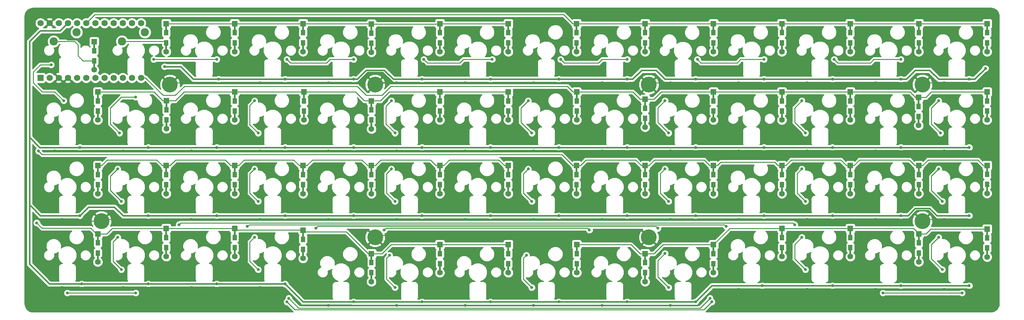
<source format=gtl>
G04 #@! TF.GenerationSoftware,KiCad,Pcbnew,(5.0.2-4-g3082e92af)*
G04 #@! TF.CreationDate,2019-03-04T22:38:36+01:00*
G04 #@! TF.ProjectId,ortho56,6f727468-6f35-4362-9e6b-696361645f70,rev?*
G04 #@! TF.SameCoordinates,Original*
G04 #@! TF.FileFunction,Copper,L1,Top*
G04 #@! TF.FilePolarity,Positive*
%FSLAX46Y46*%
G04 Gerber Fmt 4.6, Leading zero omitted, Abs format (unit mm)*
G04 Created by KiCad (PCBNEW (5.0.2-4-g3082e92af)) date 2019 March 04, Monday 22:38:36*
%MOMM*%
%LPD*%
G01*
G04 APERTURE LIST*
G04 #@! TA.AperFunction,ComponentPad*
%ADD10C,4.400000*%
G04 #@! TD*
G04 #@! TA.AperFunction,ComponentPad*
%ADD11C,2.286000*%
G04 #@! TD*
G04 #@! TA.AperFunction,Conductor*
%ADD12R,0.500000X2.900000*%
G04 #@! TD*
G04 #@! TA.AperFunction,ComponentPad*
%ADD13R,1.600000X1.600000*%
G04 #@! TD*
G04 #@! TA.AperFunction,ComponentPad*
%ADD14C,1.600000*%
G04 #@! TD*
G04 #@! TA.AperFunction,SMDPad,CuDef*
%ADD15R,1.200000X1.600000*%
G04 #@! TD*
G04 #@! TA.AperFunction,ComponentPad*
%ADD16C,1.752600*%
G04 #@! TD*
G04 #@! TA.AperFunction,ComponentPad*
%ADD17R,1.752600X1.752600*%
G04 #@! TD*
G04 #@! TA.AperFunction,ViaPad*
%ADD18C,0.800000*%
G04 #@! TD*
G04 #@! TA.AperFunction,Conductor*
%ADD19C,0.250000*%
G04 #@! TD*
G04 #@! TA.AperFunction,Conductor*
%ADD20C,0.400000*%
G04 #@! TD*
G04 #@! TA.AperFunction,Conductor*
%ADD21C,0.254000*%
G04 #@! TD*
G04 APERTURE END LIST*
D10*
G04 #@! TO.P,H6,1*
G04 #@! TO.N,GND*
X262832500Y-77771250D03*
G04 #@! TD*
G04 #@! TO.P,H7,1*
G04 #@! TO.N,GND*
X262832500Y-39771250D03*
G04 #@! TD*
G04 #@! TO.P,H8,1*
G04 #@! TO.N,GND*
X34832500Y-77771250D03*
G04 #@! TD*
G04 #@! TO.P,H4,1*
G04 #@! TO.N,GND*
X53832500Y-39771250D03*
G04 #@! TD*
G04 #@! TO.P,H3,1*
G04 #@! TO.N,GND*
X186832500Y-39771250D03*
G04 #@! TD*
G04 #@! TO.P,H2,1*
G04 #@! TO.N,GND*
X186832500Y-82271250D03*
G04 #@! TD*
G04 #@! TO.P,H1,1*
G04 #@! TO.N,GND*
X110832500Y-82271250D03*
G04 #@! TD*
G04 #@! TO.P,H5,1*
G04 #@! TO.N,GND*
X110832500Y-39771250D03*
G04 #@! TD*
D11*
G04 #@! TO.P,SW1,2*
G04 #@! TO.N,Net-(D1-Pad2)*
X21522500Y-27731250D03*
G04 #@! TO.P,SW1,1*
G04 #@! TO.N,col0*
X27872500Y-25191250D03*
G04 #@! TD*
G04 #@! TO.P,SW2,2*
G04 #@! TO.N,Net-(D2-Pad2)*
X40522500Y-27731250D03*
G04 #@! TO.P,SW2,1*
G04 #@! TO.N,col1*
X46872500Y-25191250D03*
G04 #@! TD*
D12*
G04 #@! TO.N,row7*
G04 #@! TO.C,D56*
X166772746Y-24240903D03*
G04 #@! TO.N,Net-(D56-Pad2)*
X166772746Y-29240903D03*
D13*
G04 #@! TD*
G04 #@! TO.P,D56,1*
G04 #@! TO.N,row7*
X166772746Y-22840903D03*
D14*
G04 #@! TO.P,D56,2*
G04 #@! TO.N,Net-(D56-Pad2)*
X166772746Y-30640903D03*
D15*
X166772746Y-28140903D03*
G04 #@! TO.P,D56,1*
G04 #@! TO.N,row7*
X166772746Y-25340903D03*
G04 #@! TD*
D16*
G04 #@! TO.P,U1,24*
G04 #@! TO.N,Net-(U1-Pad24)*
X17862500Y-22651250D03*
G04 #@! TO.P,U1,12*
G04 #@! TO.N,row6*
X45802500Y-37891250D03*
G04 #@! TO.P,U1,23*
G04 #@! TO.N,GND*
X20402500Y-22651250D03*
G04 #@! TO.P,U1,22*
G04 #@! TO.N,reset*
X22942500Y-22651250D03*
G04 #@! TO.P,U1,21*
G04 #@! TO.N,VCC*
X25482500Y-22651250D03*
G04 #@! TO.P,U1,20*
G04 #@! TO.N,Net-(U1-Pad20)*
X28022500Y-22651250D03*
G04 #@! TO.P,U1,19*
G04 #@! TO.N,row7*
X30562500Y-22651250D03*
G04 #@! TO.P,U1,18*
G04 #@! TO.N,row4*
X33102500Y-22651250D03*
G04 #@! TO.P,U1,17*
G04 #@! TO.N,col6*
X35642500Y-22651250D03*
G04 #@! TO.P,U1,16*
G04 #@! TO.N,col5*
X38182500Y-22651250D03*
G04 #@! TO.P,U1,15*
G04 #@! TO.N,col4*
X40722500Y-22651250D03*
G04 #@! TO.P,U1,14*
G04 #@! TO.N,col3*
X43262500Y-22651250D03*
G04 #@! TO.P,U1,13*
G04 #@! TO.N,row0*
X45802500Y-22651250D03*
G04 #@! TO.P,U1,11*
G04 #@! TO.N,col2*
X43262500Y-37891250D03*
G04 #@! TO.P,U1,10*
G04 #@! TO.N,col1*
X40722500Y-37891250D03*
G04 #@! TO.P,U1,9*
G04 #@! TO.N,row2*
X38182500Y-37891250D03*
G04 #@! TO.P,U1,8*
G04 #@! TO.N,row1*
X35642500Y-37891250D03*
G04 #@! TO.P,U1,7*
G04 #@! TO.N,col0*
X33102500Y-37891250D03*
G04 #@! TO.P,U1,6*
G04 #@! TO.N,row5*
X30562500Y-37891250D03*
G04 #@! TO.P,U1,5*
G04 #@! TO.N,Net-(U1-Pad5)*
X28022500Y-37891250D03*
G04 #@! TO.P,U1,4*
G04 #@! TO.N,GND*
X25482500Y-37891250D03*
G04 #@! TO.P,U1,3*
X22942500Y-37891250D03*
G04 #@! TO.P,U1,2*
G04 #@! TO.N,LED*
X20402500Y-37891250D03*
D17*
G04 #@! TO.P,U1,1*
G04 #@! TO.N,row3*
X17862500Y-37891250D03*
G04 #@! TD*
D12*
G04 #@! TO.N,row7*
G04 #@! TO.C,D55*
X185802623Y-24240903D03*
G04 #@! TO.N,Net-(D55-Pad2)*
X185802623Y-29240903D03*
D13*
G04 #@! TD*
G04 #@! TO.P,D55,1*
G04 #@! TO.N,row7*
X185802623Y-22840903D03*
D14*
G04 #@! TO.P,D55,2*
G04 #@! TO.N,Net-(D55-Pad2)*
X185802623Y-30640903D03*
D15*
X185802623Y-28140903D03*
G04 #@! TO.P,D55,1*
G04 #@! TO.N,row7*
X185802623Y-25340903D03*
G04 #@! TD*
D12*
G04 #@! TO.N,row7*
G04 #@! TO.C,D54*
X204802623Y-24240903D03*
G04 #@! TO.N,Net-(D54-Pad2)*
X204802623Y-29240903D03*
D13*
G04 #@! TD*
G04 #@! TO.P,D54,1*
G04 #@! TO.N,row7*
X204802623Y-22840903D03*
D14*
G04 #@! TO.P,D54,2*
G04 #@! TO.N,Net-(D54-Pad2)*
X204802623Y-30640903D03*
D15*
X204802623Y-28140903D03*
G04 #@! TO.P,D54,1*
G04 #@! TO.N,row7*
X204802623Y-25340903D03*
G04 #@! TD*
D12*
G04 #@! TO.N,row7*
G04 #@! TO.C,D53*
X223802623Y-24240903D03*
G04 #@! TO.N,Net-(D53-Pad2)*
X223802623Y-29240903D03*
D13*
G04 #@! TD*
G04 #@! TO.P,D53,1*
G04 #@! TO.N,row7*
X223802623Y-22840903D03*
D14*
G04 #@! TO.P,D53,2*
G04 #@! TO.N,Net-(D53-Pad2)*
X223802623Y-30640903D03*
D15*
X223802623Y-28140903D03*
G04 #@! TO.P,D53,1*
G04 #@! TO.N,row7*
X223802623Y-25340903D03*
G04 #@! TD*
D12*
G04 #@! TO.N,row7*
G04 #@! TO.C,D52*
X242772746Y-24240903D03*
G04 #@! TO.N,Net-(D52-Pad2)*
X242772746Y-29240903D03*
D13*
G04 #@! TD*
G04 #@! TO.P,D52,1*
G04 #@! TO.N,row7*
X242772746Y-22840903D03*
D14*
G04 #@! TO.P,D52,2*
G04 #@! TO.N,Net-(D52-Pad2)*
X242772746Y-30640903D03*
D15*
X242772746Y-28140903D03*
G04 #@! TO.P,D52,1*
G04 #@! TO.N,row7*
X242772746Y-25340903D03*
G04 #@! TD*
D12*
G04 #@! TO.N,row7*
G04 #@! TO.C,D51*
X261802623Y-24240903D03*
G04 #@! TO.N,Net-(D51-Pad2)*
X261802623Y-29240903D03*
D13*
G04 #@! TD*
G04 #@! TO.P,D51,1*
G04 #@! TO.N,row7*
X261802623Y-22840903D03*
D14*
G04 #@! TO.P,D51,2*
G04 #@! TO.N,Net-(D51-Pad2)*
X261802623Y-30640903D03*
D15*
X261802623Y-28140903D03*
G04 #@! TO.P,D51,1*
G04 #@! TO.N,row7*
X261802623Y-25340903D03*
G04 #@! TD*
D12*
G04 #@! TO.N,row7*
G04 #@! TO.C,D50*
X280802623Y-24240903D03*
G04 #@! TO.N,Net-(D50-Pad2)*
X280802623Y-29240903D03*
D13*
G04 #@! TD*
G04 #@! TO.P,D50,1*
G04 #@! TO.N,row7*
X280802623Y-22840903D03*
D14*
G04 #@! TO.P,D50,2*
G04 #@! TO.N,Net-(D50-Pad2)*
X280802623Y-30640903D03*
D15*
X280802623Y-28140903D03*
G04 #@! TO.P,D50,1*
G04 #@! TO.N,row7*
X280802623Y-25340903D03*
G04 #@! TD*
D12*
G04 #@! TO.N,row6*
G04 #@! TO.C,D49*
X166802623Y-43240903D03*
G04 #@! TO.N,Net-(D49-Pad2)*
X166802623Y-48240903D03*
D13*
G04 #@! TD*
G04 #@! TO.P,D49,1*
G04 #@! TO.N,row6*
X166802623Y-41840903D03*
D14*
G04 #@! TO.P,D49,2*
G04 #@! TO.N,Net-(D49-Pad2)*
X166802623Y-49640903D03*
D15*
X166802623Y-47140903D03*
G04 #@! TO.P,D49,1*
G04 #@! TO.N,row6*
X166802623Y-44340903D03*
G04 #@! TD*
D12*
G04 #@! TO.N,row6*
G04 #@! TO.C,D48*
X185802623Y-45240903D03*
G04 #@! TO.N,Net-(D48-Pad2)*
X185802623Y-50240903D03*
D13*
G04 #@! TD*
G04 #@! TO.P,D48,1*
G04 #@! TO.N,row6*
X185802623Y-43840903D03*
D14*
G04 #@! TO.P,D48,2*
G04 #@! TO.N,Net-(D48-Pad2)*
X185802623Y-51640903D03*
D15*
X185802623Y-49140903D03*
G04 #@! TO.P,D48,1*
G04 #@! TO.N,row6*
X185802623Y-46340903D03*
G04 #@! TD*
D12*
G04 #@! TO.N,row6*
G04 #@! TO.C,D47*
X204802623Y-43240903D03*
G04 #@! TO.N,Net-(D47-Pad2)*
X204802623Y-48240903D03*
D13*
G04 #@! TD*
G04 #@! TO.P,D47,1*
G04 #@! TO.N,row6*
X204802623Y-41840903D03*
D14*
G04 #@! TO.P,D47,2*
G04 #@! TO.N,Net-(D47-Pad2)*
X204802623Y-49640903D03*
D15*
X204802623Y-47140903D03*
G04 #@! TO.P,D47,1*
G04 #@! TO.N,row6*
X204802623Y-44340903D03*
G04 #@! TD*
D12*
G04 #@! TO.N,row6*
G04 #@! TO.C,D46*
X223802623Y-43240903D03*
G04 #@! TO.N,Net-(D46-Pad2)*
X223802623Y-48240903D03*
D13*
G04 #@! TD*
G04 #@! TO.P,D46,1*
G04 #@! TO.N,row6*
X223802623Y-41840903D03*
D14*
G04 #@! TO.P,D46,2*
G04 #@! TO.N,Net-(D46-Pad2)*
X223802623Y-49640903D03*
D15*
X223802623Y-47140903D03*
G04 #@! TO.P,D46,1*
G04 #@! TO.N,row6*
X223802623Y-44340903D03*
G04 #@! TD*
D12*
G04 #@! TO.N,row6*
G04 #@! TO.C,D45*
X242802623Y-43240903D03*
G04 #@! TO.N,Net-(D45-Pad2)*
X242802623Y-48240903D03*
D13*
G04 #@! TD*
G04 #@! TO.P,D45,1*
G04 #@! TO.N,row6*
X242802623Y-41840903D03*
D14*
G04 #@! TO.P,D45,2*
G04 #@! TO.N,Net-(D45-Pad2)*
X242802623Y-49640903D03*
D15*
X242802623Y-47140903D03*
G04 #@! TO.P,D45,1*
G04 #@! TO.N,row6*
X242802623Y-44340903D03*
G04 #@! TD*
D12*
G04 #@! TO.N,row6*
G04 #@! TO.C,D44*
X261772746Y-44740903D03*
G04 #@! TO.N,Net-(D44-Pad2)*
X261772746Y-49740903D03*
D13*
G04 #@! TD*
G04 #@! TO.P,D44,1*
G04 #@! TO.N,row6*
X261772746Y-43340903D03*
D14*
G04 #@! TO.P,D44,2*
G04 #@! TO.N,Net-(D44-Pad2)*
X261772746Y-51140903D03*
D15*
X261772746Y-48640903D03*
G04 #@! TO.P,D44,1*
G04 #@! TO.N,row6*
X261772746Y-45840903D03*
G04 #@! TD*
D12*
G04 #@! TO.N,row6*
G04 #@! TO.C,D43*
X280772746Y-43240903D03*
G04 #@! TO.N,Net-(D43-Pad2)*
X280772746Y-48240903D03*
D13*
G04 #@! TD*
G04 #@! TO.P,D43,1*
G04 #@! TO.N,row6*
X280772746Y-41840903D03*
D14*
G04 #@! TO.P,D43,2*
G04 #@! TO.N,Net-(D43-Pad2)*
X280772746Y-49640903D03*
D15*
X280772746Y-47140903D03*
G04 #@! TO.P,D43,1*
G04 #@! TO.N,row6*
X280772746Y-44340903D03*
G04 #@! TD*
D12*
G04 #@! TO.N,row5*
G04 #@! TO.C,D42*
X166772746Y-63740903D03*
G04 #@! TO.N,Net-(D42-Pad2)*
X166772746Y-68740903D03*
D13*
G04 #@! TD*
G04 #@! TO.P,D42,1*
G04 #@! TO.N,row5*
X166772746Y-62340903D03*
D14*
G04 #@! TO.P,D42,2*
G04 #@! TO.N,Net-(D42-Pad2)*
X166772746Y-70140903D03*
D15*
X166772746Y-67640903D03*
G04 #@! TO.P,D42,1*
G04 #@! TO.N,row5*
X166772746Y-64840903D03*
G04 #@! TD*
D12*
G04 #@! TO.N,row5*
G04 #@! TO.C,D41*
X185802623Y-63740903D03*
G04 #@! TO.N,Net-(D41-Pad2)*
X185802623Y-68740903D03*
D13*
G04 #@! TD*
G04 #@! TO.P,D41,1*
G04 #@! TO.N,row5*
X185802623Y-62340903D03*
D14*
G04 #@! TO.P,D41,2*
G04 #@! TO.N,Net-(D41-Pad2)*
X185802623Y-70140903D03*
D15*
X185802623Y-67640903D03*
G04 #@! TO.P,D41,1*
G04 #@! TO.N,row5*
X185802623Y-64840903D03*
G04 #@! TD*
D12*
G04 #@! TO.N,row5*
G04 #@! TO.C,D40*
X204802623Y-63740903D03*
G04 #@! TO.N,Net-(D40-Pad2)*
X204802623Y-68740903D03*
D13*
G04 #@! TD*
G04 #@! TO.P,D40,1*
G04 #@! TO.N,row5*
X204802623Y-62340903D03*
D14*
G04 #@! TO.P,D40,2*
G04 #@! TO.N,Net-(D40-Pad2)*
X204802623Y-70140903D03*
D15*
X204802623Y-67640903D03*
G04 #@! TO.P,D40,1*
G04 #@! TO.N,row5*
X204802623Y-64840903D03*
G04 #@! TD*
D12*
G04 #@! TO.N,row5*
G04 #@! TO.C,D39*
X223802623Y-63740903D03*
G04 #@! TO.N,Net-(D39-Pad2)*
X223802623Y-68740903D03*
D13*
G04 #@! TD*
G04 #@! TO.P,D39,1*
G04 #@! TO.N,row5*
X223802623Y-62340903D03*
D14*
G04 #@! TO.P,D39,2*
G04 #@! TO.N,Net-(D39-Pad2)*
X223802623Y-70140903D03*
D15*
X223802623Y-67640903D03*
G04 #@! TO.P,D39,1*
G04 #@! TO.N,row5*
X223802623Y-64840903D03*
G04 #@! TD*
D12*
G04 #@! TO.N,row5*
G04 #@! TO.C,D38*
X242772746Y-63740903D03*
G04 #@! TO.N,Net-(D38-Pad2)*
X242772746Y-68740903D03*
D13*
G04 #@! TD*
G04 #@! TO.P,D38,1*
G04 #@! TO.N,row5*
X242772746Y-62340903D03*
D14*
G04 #@! TO.P,D38,2*
G04 #@! TO.N,Net-(D38-Pad2)*
X242772746Y-70140903D03*
D15*
X242772746Y-67640903D03*
G04 #@! TO.P,D38,1*
G04 #@! TO.N,row5*
X242772746Y-64840903D03*
G04 #@! TD*
D12*
G04 #@! TO.N,row5*
G04 #@! TO.C,D37*
X261802623Y-63740903D03*
G04 #@! TO.N,Net-(D37-Pad2)*
X261802623Y-68740903D03*
D13*
G04 #@! TD*
G04 #@! TO.P,D37,1*
G04 #@! TO.N,row5*
X261802623Y-62340903D03*
D14*
G04 #@! TO.P,D37,2*
G04 #@! TO.N,Net-(D37-Pad2)*
X261802623Y-70140903D03*
D15*
X261802623Y-67640903D03*
G04 #@! TO.P,D37,1*
G04 #@! TO.N,row5*
X261802623Y-64840903D03*
G04 #@! TD*
D12*
G04 #@! TO.N,row5*
G04 #@! TO.C,D36*
X280772746Y-63671250D03*
G04 #@! TO.N,Net-(D36-Pad2)*
X280772746Y-68671250D03*
D13*
G04 #@! TD*
G04 #@! TO.P,D36,1*
G04 #@! TO.N,row5*
X280772746Y-62271250D03*
D14*
G04 #@! TO.P,D36,2*
G04 #@! TO.N,Net-(D36-Pad2)*
X280772746Y-70071250D03*
D15*
X280772746Y-67571250D03*
G04 #@! TO.P,D36,1*
G04 #@! TO.N,row5*
X280772746Y-64771250D03*
G04 #@! TD*
D12*
G04 #@! TO.N,row4*
G04 #@! TO.C,D35*
X166802623Y-85740903D03*
G04 #@! TO.N,Net-(D35-Pad2)*
X166802623Y-90740903D03*
D13*
G04 #@! TD*
G04 #@! TO.P,D35,1*
G04 #@! TO.N,row4*
X166802623Y-84340903D03*
D14*
G04 #@! TO.P,D35,2*
G04 #@! TO.N,Net-(D35-Pad2)*
X166802623Y-92140903D03*
D15*
X166802623Y-89640903D03*
G04 #@! TO.P,D35,1*
G04 #@! TO.N,row4*
X166802623Y-86840903D03*
G04 #@! TD*
D12*
G04 #@! TO.N,row4*
G04 #@! TO.C,D34*
X185802623Y-88240903D03*
G04 #@! TO.N,Net-(D34-Pad2)*
X185802623Y-93240903D03*
D13*
G04 #@! TD*
G04 #@! TO.P,D34,1*
G04 #@! TO.N,row4*
X185802623Y-86840903D03*
D14*
G04 #@! TO.P,D34,2*
G04 #@! TO.N,Net-(D34-Pad2)*
X185802623Y-94640903D03*
D15*
X185802623Y-92140903D03*
G04 #@! TO.P,D34,1*
G04 #@! TO.N,row4*
X185802623Y-89340903D03*
G04 #@! TD*
D12*
G04 #@! TO.N,row4*
G04 #@! TO.C,D33*
X204802623Y-85740903D03*
G04 #@! TO.N,Net-(D33-Pad2)*
X204802623Y-90740903D03*
D13*
G04 #@! TD*
G04 #@! TO.P,D33,1*
G04 #@! TO.N,row4*
X204802623Y-84340903D03*
D14*
G04 #@! TO.P,D33,2*
G04 #@! TO.N,Net-(D33-Pad2)*
X204802623Y-92140903D03*
D15*
X204802623Y-89640903D03*
G04 #@! TO.P,D33,1*
G04 #@! TO.N,row4*
X204802623Y-86840903D03*
G04 #@! TD*
D12*
G04 #@! TO.N,row4*
G04 #@! TO.C,D32*
X223802623Y-81240903D03*
G04 #@! TO.N,Net-(D32-Pad2)*
X223802623Y-86240903D03*
D13*
G04 #@! TD*
G04 #@! TO.P,D32,1*
G04 #@! TO.N,row4*
X223802623Y-79840903D03*
D14*
G04 #@! TO.P,D32,2*
G04 #@! TO.N,Net-(D32-Pad2)*
X223802623Y-87640903D03*
D15*
X223802623Y-85140903D03*
G04 #@! TO.P,D32,1*
G04 #@! TO.N,row4*
X223802623Y-82340903D03*
G04 #@! TD*
D12*
G04 #@! TO.N,row4*
G04 #@! TO.C,D31*
X242802623Y-81240903D03*
G04 #@! TO.N,Net-(D31-Pad2)*
X242802623Y-86240903D03*
D13*
G04 #@! TD*
G04 #@! TO.P,D31,1*
G04 #@! TO.N,row4*
X242802623Y-79840903D03*
D14*
G04 #@! TO.P,D31,2*
G04 #@! TO.N,Net-(D31-Pad2)*
X242802623Y-87640903D03*
D15*
X242802623Y-85140903D03*
G04 #@! TO.P,D31,1*
G04 #@! TO.N,row4*
X242802623Y-82340903D03*
G04 #@! TD*
D12*
G04 #@! TO.N,row4*
G04 #@! TO.C,D30*
X261802623Y-82740903D03*
G04 #@! TO.N,Net-(D30-Pad2)*
X261802623Y-87740903D03*
D13*
G04 #@! TD*
G04 #@! TO.P,D30,1*
G04 #@! TO.N,row4*
X261802623Y-81340903D03*
D14*
G04 #@! TO.P,D30,2*
G04 #@! TO.N,Net-(D30-Pad2)*
X261802623Y-89140903D03*
D15*
X261802623Y-86640903D03*
G04 #@! TO.P,D30,1*
G04 #@! TO.N,row4*
X261802623Y-83840903D03*
G04 #@! TD*
D12*
G04 #@! TO.N,row4*
G04 #@! TO.C,D29*
X280802623Y-81371250D03*
G04 #@! TO.N,Net-(D29-Pad2)*
X280802623Y-86371250D03*
D13*
G04 #@! TD*
G04 #@! TO.P,D29,1*
G04 #@! TO.N,row4*
X280802623Y-79971250D03*
D14*
G04 #@! TO.P,D29,2*
G04 #@! TO.N,Net-(D29-Pad2)*
X280802623Y-87771250D03*
D15*
X280802623Y-85271250D03*
G04 #@! TO.P,D29,1*
G04 #@! TO.N,row4*
X280802623Y-82471250D03*
G04 #@! TD*
D12*
G04 #@! TO.N,row3*
G04 #@! TO.C,D28*
X147802623Y-85740903D03*
G04 #@! TO.N,Net-(D28-Pad2)*
X147802623Y-90740903D03*
D13*
G04 #@! TD*
G04 #@! TO.P,D28,1*
G04 #@! TO.N,row3*
X147802623Y-84340903D03*
D14*
G04 #@! TO.P,D28,2*
G04 #@! TO.N,Net-(D28-Pad2)*
X147802623Y-92140903D03*
D15*
X147802623Y-89640903D03*
G04 #@! TO.P,D28,1*
G04 #@! TO.N,row3*
X147802623Y-86840903D03*
G04 #@! TD*
D12*
G04 #@! TO.N,row3*
G04 #@! TO.C,D27*
X128802623Y-85740903D03*
G04 #@! TO.N,Net-(D27-Pad2)*
X128802623Y-90740903D03*
D13*
G04 #@! TD*
G04 #@! TO.P,D27,1*
G04 #@! TO.N,row3*
X128802623Y-84340903D03*
D14*
G04 #@! TO.P,D27,2*
G04 #@! TO.N,Net-(D27-Pad2)*
X128802623Y-92140903D03*
D15*
X128802623Y-89640903D03*
G04 #@! TO.P,D27,1*
G04 #@! TO.N,row3*
X128802623Y-86840903D03*
G04 #@! TD*
D12*
G04 #@! TO.N,row3*
G04 #@! TO.C,D26*
X109802623Y-88240903D03*
G04 #@! TO.N,Net-(D26-Pad2)*
X109802623Y-93240903D03*
D13*
G04 #@! TD*
G04 #@! TO.P,D26,1*
G04 #@! TO.N,row3*
X109802623Y-86840903D03*
D14*
G04 #@! TO.P,D26,2*
G04 #@! TO.N,Net-(D26-Pad2)*
X109802623Y-94640903D03*
D15*
X109802623Y-92140903D03*
G04 #@! TO.P,D26,1*
G04 #@! TO.N,row3*
X109802623Y-89340903D03*
G04 #@! TD*
D12*
G04 #@! TO.N,row3*
G04 #@! TO.C,D25*
X90802623Y-81740903D03*
G04 #@! TO.N,Net-(D25-Pad2)*
X90802623Y-86740903D03*
D13*
G04 #@! TD*
G04 #@! TO.P,D25,1*
G04 #@! TO.N,row3*
X90802623Y-80340903D03*
D14*
G04 #@! TO.P,D25,2*
G04 #@! TO.N,Net-(D25-Pad2)*
X90802623Y-88140903D03*
D15*
X90802623Y-85640903D03*
G04 #@! TO.P,D25,1*
G04 #@! TO.N,row3*
X90802623Y-82840903D03*
G04 #@! TD*
D12*
G04 #@! TO.N,row3*
G04 #@! TO.C,D24*
X71802623Y-81240903D03*
G04 #@! TO.N,Net-(D24-Pad2)*
X71802623Y-86240903D03*
D13*
G04 #@! TD*
G04 #@! TO.P,D24,1*
G04 #@! TO.N,row3*
X71802623Y-79840903D03*
D14*
G04 #@! TO.P,D24,2*
G04 #@! TO.N,Net-(D24-Pad2)*
X71802623Y-87640903D03*
D15*
X71802623Y-85140903D03*
G04 #@! TO.P,D24,1*
G04 #@! TO.N,row3*
X71802623Y-82340903D03*
G04 #@! TD*
D12*
G04 #@! TO.N,row3*
G04 #@! TO.C,D23*
X52802623Y-81240903D03*
G04 #@! TO.N,Net-(D23-Pad2)*
X52802623Y-86240903D03*
D13*
G04 #@! TD*
G04 #@! TO.P,D23,1*
G04 #@! TO.N,row3*
X52802623Y-79840903D03*
D14*
G04 #@! TO.P,D23,2*
G04 #@! TO.N,Net-(D23-Pad2)*
X52802623Y-87640903D03*
D15*
X52802623Y-85140903D03*
G04 #@! TO.P,D23,1*
G04 #@! TO.N,row3*
X52802623Y-82340903D03*
G04 #@! TD*
D12*
G04 #@! TO.N,row3*
G04 #@! TO.C,D22*
X33802623Y-82740903D03*
G04 #@! TO.N,Net-(D22-Pad2)*
X33802623Y-87740903D03*
D13*
G04 #@! TD*
G04 #@! TO.P,D22,1*
G04 #@! TO.N,row3*
X33802623Y-81340903D03*
D14*
G04 #@! TO.P,D22,2*
G04 #@! TO.N,Net-(D22-Pad2)*
X33802623Y-89140903D03*
D15*
X33802623Y-86640903D03*
G04 #@! TO.P,D22,1*
G04 #@! TO.N,row3*
X33802623Y-83840903D03*
G04 #@! TD*
D12*
G04 #@! TO.N,row2*
G04 #@! TO.C,D21*
X147802623Y-63740903D03*
G04 #@! TO.N,Net-(D21-Pad2)*
X147802623Y-68740903D03*
D13*
G04 #@! TD*
G04 #@! TO.P,D21,1*
G04 #@! TO.N,row2*
X147802623Y-62340903D03*
D14*
G04 #@! TO.P,D21,2*
G04 #@! TO.N,Net-(D21-Pad2)*
X147802623Y-70140903D03*
D15*
X147802623Y-67640903D03*
G04 #@! TO.P,D21,1*
G04 #@! TO.N,row2*
X147802623Y-64840903D03*
G04 #@! TD*
D12*
G04 #@! TO.N,row2*
G04 #@! TO.C,D20*
X128802623Y-63740903D03*
G04 #@! TO.N,Net-(D20-Pad2)*
X128802623Y-68740903D03*
D13*
G04 #@! TD*
G04 #@! TO.P,D20,1*
G04 #@! TO.N,row2*
X128802623Y-62340903D03*
D14*
G04 #@! TO.P,D20,2*
G04 #@! TO.N,Net-(D20-Pad2)*
X128802623Y-70140903D03*
D15*
X128802623Y-67640903D03*
G04 #@! TO.P,D20,1*
G04 #@! TO.N,row2*
X128802623Y-64840903D03*
G04 #@! TD*
D12*
G04 #@! TO.N,row2*
G04 #@! TO.C,D19*
X109802623Y-63740903D03*
G04 #@! TO.N,Net-(D19-Pad2)*
X109802623Y-68740903D03*
D13*
G04 #@! TD*
G04 #@! TO.P,D19,1*
G04 #@! TO.N,row2*
X109802623Y-62340903D03*
D14*
G04 #@! TO.P,D19,2*
G04 #@! TO.N,Net-(D19-Pad2)*
X109802623Y-70140903D03*
D15*
X109802623Y-67640903D03*
G04 #@! TO.P,D19,1*
G04 #@! TO.N,row2*
X109802623Y-64840903D03*
G04 #@! TD*
D12*
G04 #@! TO.N,row2*
G04 #@! TO.C,D18*
X90802623Y-63740903D03*
G04 #@! TO.N,Net-(D18-Pad2)*
X90802623Y-68740903D03*
D13*
G04 #@! TD*
G04 #@! TO.P,D18,1*
G04 #@! TO.N,row2*
X90802623Y-62340903D03*
D14*
G04 #@! TO.P,D18,2*
G04 #@! TO.N,Net-(D18-Pad2)*
X90802623Y-70140903D03*
D15*
X90802623Y-67640903D03*
G04 #@! TO.P,D18,1*
G04 #@! TO.N,row2*
X90802623Y-64840903D03*
G04 #@! TD*
D12*
G04 #@! TO.N,row2*
G04 #@! TO.C,D17*
X71802623Y-63740903D03*
G04 #@! TO.N,Net-(D17-Pad2)*
X71802623Y-68740903D03*
D13*
G04 #@! TD*
G04 #@! TO.P,D17,1*
G04 #@! TO.N,row2*
X71802623Y-62340903D03*
D14*
G04 #@! TO.P,D17,2*
G04 #@! TO.N,Net-(D17-Pad2)*
X71802623Y-70140903D03*
D15*
X71802623Y-67640903D03*
G04 #@! TO.P,D17,1*
G04 #@! TO.N,row2*
X71802623Y-64840903D03*
G04 #@! TD*
D12*
G04 #@! TO.N,row2*
G04 #@! TO.C,D16*
X52802623Y-63740903D03*
G04 #@! TO.N,Net-(D16-Pad2)*
X52802623Y-68740903D03*
D13*
G04 #@! TD*
G04 #@! TO.P,D16,1*
G04 #@! TO.N,row2*
X52802623Y-62340903D03*
D14*
G04 #@! TO.P,D16,2*
G04 #@! TO.N,Net-(D16-Pad2)*
X52802623Y-70140903D03*
D15*
X52802623Y-67640903D03*
G04 #@! TO.P,D16,1*
G04 #@! TO.N,row2*
X52802623Y-64840903D03*
G04 #@! TD*
D12*
G04 #@! TO.N,row2*
G04 #@! TO.C,D15*
X33802623Y-63740903D03*
G04 #@! TO.N,Net-(D15-Pad2)*
X33802623Y-68740903D03*
D13*
G04 #@! TD*
G04 #@! TO.P,D15,1*
G04 #@! TO.N,row2*
X33802623Y-62340903D03*
D14*
G04 #@! TO.P,D15,2*
G04 #@! TO.N,Net-(D15-Pad2)*
X33802623Y-70140903D03*
D15*
X33802623Y-67640903D03*
G04 #@! TO.P,D15,1*
G04 #@! TO.N,row2*
X33802623Y-64840903D03*
G04 #@! TD*
D12*
G04 #@! TO.N,row1*
G04 #@! TO.C,D14*
X147802623Y-43240903D03*
G04 #@! TO.N,Net-(D14-Pad2)*
X147802623Y-48240903D03*
D13*
G04 #@! TD*
G04 #@! TO.P,D14,1*
G04 #@! TO.N,row1*
X147802623Y-41840903D03*
D14*
G04 #@! TO.P,D14,2*
G04 #@! TO.N,Net-(D14-Pad2)*
X147802623Y-49640903D03*
D15*
X147802623Y-47140903D03*
G04 #@! TO.P,D14,1*
G04 #@! TO.N,row1*
X147802623Y-44340903D03*
G04 #@! TD*
D12*
G04 #@! TO.N,row1*
G04 #@! TO.C,D13*
X128802623Y-43240903D03*
G04 #@! TO.N,Net-(D13-Pad2)*
X128802623Y-48240903D03*
D13*
G04 #@! TD*
G04 #@! TO.P,D13,1*
G04 #@! TO.N,row1*
X128802623Y-41840903D03*
D14*
G04 #@! TO.P,D13,2*
G04 #@! TO.N,Net-(D13-Pad2)*
X128802623Y-49640903D03*
D15*
X128802623Y-47140903D03*
G04 #@! TO.P,D13,1*
G04 #@! TO.N,row1*
X128802623Y-44340903D03*
G04 #@! TD*
D12*
G04 #@! TO.N,row1*
G04 #@! TO.C,D12*
X109802623Y-45740903D03*
G04 #@! TO.N,Net-(D12-Pad2)*
X109802623Y-50740903D03*
D13*
G04 #@! TD*
G04 #@! TO.P,D12,1*
G04 #@! TO.N,row1*
X109802623Y-44340903D03*
D14*
G04 #@! TO.P,D12,2*
G04 #@! TO.N,Net-(D12-Pad2)*
X109802623Y-52140903D03*
D15*
X109802623Y-49640903D03*
G04 #@! TO.P,D12,1*
G04 #@! TO.N,row1*
X109802623Y-46840903D03*
G04 #@! TD*
D12*
G04 #@! TO.N,row1*
G04 #@! TO.C,D11*
X91052623Y-43240903D03*
G04 #@! TO.N,Net-(D11-Pad2)*
X91052623Y-48240903D03*
D13*
G04 #@! TD*
G04 #@! TO.P,D11,1*
G04 #@! TO.N,row1*
X91052623Y-41840903D03*
D14*
G04 #@! TO.P,D11,2*
G04 #@! TO.N,Net-(D11-Pad2)*
X91052623Y-49640903D03*
D15*
X91052623Y-47140903D03*
G04 #@! TO.P,D11,1*
G04 #@! TO.N,row1*
X91052623Y-44340903D03*
G04 #@! TD*
D12*
G04 #@! TO.N,row1*
G04 #@! TO.C,D10*
X71802623Y-43240903D03*
G04 #@! TO.N,Net-(D10-Pad2)*
X71802623Y-48240903D03*
D13*
G04 #@! TD*
G04 #@! TO.P,D10,1*
G04 #@! TO.N,row1*
X71802623Y-41840903D03*
D14*
G04 #@! TO.P,D10,2*
G04 #@! TO.N,Net-(D10-Pad2)*
X71802623Y-49640903D03*
D15*
X71802623Y-47140903D03*
G04 #@! TO.P,D10,1*
G04 #@! TO.N,row1*
X71802623Y-44340903D03*
G04 #@! TD*
D12*
G04 #@! TO.N,row1*
G04 #@! TO.C,D9*
X52832500Y-45671250D03*
G04 #@! TO.N,Net-(D9-Pad2)*
X52832500Y-50671250D03*
D13*
G04 #@! TD*
G04 #@! TO.P,D9,1*
G04 #@! TO.N,row1*
X52832500Y-44271250D03*
D14*
G04 #@! TO.P,D9,2*
G04 #@! TO.N,Net-(D9-Pad2)*
X52832500Y-52071250D03*
D15*
X52832500Y-49571250D03*
G04 #@! TO.P,D9,1*
G04 #@! TO.N,row1*
X52832500Y-46771250D03*
G04 #@! TD*
D12*
G04 #@! TO.N,row1*
G04 #@! TO.C,D8*
X33802623Y-43240903D03*
G04 #@! TO.N,Net-(D8-Pad2)*
X33802623Y-48240903D03*
D13*
G04 #@! TD*
G04 #@! TO.P,D8,1*
G04 #@! TO.N,row1*
X33802623Y-41840903D03*
D14*
G04 #@! TO.P,D8,2*
G04 #@! TO.N,Net-(D8-Pad2)*
X33802623Y-49640903D03*
D15*
X33802623Y-47140903D03*
G04 #@! TO.P,D8,1*
G04 #@! TO.N,row1*
X33802623Y-44340903D03*
G04 #@! TD*
D12*
G04 #@! TO.N,row0*
G04 #@! TO.C,D7*
X147802623Y-24240903D03*
G04 #@! TO.N,Net-(D7-Pad2)*
X147802623Y-29240903D03*
D13*
G04 #@! TD*
G04 #@! TO.P,D7,1*
G04 #@! TO.N,row0*
X147802623Y-22840903D03*
D14*
G04 #@! TO.P,D7,2*
G04 #@! TO.N,Net-(D7-Pad2)*
X147802623Y-30640903D03*
D15*
X147802623Y-28140903D03*
G04 #@! TO.P,D7,1*
G04 #@! TO.N,row0*
X147802623Y-25340903D03*
G04 #@! TD*
D12*
G04 #@! TO.N,row0*
G04 #@! TO.C,D6*
X128802623Y-24240903D03*
G04 #@! TO.N,Net-(D6-Pad2)*
X128802623Y-29240903D03*
D13*
G04 #@! TD*
G04 #@! TO.P,D6,1*
G04 #@! TO.N,row0*
X128802623Y-22840903D03*
D14*
G04 #@! TO.P,D6,2*
G04 #@! TO.N,Net-(D6-Pad2)*
X128802623Y-30640903D03*
D15*
X128802623Y-28140903D03*
G04 #@! TO.P,D6,1*
G04 #@! TO.N,row0*
X128802623Y-25340903D03*
G04 #@! TD*
D12*
G04 #@! TO.N,row0*
G04 #@! TO.C,D5*
X109802623Y-24371250D03*
G04 #@! TO.N,Net-(D5-Pad2)*
X109802623Y-29371250D03*
D13*
G04 #@! TD*
G04 #@! TO.P,D5,1*
G04 #@! TO.N,row0*
X109802623Y-22971250D03*
D14*
G04 #@! TO.P,D5,2*
G04 #@! TO.N,Net-(D5-Pad2)*
X109802623Y-30771250D03*
D15*
X109802623Y-28271250D03*
G04 #@! TO.P,D5,1*
G04 #@! TO.N,row0*
X109802623Y-25471250D03*
G04 #@! TD*
D12*
G04 #@! TO.N,row0*
G04 #@! TO.C,D4*
X90802623Y-24240903D03*
G04 #@! TO.N,Net-(D4-Pad2)*
X90802623Y-29240903D03*
D13*
G04 #@! TD*
G04 #@! TO.P,D4,1*
G04 #@! TO.N,row0*
X90802623Y-22840903D03*
D14*
G04 #@! TO.P,D4,2*
G04 #@! TO.N,Net-(D4-Pad2)*
X90802623Y-30640903D03*
D15*
X90802623Y-28140903D03*
G04 #@! TO.P,D4,1*
G04 #@! TO.N,row0*
X90802623Y-25340903D03*
G04 #@! TD*
D12*
G04 #@! TO.N,row0*
G04 #@! TO.C,D3*
X71802623Y-24240903D03*
G04 #@! TO.N,Net-(D3-Pad2)*
X71802623Y-29240903D03*
D13*
G04 #@! TD*
G04 #@! TO.P,D3,1*
G04 #@! TO.N,row0*
X71802623Y-22840903D03*
D14*
G04 #@! TO.P,D3,2*
G04 #@! TO.N,Net-(D3-Pad2)*
X71802623Y-30640903D03*
D15*
X71802623Y-28140903D03*
G04 #@! TO.P,D3,1*
G04 #@! TO.N,row0*
X71802623Y-25340903D03*
G04 #@! TD*
D12*
G04 #@! TO.N,row0*
G04 #@! TO.C,D2*
X52802623Y-24240903D03*
G04 #@! TO.N,Net-(D2-Pad2)*
X52802623Y-29240903D03*
D13*
G04 #@! TD*
G04 #@! TO.P,D2,1*
G04 #@! TO.N,row0*
X52802623Y-22840903D03*
D14*
G04 #@! TO.P,D2,2*
G04 #@! TO.N,Net-(D2-Pad2)*
X52802623Y-30640903D03*
D15*
X52802623Y-28140903D03*
G04 #@! TO.P,D2,1*
G04 #@! TO.N,row0*
X52802623Y-25340903D03*
G04 #@! TD*
D12*
G04 #@! TO.N,row0*
G04 #@! TO.C,D1*
X32802623Y-29240903D03*
G04 #@! TO.N,Net-(D1-Pad2)*
X32802623Y-34240903D03*
D13*
G04 #@! TD*
G04 #@! TO.P,D1,1*
G04 #@! TO.N,row0*
X32802623Y-27840903D03*
D14*
G04 #@! TO.P,D1,2*
G04 #@! TO.N,Net-(D1-Pad2)*
X32802623Y-35640903D03*
D15*
X32802623Y-33140903D03*
G04 #@! TO.P,D1,1*
G04 #@! TO.N,row0*
X32802623Y-30340903D03*
G04 #@! TD*
D18*
G04 #@! TO.N,row3*
X16832500Y-78271250D03*
G04 #@! TO.N,row5*
X17332500Y-58271254D03*
G04 #@! TO.N,VCC*
X47832500Y-76271250D03*
X85832500Y-76271250D03*
X66832492Y-76271250D03*
X104832500Y-76271250D03*
X123832500Y-76271250D03*
X85832500Y-95271250D03*
X66832500Y-95271250D03*
X47832500Y-95271250D03*
X218332500Y-95771250D03*
X237832500Y-95771250D03*
X256832500Y-95771250D03*
X275832500Y-95771250D03*
X29332500Y-95271250D03*
X256832500Y-76271250D03*
X275832500Y-76271250D03*
X142832500Y-76271250D03*
X161832500Y-76271250D03*
X180832500Y-76271250D03*
X199832500Y-76271250D03*
X218832500Y-76271250D03*
X237832500Y-76271250D03*
X275832500Y-57271250D03*
X28832500Y-57271250D03*
X67332500Y-38271250D03*
X256832500Y-38271250D03*
X237832500Y-38271250D03*
X199832500Y-38271250D03*
X218832500Y-38271250D03*
X180832500Y-38271250D03*
X161832500Y-38271250D03*
X142832500Y-38271250D03*
X123832500Y-38271250D03*
X104832500Y-38271250D03*
X85832500Y-38271250D03*
X47832500Y-57271250D03*
X66832500Y-57271250D03*
X85832500Y-57271250D03*
X104832500Y-57271250D03*
X123832500Y-57271250D03*
X142832500Y-57271250D03*
X161832500Y-57271250D03*
X180832500Y-57271250D03*
X199832500Y-57271250D03*
X218832500Y-57271250D03*
X237832500Y-57271250D03*
X256832500Y-57271250D03*
X28832500Y-76271258D03*
X275803308Y-38242058D03*
X180832500Y-100271250D03*
X199832500Y-100271250D03*
X123832500Y-100271250D03*
X161832500Y-100271250D03*
X142832500Y-100271250D03*
X104832500Y-100271250D03*
X52332500Y-34771250D03*
X280332500Y-35271250D03*
G04 #@! TO.N,col0*
X204332500Y-100271250D03*
X86332513Y-100271255D03*
G04 #@! TO.N,col1*
X203832500Y-99271250D03*
X86832500Y-99271250D03*
G04 #@! TO.N,col2*
X56332500Y-78771258D03*
X227332500Y-78771250D03*
G04 #@! TO.N,col3*
X75332500Y-79271250D03*
X208332500Y-79271250D03*
G04 #@! TO.N,col4*
X189332500Y-79771250D03*
X94332500Y-79771250D03*
G04 #@! TO.N,col5*
X113332500Y-80271250D03*
X170332500Y-80271250D03*
G04 #@! TO.N,GND*
X40332500Y-77271250D03*
X59832500Y-77271250D03*
X78832500Y-77271250D03*
X97832500Y-77271250D03*
X116832500Y-77271250D03*
X40832500Y-96271238D03*
X78832500Y-96271250D03*
X59832500Y-96271238D03*
X211832500Y-96771250D03*
X268832500Y-96771250D03*
X249832500Y-96771250D03*
X230832500Y-96771250D03*
X23832494Y-96271250D03*
X249832500Y-77271250D03*
X268832500Y-77271250D03*
X135832500Y-77271250D03*
X154832500Y-77271250D03*
X173832500Y-77271250D03*
X192832500Y-77271250D03*
X211832500Y-77271250D03*
X230832500Y-77271250D03*
X21832500Y-58271250D03*
X268832500Y-58271250D03*
X59832500Y-39271250D03*
X268832500Y-39271250D03*
X249832500Y-39271250D03*
X230832500Y-39271250D03*
X192832500Y-39271250D03*
X211832500Y-39271250D03*
X173832500Y-39271250D03*
X154832500Y-39271250D03*
X135832500Y-39271250D03*
X116832500Y-39271250D03*
X97832500Y-39271250D03*
X78832500Y-39271250D03*
X40832500Y-58271250D03*
X59832500Y-58271250D03*
X78832500Y-58271250D03*
X97832500Y-58271250D03*
X116832500Y-58271250D03*
X135832500Y-58271250D03*
X154832500Y-58271250D03*
X173832500Y-58271250D03*
X192832500Y-58271250D03*
X211832500Y-58271250D03*
X230832500Y-58271250D03*
X249832500Y-58271250D03*
X23832497Y-77271253D03*
X22832500Y-99271250D03*
X280332500Y-53771250D03*
X155332500Y-81771250D03*
X158332500Y-83771250D03*
X118332500Y-81771250D03*
X120832500Y-82771250D03*
X116832500Y-101271250D03*
X135832500Y-101271250D03*
X192832500Y-101271250D03*
X154832500Y-101271250D03*
X97832500Y-101271250D03*
X173832500Y-101271250D03*
X24332500Y-26271250D03*
X39832500Y-35271250D03*
G04 #@! TO.N,Net-(L52-Pad1)*
X251832500Y-97771250D03*
X273832500Y-97771250D03*
G04 #@! TO.N,Net-(L45-Pad1)*
X238332500Y-32771250D03*
X256832500Y-32771250D03*
G04 #@! TO.N,Net-(L37-Pad1)*
X200332500Y-32771250D03*
X218832500Y-32771250D03*
G04 #@! TO.N,Net-(L29-Pad1)*
X162332500Y-32771250D03*
X180832500Y-32771250D03*
G04 #@! TO.N,Net-(L21-Pad1)*
X124332500Y-32771250D03*
X143332500Y-32771250D03*
G04 #@! TO.N,Net-(L13-Pad1)*
X86332500Y-32771250D03*
X104832500Y-32771250D03*
G04 #@! TO.N,Net-(L5-Pad1)*
X66832500Y-32771250D03*
X49332500Y-32771250D03*
G04 #@! TO.N,Net-(L4-Pad1)*
X25332500Y-97771250D03*
X44332500Y-97771250D03*
G04 #@! TO.N,Net-(L1-Pad1)*
X20832495Y-34271245D03*
X24332500Y-44271264D03*
G04 #@! TO.N,Net-(L55-Pad3)*
X267332500Y-82271250D03*
X268332500Y-91271250D03*
G04 #@! TO.N,Net-(L54-Pad3)*
X267332500Y-63271250D03*
X268332500Y-72271250D03*
G04 #@! TO.N,Net-(L53-Pad3)*
X267832500Y-53271250D03*
X267332500Y-44271250D03*
G04 #@! TO.N,Net-(L47-Pad3)*
X229332500Y-82271250D03*
X230332500Y-91271250D03*
G04 #@! TO.N,Net-(L46-Pad3)*
X229332500Y-63271250D03*
X230332500Y-72271250D03*
G04 #@! TO.N,Net-(L45-Pad3)*
X229332500Y-44271250D03*
X230332500Y-53271250D03*
G04 #@! TO.N,Net-(L39-Pad3)*
X191332500Y-86771250D03*
X192332500Y-96271250D03*
G04 #@! TO.N,Net-(L38-Pad3)*
X191332500Y-63271250D03*
X192332500Y-72271250D03*
G04 #@! TO.N,Net-(L37-Pad3)*
X191332500Y-44271250D03*
X192332500Y-53271250D03*
G04 #@! TO.N,Net-(L31-Pad3)*
X152832500Y-87271250D03*
X154332500Y-96271250D03*
G04 #@! TO.N,Net-(L30-Pad3)*
X153332500Y-63271250D03*
X154332500Y-72271250D03*
G04 #@! TO.N,Net-(L29-Pad3)*
X153332500Y-44271250D03*
X154332500Y-53271250D03*
G04 #@! TO.N,Net-(L23-Pad3)*
X114832500Y-87271250D03*
X116332500Y-96271250D03*
G04 #@! TO.N,Net-(L22-Pad3)*
X115332500Y-63271250D03*
X116332500Y-72271250D03*
G04 #@! TO.N,Net-(L21-Pad3)*
X115332500Y-44271250D03*
X116332500Y-53271250D03*
G04 #@! TO.N,Net-(L15-Pad3)*
X77332500Y-82271250D03*
X78332500Y-91271250D03*
G04 #@! TO.N,Net-(L14-Pad3)*
X77332500Y-63271250D03*
X78332500Y-72271250D03*
G04 #@! TO.N,Net-(L13-Pad3)*
X77332500Y-44271250D03*
X78332500Y-53271250D03*
G04 #@! TO.N,Net-(L7-Pad3)*
X39332500Y-82271250D03*
X40332500Y-91271250D03*
G04 #@! TO.N,Net-(L6-Pad3)*
X39332500Y-63271250D03*
X40332500Y-72271250D03*
G04 #@! TO.N,Net-(L5-Pad3)*
X44332500Y-43271250D03*
X39832500Y-53271250D03*
G04 #@! TD*
D19*
G04 #@! TO.N,Net-(D1-Pad2)*
X29702153Y-33140903D02*
X31952623Y-33140903D01*
X21522500Y-27731250D02*
X21587511Y-27796261D01*
X28332500Y-28771250D02*
X28332500Y-31771250D01*
X31952623Y-33140903D02*
X32802623Y-33140903D01*
X27357511Y-27796261D02*
X28332500Y-28771250D01*
X28332500Y-31771250D02*
X29702153Y-33140903D01*
X21587511Y-27796261D02*
X27357511Y-27796261D01*
G04 #@! TO.N,row0*
X71802623Y-22840903D02*
X90802623Y-22840903D01*
X109672276Y-22840903D02*
X109802623Y-22971250D01*
X90802623Y-22840903D02*
X109672276Y-22840903D01*
X128672276Y-22971250D02*
X128802623Y-22840903D01*
X109802623Y-22971250D02*
X128672276Y-22971250D01*
X128802623Y-22840903D02*
X147802623Y-22840903D01*
X71802623Y-22840903D02*
X53802623Y-22840903D01*
X53802623Y-22840903D02*
X52802623Y-22840903D01*
G04 #@! TO.N,Net-(D2-Pad2)*
X52392970Y-27731250D02*
X52802623Y-28140903D01*
X40522500Y-27731250D02*
X52392970Y-27731250D01*
G04 #@! TO.N,row1*
X71802623Y-41840903D02*
X91052623Y-41840903D01*
X128802623Y-41840903D02*
X147802623Y-41840903D01*
X51832500Y-44271250D02*
X52832500Y-44271250D01*
X49402153Y-41840903D02*
X51832500Y-44271250D01*
X33802623Y-41840903D02*
X49402153Y-41840903D01*
X70752623Y-41840903D02*
X71802623Y-41840903D01*
X57762847Y-41840903D02*
X70752623Y-41840903D01*
X55361252Y-44242498D02*
X57762847Y-41840903D01*
X52861252Y-44242498D02*
X55361252Y-44242498D01*
X52832500Y-44271250D02*
X52861252Y-44242498D01*
X92102623Y-41840903D02*
X91052623Y-41840903D01*
X112332500Y-44271250D02*
X107832500Y-44271250D01*
X105402153Y-41840903D02*
X92102623Y-41840903D01*
X107832500Y-44271250D02*
X105402153Y-41840903D01*
X114762847Y-41840903D02*
X112332500Y-44271250D01*
X128802623Y-41840903D02*
X114762847Y-41840903D01*
G04 #@! TO.N,row2*
X145182970Y-60771250D02*
X146752623Y-62340903D01*
X131422276Y-60771250D02*
X145182970Y-60771250D01*
X129852623Y-62340903D02*
X131422276Y-60771250D01*
X146752623Y-62340903D02*
X147802623Y-62340903D01*
X128802623Y-62340903D02*
X129852623Y-62340903D01*
X126182970Y-60771250D02*
X127752623Y-62340903D01*
X112422276Y-60771250D02*
X126182970Y-60771250D01*
X127752623Y-62340903D02*
X128802623Y-62340903D01*
X110852623Y-62340903D02*
X112422276Y-60771250D01*
X109802623Y-62340903D02*
X110852623Y-62340903D01*
X107182970Y-60771250D02*
X108752623Y-62340903D01*
X93422276Y-60771250D02*
X107182970Y-60771250D01*
X108752623Y-62340903D02*
X109802623Y-62340903D01*
X91852623Y-62340903D02*
X93422276Y-60771250D01*
X90802623Y-62340903D02*
X91852623Y-62340903D01*
X89752623Y-62340903D02*
X90802623Y-62340903D01*
X88182970Y-60771250D02*
X89752623Y-62340903D01*
X74422276Y-60771250D02*
X88182970Y-60771250D01*
X72852623Y-62340903D02*
X74422276Y-60771250D01*
X71802623Y-62340903D02*
X72852623Y-62340903D01*
X70752623Y-62340903D02*
X71802623Y-62340903D01*
X69182970Y-60771250D02*
X70752623Y-62340903D01*
X55422276Y-60771250D02*
X69182970Y-60771250D01*
X53852623Y-62340903D02*
X55422276Y-60771250D01*
X52802623Y-62340903D02*
X53852623Y-62340903D01*
X51752623Y-62340903D02*
X52802623Y-62340903D01*
X36422276Y-60771250D02*
X50182970Y-60771250D01*
X34852623Y-62340903D02*
X36422276Y-60771250D01*
X50182970Y-60771250D02*
X51752623Y-62340903D01*
X33802623Y-62340903D02*
X34852623Y-62340903D01*
G04 #@! TO.N,row3*
X147802623Y-84340903D02*
X128802623Y-84340903D01*
X52802623Y-79840903D02*
X71802623Y-79840903D01*
X33402153Y-81340903D02*
X33802623Y-81340903D01*
X31832500Y-79771250D02*
X33402153Y-81340903D01*
X18332500Y-79771250D02*
X31832500Y-79771250D01*
X16832500Y-78271250D02*
X18332500Y-79771250D01*
X36262847Y-81340903D02*
X33802623Y-81340903D01*
X37762847Y-79840903D02*
X36262847Y-81340903D01*
X52802623Y-79840903D02*
X37762847Y-79840903D01*
X72232970Y-80271250D02*
X71802623Y-79840903D01*
X90732970Y-80271250D02*
X72232970Y-80271250D01*
X90802623Y-80340903D02*
X90732970Y-80271250D01*
X115262847Y-84340903D02*
X128802623Y-84340903D01*
X112762847Y-86840903D02*
X115262847Y-84340903D01*
X102832500Y-80771250D02*
X108902153Y-86840903D01*
X108902153Y-86840903D02*
X112762847Y-86840903D01*
X91232970Y-80771250D02*
X102832500Y-80771250D01*
X90802623Y-80340903D02*
X91232970Y-80771250D01*
G04 #@! TO.N,row4*
X242802623Y-79840903D02*
X223802623Y-79840903D01*
X209302623Y-79840903D02*
X204802623Y-84340903D01*
X223802623Y-79840903D02*
X209302623Y-79840903D01*
X260402153Y-79840903D02*
X261802623Y-81241373D01*
X261802623Y-81241373D02*
X261802623Y-81340903D01*
X242802623Y-79840903D02*
X260402153Y-79840903D01*
X263762847Y-81340903D02*
X265132500Y-79971250D01*
X279752623Y-79971250D02*
X280802623Y-79971250D01*
X265132500Y-79971250D02*
X279752623Y-79971250D01*
X261802623Y-81340903D02*
X263762847Y-81340903D01*
X167852623Y-84340903D02*
X166802623Y-84340903D01*
X181902153Y-84340903D02*
X167852623Y-84340903D01*
X204802623Y-84340903D02*
X190762847Y-84340903D01*
X188262847Y-86840903D02*
X184402153Y-86840903D01*
X190762847Y-84340903D02*
X188262847Y-86840903D01*
X184402153Y-86840903D02*
X181902153Y-84340903D01*
G04 #@! TO.N,row5*
X222752623Y-62340903D02*
X223802623Y-62340903D01*
X206827277Y-61366249D02*
X221777969Y-61366249D01*
X221777969Y-61366249D02*
X222752623Y-62340903D01*
X205852623Y-62340903D02*
X206827277Y-61366249D01*
X204802623Y-62340903D02*
X205852623Y-62340903D01*
X279722746Y-62271250D02*
X280772746Y-62271250D01*
X278222746Y-60771250D02*
X279722746Y-62271250D01*
X264422276Y-60771250D02*
X278222746Y-60771250D01*
X262852623Y-62340903D02*
X264422276Y-60771250D01*
X261802623Y-62340903D02*
X262852623Y-62340903D01*
X260752623Y-62340903D02*
X261802623Y-62340903D01*
X259182970Y-60771250D02*
X260752623Y-62340903D01*
X243822746Y-62340903D02*
X245392399Y-60771250D01*
X245392399Y-60771250D02*
X259182970Y-60771250D01*
X242772746Y-62340903D02*
X243822746Y-62340903D01*
X241722746Y-62340903D02*
X242772746Y-62340903D01*
X226422276Y-60771250D02*
X240153093Y-60771250D01*
X240153093Y-60771250D02*
X241722746Y-62340903D01*
X224852623Y-62340903D02*
X226422276Y-60771250D01*
X223802623Y-62340903D02*
X224852623Y-62340903D01*
X188422276Y-60771250D02*
X202182970Y-60771250D01*
X203752623Y-62340903D02*
X204802623Y-62340903D01*
X202182970Y-60771250D02*
X203752623Y-62340903D01*
X186852623Y-62340903D02*
X188422276Y-60771250D01*
X185802623Y-62340903D02*
X186852623Y-62340903D01*
X184752623Y-62340903D02*
X185802623Y-62340903D01*
X183182970Y-60771250D02*
X184752623Y-62340903D01*
X167822746Y-62340903D02*
X169392399Y-60771250D01*
X169392399Y-60771250D02*
X183182970Y-60771250D01*
X166772746Y-62340903D02*
X167822746Y-62340903D01*
X166772746Y-62340903D02*
X165722746Y-62340903D01*
X165722746Y-62340903D02*
X162653093Y-59271250D01*
X162653093Y-59271250D02*
X18332496Y-59271250D01*
X18332496Y-59271250D02*
X17732499Y-58671253D01*
X17732499Y-58671253D02*
X17332500Y-58271254D01*
G04 #@! TO.N,row6*
X204802623Y-41840903D02*
X223802623Y-41840903D01*
X242802623Y-41840903D02*
X223802623Y-41840903D01*
X260902153Y-43340903D02*
X261772746Y-43340903D01*
X259402153Y-41840903D02*
X260902153Y-43340903D01*
X242802623Y-41840903D02*
X259402153Y-41840903D01*
X263762847Y-43340903D02*
X265262847Y-41840903D01*
X279722746Y-41840903D02*
X280772746Y-41840903D01*
X265262847Y-41840903D02*
X279722746Y-41840903D01*
X261772746Y-43340903D02*
X263762847Y-43340903D01*
X203752623Y-41840903D02*
X204802623Y-41840903D01*
X184402153Y-43840903D02*
X188262847Y-43840903D01*
X190262847Y-41840903D02*
X203752623Y-41840903D01*
X188262847Y-43840903D02*
X190262847Y-41840903D01*
X182402153Y-41840903D02*
X184402153Y-43840903D01*
X166802623Y-41840903D02*
X182402153Y-41840903D01*
X51921775Y-42771250D02*
X47041775Y-37891250D01*
X105832500Y-40271250D02*
X57832500Y-40271250D01*
X108332500Y-42771250D02*
X105832500Y-40271250D01*
X47041775Y-37891250D02*
X45802500Y-37891250D01*
X115196090Y-40271250D02*
X112696090Y-42771250D01*
X164182970Y-40271250D02*
X115196090Y-40271250D01*
X55332500Y-42771250D02*
X51921775Y-42771250D01*
X112696090Y-42771250D02*
X108332500Y-42771250D01*
X165752623Y-41840903D02*
X164182970Y-40271250D01*
X57832500Y-40271250D02*
X55332500Y-42771250D01*
X166802623Y-41840903D02*
X165752623Y-41840903D01*
G04 #@! TO.N,row7*
X166772746Y-22840903D02*
X185802623Y-22840903D01*
X185802623Y-22840903D02*
X204802623Y-22840903D01*
X204802623Y-22840903D02*
X223802623Y-22840903D01*
X223802623Y-22840903D02*
X242772746Y-22840903D01*
X242772746Y-22840903D02*
X261802623Y-22840903D01*
X261802623Y-22840903D02*
X280802623Y-22840903D01*
X32942500Y-20271250D02*
X30562500Y-22651250D01*
X163153093Y-20271250D02*
X32942500Y-20271250D01*
X165722746Y-22840903D02*
X163153093Y-20271250D01*
X166772746Y-22840903D02*
X165722746Y-22840903D01*
D20*
G04 #@! TO.N,VCC*
X47832500Y-76271250D02*
X66832492Y-76271250D01*
X85832500Y-76271250D02*
X66832492Y-76271250D01*
X85832500Y-76271250D02*
X104832500Y-76271250D01*
X104832500Y-76271250D02*
X123832500Y-76271250D01*
X47832500Y-95271250D02*
X66832500Y-95271250D01*
X66832500Y-95271250D02*
X85832500Y-95271250D01*
X218332500Y-95771250D02*
X237832500Y-95771250D01*
X237832500Y-95771250D02*
X256832500Y-95771250D01*
X256832500Y-95771250D02*
X275832500Y-95771250D01*
X47832500Y-95271250D02*
X29332500Y-95271250D01*
X123832500Y-76271250D02*
X142832500Y-76271250D01*
X266832500Y-76271250D02*
X275832500Y-76271250D01*
X260832500Y-74271250D02*
X264832500Y-74271250D01*
X264832500Y-74271250D02*
X266832500Y-76271250D01*
X258832500Y-76271250D02*
X260832500Y-74271250D01*
X256832500Y-76271250D02*
X258832500Y-76271250D01*
X142832500Y-76271250D02*
X161832500Y-76271250D01*
X161832500Y-76271250D02*
X180832500Y-76271250D01*
X180832500Y-76271250D02*
X199832500Y-76271250D01*
X199832500Y-76271250D02*
X218832500Y-76271250D01*
X218832500Y-76271250D02*
X237832500Y-76271250D01*
X237832500Y-76271250D02*
X256832500Y-76271250D01*
X275832500Y-57271250D02*
X256832500Y-57271250D01*
X67332500Y-38271250D02*
X85832500Y-38271250D01*
X237832500Y-38271250D02*
X256832500Y-38271250D01*
X199832500Y-38271250D02*
X218832500Y-38271250D01*
X218832500Y-38271250D02*
X237832500Y-38271250D01*
X161832500Y-38271250D02*
X180832500Y-38271250D01*
X142832500Y-38271250D02*
X161832500Y-38271250D01*
X123832500Y-38271250D02*
X142832500Y-38271250D01*
X85832500Y-38271250D02*
X104832500Y-38271250D01*
X47832500Y-57271250D02*
X28832500Y-57271250D01*
X66832500Y-57271250D02*
X47832500Y-57271250D01*
X85832500Y-57271250D02*
X66832500Y-57271250D01*
X104832500Y-57271250D02*
X85832500Y-57271250D01*
X123832500Y-57271250D02*
X104832500Y-57271250D01*
X142832500Y-57271250D02*
X123832500Y-57271250D01*
X161832500Y-57271250D02*
X142832500Y-57271250D01*
X180832500Y-57271250D02*
X161832500Y-57271250D01*
X199832500Y-57271250D02*
X180832500Y-57271250D01*
X218832500Y-57271250D02*
X199832500Y-57271250D01*
X237832500Y-57271250D02*
X218832500Y-57271250D01*
X256832500Y-57271250D02*
X237832500Y-57271250D01*
X31232507Y-73871251D02*
X29232499Y-75871259D01*
X40832500Y-76271250D02*
X38432501Y-73871251D01*
X29232499Y-75871259D02*
X28832500Y-76271258D01*
X38432501Y-73871251D02*
X31232507Y-73871251D01*
X47832500Y-76271250D02*
X40832500Y-76271250D01*
X115832500Y-38271250D02*
X123832500Y-38271250D01*
X113332500Y-35771250D02*
X115832500Y-38271250D01*
X108332500Y-35771250D02*
X113332500Y-35771250D01*
X105832500Y-38271250D02*
X108332500Y-35771250D01*
X104832500Y-38271250D02*
X105832500Y-38271250D01*
X267303308Y-38242058D02*
X275803308Y-38242058D01*
X264832500Y-35771250D02*
X267303308Y-38242058D01*
X260832500Y-35771250D02*
X264832500Y-35771250D01*
X258332500Y-38271250D02*
X260832500Y-35771250D01*
X256832500Y-38271250D02*
X258332500Y-38271250D01*
X191332500Y-38271250D02*
X199832500Y-38271250D01*
X182332500Y-38271250D02*
X184832500Y-35771250D01*
X188832500Y-35771250D02*
X191332500Y-38271250D01*
X184832500Y-35771250D02*
X188832500Y-35771250D01*
X180832500Y-38271250D02*
X182332500Y-38271250D01*
X199832500Y-100271250D02*
X204332500Y-95771250D01*
X161832500Y-100271250D02*
X180832500Y-100271250D01*
X180832500Y-100271250D02*
X199832500Y-100271250D01*
X123832500Y-100271250D02*
X142832500Y-100271250D01*
X104832500Y-100271250D02*
X123832500Y-100271250D01*
X142832500Y-100271250D02*
X161832500Y-100271250D01*
X90832500Y-100271250D02*
X85832500Y-95271250D01*
X104832500Y-100271250D02*
X90832500Y-100271250D01*
X204332500Y-95771250D02*
X218332500Y-95771250D01*
X56832500Y-34771250D02*
X52898185Y-34771250D01*
X52898185Y-34771250D02*
X52332500Y-34771250D01*
X60332500Y-38271250D02*
X56832500Y-34771250D01*
X67332500Y-38271250D02*
X60332500Y-38271250D01*
X14832500Y-54455252D02*
X14832500Y-54271250D01*
X17648498Y-57271250D02*
X14832500Y-54455252D01*
X28832500Y-57271250D02*
X17648498Y-57271250D01*
X24606201Y-23527549D02*
X25482500Y-22651250D01*
X14832500Y-73271250D02*
X14832500Y-27771250D01*
X17807489Y-24796261D02*
X23337489Y-24796261D01*
X14832500Y-27771250D02*
X17807489Y-24796261D01*
X23337489Y-24796261D02*
X24606201Y-23527549D01*
X14832500Y-89771250D02*
X14832500Y-73271250D01*
X20332500Y-95271250D02*
X14832500Y-89771250D01*
X29332500Y-95271250D02*
X20332500Y-95271250D01*
X15332500Y-73771250D02*
X14832500Y-73271250D01*
X17832508Y-76271258D02*
X15332500Y-73771250D01*
X28832500Y-76271258D02*
X17832508Y-76271258D01*
X280332500Y-35271250D02*
X277361692Y-38242058D01*
X277361692Y-38242058D02*
X275803308Y-38242058D01*
D19*
G04 #@! TO.N,col0*
X202157490Y-102446260D02*
X88507518Y-102446260D01*
X86732512Y-100671254D02*
X86332513Y-100271255D01*
X204332500Y-100271250D02*
X202157490Y-102446260D01*
X88507518Y-102446260D02*
X86732512Y-100671254D01*
G04 #@! TO.N,col1*
X87232499Y-99671249D02*
X86832500Y-99271250D01*
X89557501Y-101996251D02*
X87232499Y-99671249D01*
X201107499Y-101996251D02*
X89557501Y-101996251D01*
X203832500Y-99271250D02*
X201107499Y-101996251D01*
G04 #@! TO.N,col2*
X56832508Y-78271250D02*
X226832500Y-78271250D01*
X226832500Y-78271250D02*
X227332500Y-78771250D01*
X56332500Y-78771258D02*
X56832508Y-78271250D01*
G04 #@! TO.N,col3*
X75832500Y-78771250D02*
X207832500Y-78771250D01*
X75332500Y-79271250D02*
X75832500Y-78771250D01*
X207832500Y-78771250D02*
X208332500Y-79271250D01*
G04 #@! TO.N,col4*
X94832500Y-79271250D02*
X94332500Y-79771250D01*
X188832500Y-79271250D02*
X94832500Y-79271250D01*
X189332500Y-79771250D02*
X188832500Y-79271250D01*
G04 #@! TO.N,col5*
X113732499Y-79871251D02*
X113332500Y-80271250D01*
X113882490Y-79721260D02*
X113732499Y-79871251D01*
X169782510Y-79721260D02*
X113882490Y-79721260D01*
X170332500Y-80271250D02*
X169782510Y-79721260D01*
D20*
G04 #@! TO.N,GND*
X40332500Y-77271250D02*
X59832500Y-77271250D01*
X59832500Y-77271250D02*
X78832500Y-77271250D01*
X78832500Y-77271250D02*
X97832500Y-77271250D01*
X97832500Y-77271250D02*
X116832500Y-77271250D01*
X78832488Y-96271238D02*
X78832500Y-96271250D01*
X40832500Y-96271238D02*
X59832500Y-96271238D01*
X59832500Y-96271238D02*
X78832488Y-96271238D01*
X211832500Y-96771250D02*
X230832500Y-96771250D01*
X249832500Y-96771250D02*
X268832500Y-96771250D01*
X230832500Y-96771250D02*
X249832500Y-96771250D01*
X23832506Y-96271238D02*
X23832494Y-96271250D01*
X40832500Y-96271238D02*
X23832506Y-96271238D01*
X116832500Y-77271250D02*
X135832500Y-77271250D01*
X261232489Y-74871261D02*
X264432511Y-74871261D01*
X264432511Y-74871261D02*
X266832500Y-77271250D01*
X249832500Y-77271250D02*
X258832500Y-77271250D01*
X266832500Y-77271250D02*
X268832500Y-77271250D01*
X258832500Y-77271250D02*
X261232489Y-74871261D01*
X135832500Y-77271250D02*
X154832500Y-77271250D01*
X154832500Y-77271250D02*
X173832500Y-77271250D01*
X173832500Y-77271250D02*
X192832500Y-77271250D01*
X192832500Y-77271250D02*
X211832500Y-77271250D01*
X211832500Y-77271250D02*
X230832500Y-77271250D01*
X230832500Y-77271250D02*
X249832500Y-77271250D01*
X21832500Y-58271250D02*
X40832500Y-58271250D01*
X264332500Y-36771250D02*
X266832500Y-39271250D01*
X268266815Y-39271250D02*
X268832500Y-39271250D01*
X266832500Y-39271250D02*
X268266815Y-39271250D01*
X261332500Y-36771250D02*
X264332500Y-36771250D01*
X258832500Y-39271250D02*
X261332500Y-36771250D01*
X249832500Y-39271250D02*
X258832500Y-39271250D01*
X230832500Y-39271250D02*
X249832500Y-39271250D01*
X192832500Y-39271250D02*
X211832500Y-39271250D01*
X211832500Y-39271250D02*
X230832500Y-39271250D01*
X59832500Y-39271250D02*
X78832500Y-39271250D01*
X154832500Y-39271250D02*
X173832500Y-39271250D01*
X135832500Y-39271250D02*
X154832500Y-39271250D01*
X116832500Y-39271250D02*
X135832500Y-39271250D01*
X78832500Y-39271250D02*
X97832500Y-39271250D01*
X40832500Y-58271250D02*
X59832500Y-58271250D01*
X59832500Y-58271250D02*
X78832500Y-58271250D01*
X78832500Y-58271250D02*
X97832500Y-58271250D01*
X97832500Y-58271250D02*
X116832500Y-58271250D01*
X116832500Y-58271250D02*
X135832500Y-58271250D01*
X135832500Y-58271250D02*
X154832500Y-58271250D01*
X154832500Y-58271250D02*
X173832500Y-58271250D01*
X173832500Y-58271250D02*
X192832500Y-58271250D01*
X192832500Y-58271250D02*
X211832500Y-58271250D01*
X211832500Y-58271250D02*
X230832500Y-58271250D01*
X230832500Y-58271250D02*
X249832500Y-58271250D01*
X249832500Y-58271250D02*
X268832500Y-58271250D01*
X24398182Y-77271253D02*
X23832497Y-77271253D01*
X277832500Y-39271250D02*
X268832500Y-39271250D01*
X282832500Y-34271250D02*
X277832500Y-39271250D01*
X282832500Y-34271250D02*
X282832500Y-51344252D01*
X282832500Y-51344252D02*
X282832500Y-70344252D01*
X269398185Y-96771250D02*
X268832500Y-96771250D01*
X277332500Y-96771250D02*
X269398185Y-96771250D01*
X282832500Y-91271250D02*
X277332500Y-96771250D01*
X282832500Y-70344252D02*
X282832500Y-91271250D01*
X269398185Y-77271250D02*
X268832500Y-77271250D01*
X277832500Y-77271250D02*
X269398185Y-77271250D01*
X282832500Y-72271250D02*
X277832500Y-77271250D01*
X282832500Y-70344252D02*
X282832500Y-72271250D01*
X269398185Y-58271250D02*
X268832500Y-58271250D01*
X277832500Y-58271250D02*
X269398185Y-58271250D01*
X282832500Y-51344252D02*
X282832500Y-53271250D01*
X116266815Y-39271250D02*
X116832500Y-39271250D01*
X105832500Y-39271250D02*
X108732489Y-36371261D01*
X112932511Y-36371261D02*
X115832500Y-39271250D01*
X108732489Y-36371261D02*
X112932511Y-36371261D01*
X115832500Y-39271250D02*
X116266815Y-39271250D01*
X97832500Y-39271250D02*
X105832500Y-39271250D01*
X23832494Y-98271256D02*
X22832500Y-99271250D01*
X23832494Y-96271250D02*
X23832494Y-98271256D01*
X280332500Y-53771250D02*
X282332500Y-53771250D01*
X282332500Y-53771250D02*
X277832500Y-58271250D01*
X282832500Y-53271250D02*
X282332500Y-53771250D01*
X192266815Y-39271250D02*
X192832500Y-39271250D01*
X185232489Y-36871261D02*
X188296101Y-36871261D01*
X190696090Y-39271250D02*
X192266815Y-39271250D01*
X188296101Y-36871261D02*
X190696090Y-39271250D01*
X182832500Y-39271250D02*
X185232489Y-36871261D01*
X173832500Y-39271250D02*
X182832500Y-39271250D01*
X156332500Y-81771250D02*
X158332500Y-83771250D01*
X155332500Y-81771250D02*
X156332500Y-81771250D01*
X119832500Y-81771250D02*
X120832500Y-82771250D01*
X118332500Y-81771250D02*
X119832500Y-81771250D01*
X280332500Y-19271250D02*
X282832500Y-21771250D01*
X282832500Y-21771250D02*
X282832500Y-34271250D01*
X23782500Y-19271250D02*
X280332500Y-19271250D01*
X20402500Y-22651250D02*
X23782500Y-19271250D01*
X78832500Y-96271250D02*
X85332500Y-96271250D01*
X192832500Y-101271250D02*
X200332500Y-101271250D01*
X85332500Y-96271250D02*
X90332500Y-101271250D01*
X173832500Y-101271250D02*
X192832500Y-101271250D01*
X200332500Y-101271250D02*
X204832500Y-96771250D01*
X90332500Y-101271250D02*
X97832500Y-101271250D01*
X97832500Y-101271250D02*
X116832500Y-101271250D01*
X204832500Y-96771250D02*
X211832500Y-96771250D01*
X135832500Y-101271250D02*
X154832500Y-101271250D01*
X154832500Y-101271250D02*
X173832500Y-101271250D01*
X116832500Y-101271250D02*
X135832500Y-101271250D01*
X35332500Y-30771250D02*
X39832500Y-35271250D01*
X35332500Y-27271250D02*
X35332500Y-30771250D01*
X33832500Y-25771250D02*
X35332500Y-27271250D01*
X24332500Y-26271250D02*
X25332500Y-27271250D01*
X29332500Y-27271250D02*
X30832500Y-25771250D01*
X30832500Y-25771250D02*
X33832500Y-25771250D01*
X25332500Y-27271250D02*
X29332500Y-27271250D01*
X111332500Y-39271250D02*
X110832500Y-39771250D01*
X116832500Y-39271250D02*
X111332500Y-39271250D01*
D19*
X35332500Y-77271250D02*
X34832500Y-77771250D01*
X40332500Y-77271250D02*
X35332500Y-77271250D01*
X111332500Y-81771250D02*
X110832500Y-82271250D01*
X118332500Y-81771250D02*
X111332500Y-81771250D01*
X187332500Y-39271250D02*
X186832500Y-39771250D01*
X192832500Y-39271250D02*
X187332500Y-39271250D01*
X263332500Y-77271250D02*
X262832500Y-77771250D01*
X268832500Y-77271250D02*
X263332500Y-77271250D01*
X263332500Y-39271250D02*
X262832500Y-39771250D01*
X268832500Y-39271250D02*
X263332500Y-39271250D01*
X54332500Y-39271250D02*
X53832500Y-39771250D01*
X59832500Y-39271250D02*
X54332500Y-39271250D01*
X24332494Y-77771250D02*
X23832497Y-77271253D01*
X34832500Y-77771250D02*
X24332494Y-77771250D01*
G04 #@! TO.N,Net-(L52-Pad1)*
X251832500Y-97771250D02*
X273832500Y-97771250D01*
G04 #@! TO.N,Net-(L45-Pad1)*
X249332500Y-32771250D02*
X256832500Y-32771250D01*
X248332500Y-33771250D02*
X249332500Y-32771250D01*
X239332500Y-33771250D02*
X248332500Y-33771250D01*
X238332500Y-32771250D02*
X239332500Y-33771250D01*
G04 #@! TO.N,Net-(L37-Pad1)*
X211332500Y-33771250D02*
X212332500Y-32771250D01*
X212332500Y-32771250D02*
X218832500Y-32771250D01*
X201332500Y-33771250D02*
X211332500Y-33771250D01*
X200332500Y-32771250D02*
X201332500Y-33771250D01*
G04 #@! TO.N,Net-(L29-Pad1)*
X180832500Y-32771250D02*
X180832500Y-32771250D01*
X173832500Y-32771250D02*
X180832500Y-32771250D01*
X163332500Y-33771250D02*
X172832500Y-33771250D01*
X172832500Y-33771250D02*
X173832500Y-32771250D01*
X162332500Y-32771250D02*
X163332500Y-33771250D01*
G04 #@! TO.N,Net-(L21-Pad1)*
X135332500Y-32771250D02*
X143332500Y-32771250D01*
X134332500Y-33771250D02*
X135332500Y-32771250D01*
X125332500Y-33771250D02*
X134332500Y-33771250D01*
X124332500Y-32771250D02*
X125332500Y-33771250D01*
G04 #@! TO.N,Net-(L13-Pad1)*
X98332500Y-32771250D02*
X104832500Y-32771250D01*
X97332500Y-33771250D02*
X98332500Y-32771250D01*
X87332500Y-33771250D02*
X97332500Y-33771250D01*
X86332500Y-32771250D02*
X87332500Y-33771250D01*
G04 #@! TO.N,Net-(L5-Pad1)*
X66832500Y-32771250D02*
X60332500Y-32771250D01*
X60332500Y-32771250D02*
X49332500Y-32771250D01*
G04 #@! TO.N,Net-(L4-Pad1)*
X25332500Y-97771250D02*
X44332500Y-97771250D01*
G04 #@! TO.N,Net-(L1-Pad1)*
X15832500Y-36271250D02*
X15832500Y-39271250D01*
X18332500Y-41771250D02*
X21832486Y-41771250D01*
X17832505Y-34271245D02*
X15832500Y-36271250D01*
X21832486Y-41771250D02*
X24332500Y-44271264D01*
X15832500Y-39271250D02*
X18332500Y-41771250D01*
X20832495Y-34271245D02*
X17832505Y-34271245D01*
G04 #@! TO.N,Net-(L55-Pad3)*
X265332500Y-84271250D02*
X265332500Y-88271250D01*
X265332500Y-88271250D02*
X268332500Y-91271250D01*
X267332500Y-82271250D02*
X265332500Y-84271250D01*
G04 #@! TO.N,Net-(L54-Pad3)*
X265332500Y-69271250D02*
X268332500Y-72271250D01*
X265332500Y-65271250D02*
X265332500Y-69271250D01*
X267332500Y-63271250D02*
X265332500Y-65271250D01*
G04 #@! TO.N,Net-(L53-Pad3)*
X265332500Y-46271250D02*
X266932501Y-44671249D01*
X265332500Y-50771250D02*
X265332500Y-46271250D01*
X266932501Y-44671249D02*
X267332500Y-44271250D01*
X267832500Y-53271250D02*
X265332500Y-50771250D01*
G04 #@! TO.N,Net-(L47-Pad3)*
X227332500Y-88271250D02*
X230332500Y-91271250D01*
X227332500Y-84271250D02*
X227332500Y-88271250D01*
X229332500Y-82271250D02*
X227332500Y-84271250D01*
G04 #@! TO.N,Net-(L46-Pad3)*
X228027499Y-69966249D02*
X230332500Y-72271250D01*
X228027499Y-64576251D02*
X228027499Y-69966249D01*
X229332500Y-63271250D02*
X228027499Y-64576251D01*
G04 #@! TO.N,Net-(L45-Pad3)*
X227332500Y-50271250D02*
X230332500Y-53271250D01*
X227332500Y-46271250D02*
X227332500Y-50271250D01*
X229332500Y-44271250D02*
X227332500Y-46271250D01*
G04 #@! TO.N,Net-(L39-Pad3)*
X189332500Y-88771250D02*
X189332500Y-93271250D01*
X189332500Y-93271250D02*
X192332500Y-96271250D01*
X191332500Y-86771250D02*
X189332500Y-88771250D01*
G04 #@! TO.N,Net-(L38-Pad3)*
X190027499Y-69966249D02*
X192332500Y-72271250D01*
X190027499Y-64576251D02*
X190027499Y-69966249D01*
X191332500Y-63271250D02*
X190027499Y-64576251D01*
G04 #@! TO.N,Net-(L37-Pad3)*
X189332500Y-50271250D02*
X192332500Y-53271250D01*
X189332500Y-46271250D02*
X189332500Y-50271250D01*
X191332500Y-44271250D02*
X189332500Y-46271250D01*
G04 #@! TO.N,Net-(L31-Pad3)*
X152027499Y-93966249D02*
X154332500Y-96271250D01*
X152027499Y-88076251D02*
X152027499Y-93966249D01*
X152832500Y-87271250D02*
X152027499Y-88076251D01*
G04 #@! TO.N,Net-(L30-Pad3)*
X152027499Y-69966249D02*
X154332500Y-72271250D01*
X152027499Y-64576251D02*
X152027499Y-69966249D01*
X153332500Y-63271250D02*
X152027499Y-64576251D01*
G04 #@! TO.N,Net-(L29-Pad3)*
X151332500Y-50271250D02*
X154332500Y-53271250D01*
X151332500Y-46271250D02*
X151332500Y-50271250D01*
X153332500Y-44271250D02*
X151332500Y-46271250D01*
G04 #@! TO.N,Net-(L23-Pad3)*
X114027499Y-93966249D02*
X116332500Y-96271250D01*
X114027499Y-88076251D02*
X114027499Y-93966249D01*
X114832500Y-87271250D02*
X114027499Y-88076251D01*
G04 #@! TO.N,Net-(L22-Pad3)*
X114027499Y-69966249D02*
X116332500Y-72271250D01*
X114027499Y-64576251D02*
X114027499Y-69966249D01*
X115332500Y-63271250D02*
X114027499Y-64576251D01*
G04 #@! TO.N,Net-(L21-Pad3)*
X113832500Y-50771250D02*
X116332500Y-53271250D01*
X113832500Y-45771250D02*
X113832500Y-50771250D01*
X115332500Y-44271250D02*
X113832500Y-45771250D01*
G04 #@! TO.N,Net-(L15-Pad3)*
X76027499Y-83576251D02*
X76027499Y-88966249D01*
X76027499Y-88966249D02*
X78332500Y-91271250D01*
X77332500Y-82271250D02*
X76027499Y-83576251D01*
G04 #@! TO.N,Net-(L14-Pad3)*
X76027499Y-69966249D02*
X78332500Y-72271250D01*
X76027499Y-64576251D02*
X76027499Y-69966249D01*
X77332500Y-63271250D02*
X76027499Y-64576251D01*
G04 #@! TO.N,Net-(L13-Pad3)*
X76027499Y-50966249D02*
X78332500Y-53271250D01*
X76027499Y-45576251D02*
X76027499Y-50966249D01*
X77332500Y-44271250D02*
X76027499Y-45576251D01*
G04 #@! TO.N,Net-(L7-Pad3)*
X38027499Y-83576251D02*
X38027499Y-88966249D01*
X38027499Y-88966249D02*
X40332500Y-91271250D01*
X39332500Y-82271250D02*
X38027499Y-83576251D01*
G04 #@! TO.N,Net-(L6-Pad3)*
X37332500Y-69271250D02*
X40332500Y-72271250D01*
X37332500Y-65271250D02*
X37332500Y-69271250D01*
X39332500Y-63271250D02*
X37332500Y-65271250D01*
G04 #@! TO.N,Net-(L5-Pad3)*
X37332500Y-50771250D02*
X39832500Y-53271250D01*
X37332500Y-46271250D02*
X37332500Y-50771250D01*
X40332500Y-43271250D02*
X37332500Y-46271250D01*
X44332500Y-43271250D02*
X40332500Y-43271250D01*
G04 #@! TO.N,Net-(U1-Pad5)*
X27872500Y-37741250D02*
X28022500Y-37891250D01*
G04 #@! TD*
D21*
G04 #@! TO.N,GND*
G36*
X282358208Y-18547350D02*
X282855712Y-18727935D01*
X283298335Y-19018131D01*
X283662323Y-19402366D01*
X283928158Y-19860034D01*
X284084392Y-20375879D01*
X284122500Y-20802868D01*
X284122501Y-100729994D01*
X284056400Y-101296958D01*
X283875815Y-101794462D01*
X283585618Y-102237084D01*
X283201384Y-102601073D01*
X282743716Y-102866908D01*
X282227871Y-103023142D01*
X281800882Y-103061250D01*
X202605055Y-103061250D01*
X202705419Y-102994189D01*
X202747821Y-102930730D01*
X204372302Y-101306250D01*
X204538374Y-101306250D01*
X204918780Y-101148681D01*
X205209931Y-100857530D01*
X205367500Y-100477124D01*
X205367500Y-100065376D01*
X205209931Y-99684970D01*
X204918780Y-99393819D01*
X204867500Y-99372578D01*
X204867500Y-99065376D01*
X204709931Y-98684970D01*
X204418780Y-98393819D01*
X204038374Y-98236250D01*
X203626626Y-98236250D01*
X203246220Y-98393819D01*
X202955069Y-98684970D01*
X202797500Y-99065376D01*
X202797500Y-99231447D01*
X200792698Y-101236251D01*
X200207367Y-101236251D01*
X200418780Y-101148681D01*
X200709931Y-100857530D01*
X200867500Y-100477124D01*
X200867500Y-100417117D01*
X203719241Y-97565376D01*
X250797500Y-97565376D01*
X250797500Y-97977124D01*
X250955069Y-98357530D01*
X251246220Y-98648681D01*
X251626626Y-98806250D01*
X252038374Y-98806250D01*
X252418780Y-98648681D01*
X252536211Y-98531250D01*
X273128789Y-98531250D01*
X273246220Y-98648681D01*
X273626626Y-98806250D01*
X274038374Y-98806250D01*
X274418780Y-98648681D01*
X274709931Y-98357530D01*
X274867500Y-97977124D01*
X274867500Y-97565376D01*
X274709931Y-97184970D01*
X274418780Y-96893819D01*
X274038374Y-96736250D01*
X273626626Y-96736250D01*
X273246220Y-96893819D01*
X273128789Y-97011250D01*
X252536211Y-97011250D01*
X252418780Y-96893819D01*
X252038374Y-96736250D01*
X251626626Y-96736250D01*
X251246220Y-96893819D01*
X250955069Y-97184970D01*
X250797500Y-97565376D01*
X203719241Y-97565376D01*
X204678368Y-96606250D01*
X217703789Y-96606250D01*
X217746220Y-96648681D01*
X218126626Y-96806250D01*
X218538374Y-96806250D01*
X218918780Y-96648681D01*
X218961211Y-96606250D01*
X237203789Y-96606250D01*
X237246220Y-96648681D01*
X237626626Y-96806250D01*
X238038374Y-96806250D01*
X238418780Y-96648681D01*
X238461211Y-96606250D01*
X256203789Y-96606250D01*
X256246220Y-96648681D01*
X256626626Y-96806250D01*
X257038374Y-96806250D01*
X257418780Y-96648681D01*
X257461211Y-96606250D01*
X275203789Y-96606250D01*
X275246220Y-96648681D01*
X275626626Y-96806250D01*
X276038374Y-96806250D01*
X276418780Y-96648681D01*
X276709931Y-96357530D01*
X276867500Y-95977124D01*
X276867500Y-95565376D01*
X276709931Y-95184970D01*
X276418780Y-94893819D01*
X276038374Y-94736250D01*
X275626626Y-94736250D01*
X275246220Y-94893819D01*
X275203789Y-94936250D01*
X274065223Y-94936250D01*
X274079626Y-94926626D01*
X274096499Y-94919637D01*
X274291761Y-94838757D01*
X274389087Y-94773725D01*
X274486414Y-94676398D01*
X274584975Y-94577838D01*
X274650007Y-94480511D01*
X274737876Y-94268375D01*
X274751305Y-94248278D01*
X274756021Y-94224570D01*
X274756022Y-94224568D01*
X274778858Y-94109763D01*
X274778858Y-94109759D01*
X274792500Y-94041176D01*
X274792500Y-90451324D01*
X274778858Y-90382741D01*
X274778858Y-90382737D01*
X274759828Y-90287066D01*
X274759826Y-90287062D01*
X274751305Y-90244222D01*
X274727038Y-90207904D01*
X274653814Y-90031125D01*
X274599621Y-89950020D01*
X274599620Y-89950019D01*
X274599619Y-89950017D01*
X274403730Y-89754128D01*
X274322624Y-89699936D01*
X274279692Y-89682153D01*
X274145846Y-89626712D01*
X274109528Y-89602445D01*
X274066688Y-89593924D01*
X274066684Y-89593922D01*
X273971013Y-89574892D01*
X273971009Y-89574892D01*
X273902426Y-89561250D01*
X273689538Y-89561250D01*
X273825108Y-89505095D01*
X274566345Y-88763858D01*
X274967500Y-87795384D01*
X274967500Y-86965920D01*
X275877500Y-86965920D01*
X275877500Y-87576580D01*
X276111190Y-88140757D01*
X276542993Y-88572560D01*
X277107170Y-88806250D01*
X277717830Y-88806250D01*
X278282007Y-88572560D01*
X278713810Y-88140757D01*
X278947500Y-87576580D01*
X278947500Y-86965920D01*
X278713810Y-86401743D01*
X278282007Y-85969940D01*
X277717830Y-85736250D01*
X277107170Y-85736250D01*
X276542993Y-85969940D01*
X276111190Y-86401743D01*
X275877500Y-86965920D01*
X274967500Y-86965920D01*
X274967500Y-86747116D01*
X274566345Y-85778642D01*
X273825108Y-85037405D01*
X272856634Y-84636250D01*
X271808366Y-84636250D01*
X270839892Y-85037405D01*
X270612338Y-85264959D01*
X270657500Y-85155928D01*
X270657500Y-84306572D01*
X270332466Y-83521870D01*
X269731880Y-82921284D01*
X268947178Y-82596250D01*
X268318156Y-82596250D01*
X268367500Y-82477124D01*
X268367500Y-82065376D01*
X268209931Y-81684970D01*
X267918780Y-81393819D01*
X267538374Y-81236250D01*
X267126626Y-81236250D01*
X266746220Y-81393819D01*
X266455069Y-81684970D01*
X266297500Y-82065376D01*
X266297500Y-82231448D01*
X264848030Y-83680919D01*
X264784571Y-83723321D01*
X264616596Y-83974714D01*
X264572500Y-84196399D01*
X264572500Y-84196403D01*
X264557612Y-84271250D01*
X264572500Y-84346097D01*
X264572501Y-88196398D01*
X264557612Y-88271250D01*
X264616597Y-88567787D01*
X264739161Y-88751216D01*
X264784572Y-88819179D01*
X264848028Y-88861579D01*
X267297500Y-91311052D01*
X267297500Y-91477124D01*
X267455069Y-91857530D01*
X267746220Y-92148681D01*
X268126626Y-92306250D01*
X268538374Y-92306250D01*
X268918780Y-92148681D01*
X269209931Y-91857530D01*
X269367500Y-91477124D01*
X269367500Y-91065376D01*
X269209931Y-90684970D01*
X268918780Y-90393819D01*
X268538374Y-90236250D01*
X268372302Y-90236250D01*
X266938859Y-88802807D01*
X266947170Y-88806250D01*
X267557830Y-88806250D01*
X268122007Y-88572560D01*
X268553810Y-88140757D01*
X268787500Y-87576580D01*
X268787500Y-86965920D01*
X268746215Y-86866250D01*
X268947178Y-86866250D01*
X269731880Y-86541216D01*
X269818783Y-86454313D01*
X269697500Y-86747116D01*
X269697500Y-87795384D01*
X270098655Y-88763858D01*
X270839892Y-89505095D01*
X270975462Y-89561250D01*
X270812574Y-89561250D01*
X270768710Y-89569975D01*
X270719243Y-89576211D01*
X270692436Y-89585147D01*
X270605472Y-89602445D01*
X270578184Y-89620678D01*
X270501041Y-89640442D01*
X270395496Y-89691056D01*
X270311397Y-89754131D01*
X270173876Y-89857270D01*
X270095733Y-89944422D01*
X269954588Y-90182798D01*
X269954588Y-90182801D01*
X269954586Y-90182804D01*
X269954422Y-90183272D01*
X269913695Y-90244223D01*
X269872500Y-90451325D01*
X269872501Y-94041176D01*
X269886142Y-94109754D01*
X269886142Y-94109763D01*
X269908978Y-94224568D01*
X269908979Y-94224570D01*
X269908981Y-94224576D01*
X269913696Y-94248278D01*
X269927122Y-94268372D01*
X270014993Y-94480511D01*
X270080025Y-94577837D01*
X270142243Y-94640055D01*
X270275912Y-94773725D01*
X270373239Y-94838757D01*
X270568501Y-94919637D01*
X270585374Y-94926626D01*
X270599777Y-94936250D01*
X257461211Y-94936250D01*
X257418780Y-94893819D01*
X257038374Y-94736250D01*
X256626626Y-94736250D01*
X256246220Y-94893819D01*
X256203789Y-94936250D01*
X255065223Y-94936250D01*
X255079626Y-94926626D01*
X255096499Y-94919637D01*
X255291761Y-94838757D01*
X255389087Y-94773725D01*
X255486414Y-94676398D01*
X255584975Y-94577838D01*
X255650007Y-94480511D01*
X255737876Y-94268375D01*
X255751305Y-94248278D01*
X255756021Y-94224570D01*
X255756022Y-94224568D01*
X255778858Y-94109763D01*
X255778858Y-94109759D01*
X255792500Y-94041176D01*
X255792500Y-90451324D01*
X255778858Y-90382741D01*
X255778858Y-90382737D01*
X255759828Y-90287066D01*
X255759826Y-90287062D01*
X255751305Y-90244222D01*
X255727038Y-90207904D01*
X255653814Y-90031125D01*
X255599621Y-89950020D01*
X255599620Y-89950019D01*
X255599619Y-89950017D01*
X255403730Y-89754128D01*
X255322624Y-89699936D01*
X255279692Y-89682153D01*
X255145846Y-89626712D01*
X255109528Y-89602445D01*
X255066688Y-89593924D01*
X255066684Y-89593922D01*
X254971013Y-89574892D01*
X254971009Y-89574892D01*
X254902426Y-89561250D01*
X254689538Y-89561250D01*
X254825108Y-89505095D01*
X255566345Y-88763858D01*
X255967500Y-87795384D01*
X255967500Y-86965920D01*
X256877500Y-86965920D01*
X256877500Y-87576580D01*
X257111190Y-88140757D01*
X257542993Y-88572560D01*
X258107170Y-88806250D01*
X258717830Y-88806250D01*
X259282007Y-88572560D01*
X259713810Y-88140757D01*
X259947500Y-87576580D01*
X259947500Y-86965920D01*
X259713810Y-86401743D01*
X259282007Y-85969940D01*
X258717830Y-85736250D01*
X258107170Y-85736250D01*
X257542993Y-85969940D01*
X257111190Y-86401743D01*
X256877500Y-86965920D01*
X255967500Y-86965920D01*
X255967500Y-86747116D01*
X255566345Y-85778642D01*
X254825108Y-85037405D01*
X253856634Y-84636250D01*
X252808366Y-84636250D01*
X251839892Y-85037405D01*
X251612338Y-85264959D01*
X251657500Y-85155928D01*
X251657500Y-84306572D01*
X251332466Y-83521870D01*
X250731880Y-82921284D01*
X249947178Y-82596250D01*
X249097822Y-82596250D01*
X248313120Y-82921284D01*
X247712534Y-83521870D01*
X247387500Y-84306572D01*
X247387500Y-85155928D01*
X247674636Y-85849137D01*
X247382993Y-85969940D01*
X246951190Y-86401743D01*
X246717500Y-86965920D01*
X246717500Y-87576580D01*
X246951190Y-88140757D01*
X247382993Y-88572560D01*
X247947170Y-88806250D01*
X248557830Y-88806250D01*
X249122007Y-88572560D01*
X249553810Y-88140757D01*
X249787500Y-87576580D01*
X249787500Y-86965920D01*
X249746215Y-86866250D01*
X249947178Y-86866250D01*
X250731880Y-86541216D01*
X250818783Y-86454313D01*
X250697500Y-86747116D01*
X250697500Y-87795384D01*
X251098655Y-88763858D01*
X251839892Y-89505095D01*
X251975462Y-89561250D01*
X251812574Y-89561250D01*
X251768710Y-89569975D01*
X251719243Y-89576211D01*
X251692436Y-89585147D01*
X251605472Y-89602445D01*
X251578184Y-89620678D01*
X251501041Y-89640442D01*
X251395496Y-89691056D01*
X251311397Y-89754131D01*
X251173876Y-89857270D01*
X251095733Y-89944422D01*
X250954588Y-90182798D01*
X250954588Y-90182801D01*
X250954586Y-90182804D01*
X250954422Y-90183272D01*
X250913695Y-90244223D01*
X250872500Y-90451325D01*
X250872501Y-94041176D01*
X250886142Y-94109754D01*
X250886142Y-94109763D01*
X250908978Y-94224568D01*
X250908979Y-94224570D01*
X250908981Y-94224576D01*
X250913696Y-94248278D01*
X250927122Y-94268372D01*
X251014993Y-94480511D01*
X251080025Y-94577837D01*
X251142243Y-94640055D01*
X251275912Y-94773725D01*
X251373239Y-94838757D01*
X251568501Y-94919637D01*
X251585374Y-94926626D01*
X251599777Y-94936250D01*
X238461211Y-94936250D01*
X238418780Y-94893819D01*
X238038374Y-94736250D01*
X237626626Y-94736250D01*
X237246220Y-94893819D01*
X237203789Y-94936250D01*
X236065223Y-94936250D01*
X236079626Y-94926626D01*
X236096499Y-94919637D01*
X236291761Y-94838757D01*
X236389087Y-94773725D01*
X236486414Y-94676398D01*
X236584975Y-94577838D01*
X236650007Y-94480511D01*
X236737876Y-94268375D01*
X236751305Y-94248278D01*
X236756021Y-94224570D01*
X236756022Y-94224568D01*
X236778858Y-94109763D01*
X236778858Y-94109759D01*
X236792500Y-94041176D01*
X236792500Y-90451324D01*
X236778858Y-90382741D01*
X236778858Y-90382737D01*
X236759828Y-90287066D01*
X236759826Y-90287062D01*
X236751305Y-90244222D01*
X236727038Y-90207904D01*
X236653814Y-90031125D01*
X236599621Y-89950020D01*
X236599620Y-89950019D01*
X236599619Y-89950017D01*
X236403730Y-89754128D01*
X236322624Y-89699936D01*
X236279692Y-89682153D01*
X236145846Y-89626712D01*
X236109528Y-89602445D01*
X236066688Y-89593924D01*
X236066684Y-89593922D01*
X235971013Y-89574892D01*
X235971009Y-89574892D01*
X235902426Y-89561250D01*
X235689538Y-89561250D01*
X235825108Y-89505095D01*
X236566345Y-88763858D01*
X236967500Y-87795384D01*
X236967500Y-86965920D01*
X237877500Y-86965920D01*
X237877500Y-87576580D01*
X238111190Y-88140757D01*
X238542993Y-88572560D01*
X239107170Y-88806250D01*
X239717830Y-88806250D01*
X240282007Y-88572560D01*
X240713810Y-88140757D01*
X240947500Y-87576580D01*
X240947500Y-86965920D01*
X240713810Y-86401743D01*
X240282007Y-85969940D01*
X239717830Y-85736250D01*
X239107170Y-85736250D01*
X238542993Y-85969940D01*
X238111190Y-86401743D01*
X237877500Y-86965920D01*
X236967500Y-86965920D01*
X236967500Y-86747116D01*
X236566345Y-85778642D01*
X235825108Y-85037405D01*
X234856634Y-84636250D01*
X233808366Y-84636250D01*
X232839892Y-85037405D01*
X232612338Y-85264959D01*
X232657500Y-85155928D01*
X232657500Y-84306572D01*
X232332466Y-83521870D01*
X231731880Y-82921284D01*
X230947178Y-82596250D01*
X230318156Y-82596250D01*
X230367500Y-82477124D01*
X230367500Y-82065376D01*
X230209931Y-81684970D01*
X229918780Y-81393819D01*
X229538374Y-81236250D01*
X229126626Y-81236250D01*
X228746220Y-81393819D01*
X228455069Y-81684970D01*
X228297500Y-82065376D01*
X228297500Y-82231448D01*
X226848030Y-83680919D01*
X226784571Y-83723321D01*
X226616596Y-83974714D01*
X226572500Y-84196399D01*
X226572500Y-84196403D01*
X226557612Y-84271250D01*
X226572500Y-84346097D01*
X226572501Y-88196398D01*
X226557612Y-88271250D01*
X226616597Y-88567787D01*
X226739161Y-88751216D01*
X226784572Y-88819179D01*
X226848028Y-88861579D01*
X229297500Y-91311052D01*
X229297500Y-91477124D01*
X229455069Y-91857530D01*
X229746220Y-92148681D01*
X230126626Y-92306250D01*
X230538374Y-92306250D01*
X230918780Y-92148681D01*
X231209931Y-91857530D01*
X231367500Y-91477124D01*
X231367500Y-91065376D01*
X231209931Y-90684970D01*
X230918780Y-90393819D01*
X230538374Y-90236250D01*
X230372302Y-90236250D01*
X228938859Y-88802807D01*
X228947170Y-88806250D01*
X229557830Y-88806250D01*
X230122007Y-88572560D01*
X230553810Y-88140757D01*
X230787500Y-87576580D01*
X230787500Y-86965920D01*
X230746215Y-86866250D01*
X230947178Y-86866250D01*
X231731880Y-86541216D01*
X231818783Y-86454313D01*
X231697500Y-86747116D01*
X231697500Y-87795384D01*
X232098655Y-88763858D01*
X232839892Y-89505095D01*
X232975462Y-89561250D01*
X232812574Y-89561250D01*
X232768710Y-89569975D01*
X232719243Y-89576211D01*
X232692436Y-89585147D01*
X232605472Y-89602445D01*
X232578184Y-89620678D01*
X232501041Y-89640442D01*
X232395496Y-89691056D01*
X232311397Y-89754131D01*
X232173876Y-89857270D01*
X232095733Y-89944422D01*
X231954588Y-90182798D01*
X231954588Y-90182801D01*
X231954586Y-90182804D01*
X231954422Y-90183272D01*
X231913695Y-90244223D01*
X231872500Y-90451325D01*
X231872501Y-94041176D01*
X231886142Y-94109754D01*
X231886142Y-94109763D01*
X231908978Y-94224568D01*
X231908979Y-94224570D01*
X231908981Y-94224576D01*
X231913696Y-94248278D01*
X231927122Y-94268372D01*
X232014993Y-94480511D01*
X232080025Y-94577837D01*
X232142243Y-94640055D01*
X232275912Y-94773725D01*
X232373239Y-94838757D01*
X232568501Y-94919637D01*
X232585374Y-94926626D01*
X232599777Y-94936250D01*
X218961211Y-94936250D01*
X218918780Y-94893819D01*
X218538374Y-94736250D01*
X218126626Y-94736250D01*
X217746220Y-94893819D01*
X217703789Y-94936250D01*
X217065223Y-94936250D01*
X217079626Y-94926626D01*
X217096499Y-94919637D01*
X217291761Y-94838757D01*
X217389087Y-94773725D01*
X217486414Y-94676398D01*
X217584975Y-94577838D01*
X217650007Y-94480511D01*
X217737876Y-94268375D01*
X217751305Y-94248278D01*
X217756021Y-94224570D01*
X217756022Y-94224568D01*
X217778858Y-94109763D01*
X217778858Y-94109759D01*
X217792500Y-94041176D01*
X217792500Y-90451324D01*
X217778858Y-90382741D01*
X217778858Y-90382737D01*
X217759828Y-90287066D01*
X217759826Y-90287062D01*
X217751305Y-90244222D01*
X217727038Y-90207904D01*
X217653814Y-90031125D01*
X217599621Y-89950020D01*
X217599620Y-89950019D01*
X217599619Y-89950017D01*
X217403730Y-89754128D01*
X217322624Y-89699936D01*
X217279692Y-89682153D01*
X217145846Y-89626712D01*
X217109528Y-89602445D01*
X217066688Y-89593924D01*
X217066684Y-89593922D01*
X216971013Y-89574892D01*
X216971009Y-89574892D01*
X216902426Y-89561250D01*
X216689538Y-89561250D01*
X216825108Y-89505095D01*
X217566345Y-88763858D01*
X217967500Y-87795384D01*
X217967500Y-86965920D01*
X218877500Y-86965920D01*
X218877500Y-87576580D01*
X219111190Y-88140757D01*
X219542993Y-88572560D01*
X220107170Y-88806250D01*
X220717830Y-88806250D01*
X221282007Y-88572560D01*
X221713810Y-88140757D01*
X221947500Y-87576580D01*
X221947500Y-86965920D01*
X221713810Y-86401743D01*
X221282007Y-85969940D01*
X220717830Y-85736250D01*
X220107170Y-85736250D01*
X219542993Y-85969940D01*
X219111190Y-86401743D01*
X218877500Y-86965920D01*
X217967500Y-86965920D01*
X217967500Y-86747116D01*
X217566345Y-85778642D01*
X216825108Y-85037405D01*
X215856634Y-84636250D01*
X214808366Y-84636250D01*
X213839892Y-85037405D01*
X213612338Y-85264959D01*
X213657500Y-85155928D01*
X213657500Y-84306572D01*
X213332466Y-83521870D01*
X212731880Y-82921284D01*
X211947178Y-82596250D01*
X211097822Y-82596250D01*
X210313120Y-82921284D01*
X209712534Y-83521870D01*
X209387500Y-84306572D01*
X209387500Y-85155928D01*
X209674636Y-85849137D01*
X209382993Y-85969940D01*
X208951190Y-86401743D01*
X208717500Y-86965920D01*
X208717500Y-87576580D01*
X208951190Y-88140757D01*
X209382993Y-88572560D01*
X209947170Y-88806250D01*
X210557830Y-88806250D01*
X211122007Y-88572560D01*
X211553810Y-88140757D01*
X211787500Y-87576580D01*
X211787500Y-86965920D01*
X211746215Y-86866250D01*
X211947178Y-86866250D01*
X212731880Y-86541216D01*
X212818783Y-86454313D01*
X212697500Y-86747116D01*
X212697500Y-87795384D01*
X213098655Y-88763858D01*
X213839892Y-89505095D01*
X213975462Y-89561250D01*
X213812574Y-89561250D01*
X213768710Y-89569975D01*
X213719243Y-89576211D01*
X213692436Y-89585147D01*
X213605472Y-89602445D01*
X213578184Y-89620678D01*
X213501041Y-89640442D01*
X213395496Y-89691056D01*
X213311397Y-89754131D01*
X213173876Y-89857270D01*
X213095733Y-89944422D01*
X212954588Y-90182798D01*
X212954588Y-90182801D01*
X212954586Y-90182804D01*
X212954422Y-90183272D01*
X212913695Y-90244223D01*
X212872500Y-90451325D01*
X212872501Y-94041176D01*
X212886142Y-94109754D01*
X212886142Y-94109763D01*
X212908978Y-94224568D01*
X212908979Y-94224570D01*
X212908981Y-94224576D01*
X212913696Y-94248278D01*
X212927122Y-94268372D01*
X213014993Y-94480511D01*
X213080025Y-94577837D01*
X213142243Y-94640055D01*
X213275912Y-94773725D01*
X213373239Y-94838757D01*
X213568501Y-94919637D01*
X213585374Y-94926626D01*
X213599777Y-94936250D01*
X204414732Y-94936250D01*
X204332499Y-94919893D01*
X204250266Y-94936250D01*
X204250263Y-94936250D01*
X204006699Y-94984698D01*
X203730499Y-95169249D01*
X203683915Y-95238967D01*
X199686633Y-99236250D01*
X199626626Y-99236250D01*
X199246220Y-99393819D01*
X199203789Y-99436250D01*
X198668340Y-99436250D01*
X198737876Y-99268375D01*
X198751305Y-99248278D01*
X198756021Y-99224570D01*
X198756022Y-99224568D01*
X198778858Y-99109763D01*
X198778858Y-99109759D01*
X198792500Y-99041176D01*
X198792500Y-95451324D01*
X198778858Y-95382741D01*
X198778858Y-95382737D01*
X198759828Y-95287066D01*
X198759826Y-95287062D01*
X198751305Y-95244222D01*
X198727038Y-95207904D01*
X198653814Y-95031125D01*
X198599621Y-94950020D01*
X198599620Y-94950019D01*
X198599619Y-94950017D01*
X198403730Y-94754128D01*
X198322624Y-94699936D01*
X198300816Y-94690903D01*
X198145846Y-94626712D01*
X198109528Y-94602445D01*
X198066688Y-94593924D01*
X198066684Y-94593922D01*
X197971013Y-94574892D01*
X197971009Y-94574892D01*
X197902426Y-94561250D01*
X197085984Y-94561250D01*
X197825108Y-94255095D01*
X198566345Y-93513858D01*
X198967500Y-92545384D01*
X198967500Y-91715920D01*
X199877500Y-91715920D01*
X199877500Y-92326580D01*
X200111190Y-92890757D01*
X200542993Y-93322560D01*
X201107170Y-93556250D01*
X201717830Y-93556250D01*
X202282007Y-93322560D01*
X202713810Y-92890757D01*
X202947500Y-92326580D01*
X202947500Y-91715920D01*
X202713810Y-91151743D01*
X202282007Y-90719940D01*
X201717830Y-90486250D01*
X201107170Y-90486250D01*
X200542993Y-90719940D01*
X200111190Y-91151743D01*
X199877500Y-91715920D01*
X198967500Y-91715920D01*
X198967500Y-91497116D01*
X198566345Y-90528642D01*
X197825108Y-89787405D01*
X196856634Y-89386250D01*
X195808366Y-89386250D01*
X194839892Y-89787405D01*
X194612338Y-90014959D01*
X194657500Y-89905928D01*
X194657500Y-89056572D01*
X194332466Y-88271870D01*
X193731880Y-87671284D01*
X192947178Y-87346250D01*
X192214603Y-87346250D01*
X192367500Y-86977124D01*
X192367500Y-86565376D01*
X192209931Y-86184970D01*
X191918780Y-85893819D01*
X191538374Y-85736250D01*
X191126626Y-85736250D01*
X190746220Y-85893819D01*
X190455069Y-86184970D01*
X190297500Y-86565376D01*
X190297500Y-86731448D01*
X188848030Y-88180919D01*
X188784571Y-88223321D01*
X188616596Y-88474714D01*
X188572500Y-88696399D01*
X188572500Y-88696403D01*
X188557612Y-88771250D01*
X188572500Y-88846097D01*
X188572501Y-93196398D01*
X188557612Y-93271250D01*
X188616597Y-93567787D01*
X188699326Y-93691599D01*
X188784572Y-93819179D01*
X188848028Y-93861579D01*
X191297500Y-96311052D01*
X191297500Y-96477124D01*
X191455069Y-96857530D01*
X191746220Y-97148681D01*
X192126626Y-97306250D01*
X192538374Y-97306250D01*
X192918780Y-97148681D01*
X193209931Y-96857530D01*
X193367500Y-96477124D01*
X193367500Y-96065376D01*
X193209931Y-95684970D01*
X192918780Y-95393819D01*
X192538374Y-95236250D01*
X192372302Y-95236250D01*
X190512081Y-93376030D01*
X190947170Y-93556250D01*
X191557830Y-93556250D01*
X192122007Y-93322560D01*
X192553810Y-92890757D01*
X192787500Y-92326580D01*
X192787500Y-91715920D01*
X192746215Y-91616250D01*
X192947178Y-91616250D01*
X193731880Y-91291216D01*
X193818783Y-91204313D01*
X193697500Y-91497116D01*
X193697500Y-92545384D01*
X194098655Y-93513858D01*
X194839892Y-94255095D01*
X195579016Y-94561250D01*
X194812574Y-94561250D01*
X194768710Y-94569975D01*
X194719243Y-94576211D01*
X194692436Y-94585147D01*
X194605472Y-94602445D01*
X194578184Y-94620678D01*
X194501041Y-94640442D01*
X194395496Y-94691056D01*
X194311397Y-94754131D01*
X194173876Y-94857270D01*
X194095733Y-94944422D01*
X194095730Y-94944427D01*
X194095729Y-94944428D01*
X194095124Y-94945450D01*
X193954588Y-95182798D01*
X193954588Y-95182801D01*
X193954586Y-95182804D01*
X193954422Y-95183272D01*
X193913695Y-95244223D01*
X193872500Y-95451325D01*
X193872501Y-99041176D01*
X193886142Y-99109754D01*
X193886142Y-99109763D01*
X193908978Y-99224568D01*
X193908979Y-99224570D01*
X193908981Y-99224576D01*
X193913696Y-99248278D01*
X193927122Y-99268372D01*
X193996660Y-99436250D01*
X181461211Y-99436250D01*
X181418780Y-99393819D01*
X181038374Y-99236250D01*
X180626626Y-99236250D01*
X180246220Y-99393819D01*
X180203789Y-99436250D01*
X179668340Y-99436250D01*
X179737876Y-99268375D01*
X179751305Y-99248278D01*
X179756021Y-99224570D01*
X179756022Y-99224568D01*
X179778858Y-99109763D01*
X179778858Y-99109759D01*
X179792500Y-99041176D01*
X179792500Y-95451324D01*
X179778858Y-95382741D01*
X179778858Y-95382737D01*
X179759828Y-95287066D01*
X179759826Y-95287062D01*
X179751305Y-95244222D01*
X179727038Y-95207904D01*
X179653814Y-95031125D01*
X179599621Y-94950020D01*
X179599620Y-94950019D01*
X179599619Y-94950017D01*
X179403730Y-94754128D01*
X179322624Y-94699936D01*
X179300816Y-94690903D01*
X179145846Y-94626712D01*
X179109528Y-94602445D01*
X179066688Y-94593924D01*
X179066684Y-94593922D01*
X178971013Y-94574892D01*
X178971009Y-94574892D01*
X178902426Y-94561250D01*
X178085984Y-94561250D01*
X178825108Y-94255095D01*
X179566345Y-93513858D01*
X179967500Y-92545384D01*
X179967500Y-91715920D01*
X180877500Y-91715920D01*
X180877500Y-92326580D01*
X181111190Y-92890757D01*
X181542993Y-93322560D01*
X182107170Y-93556250D01*
X182717830Y-93556250D01*
X183282007Y-93322560D01*
X183713810Y-92890757D01*
X183947500Y-92326580D01*
X183947500Y-91715920D01*
X183713810Y-91151743D01*
X183282007Y-90719940D01*
X182717830Y-90486250D01*
X182107170Y-90486250D01*
X181542993Y-90719940D01*
X181111190Y-91151743D01*
X180877500Y-91715920D01*
X179967500Y-91715920D01*
X179967500Y-91497116D01*
X179566345Y-90528642D01*
X178825108Y-89787405D01*
X177856634Y-89386250D01*
X176808366Y-89386250D01*
X175839892Y-89787405D01*
X175612338Y-90014959D01*
X175657500Y-89905928D01*
X175657500Y-89056572D01*
X175332466Y-88271870D01*
X174731880Y-87671284D01*
X173947178Y-87346250D01*
X173097822Y-87346250D01*
X172313120Y-87671284D01*
X171712534Y-88271870D01*
X171387500Y-89056572D01*
X171387500Y-89905928D01*
X171674636Y-90599137D01*
X171382993Y-90719940D01*
X170951190Y-91151743D01*
X170717500Y-91715920D01*
X170717500Y-92326580D01*
X170951190Y-92890757D01*
X171382993Y-93322560D01*
X171947170Y-93556250D01*
X172557830Y-93556250D01*
X173122007Y-93322560D01*
X173553810Y-92890757D01*
X173787500Y-92326580D01*
X173787500Y-91715920D01*
X173746215Y-91616250D01*
X173947178Y-91616250D01*
X174731880Y-91291216D01*
X174818783Y-91204313D01*
X174697500Y-91497116D01*
X174697500Y-92545384D01*
X175098655Y-93513858D01*
X175839892Y-94255095D01*
X176579016Y-94561250D01*
X175812574Y-94561250D01*
X175768710Y-94569975D01*
X175719243Y-94576211D01*
X175692436Y-94585147D01*
X175605472Y-94602445D01*
X175578184Y-94620678D01*
X175501041Y-94640442D01*
X175395496Y-94691056D01*
X175311397Y-94754131D01*
X175173876Y-94857270D01*
X175095733Y-94944422D01*
X175095730Y-94944427D01*
X175095729Y-94944428D01*
X175095124Y-94945450D01*
X174954588Y-95182798D01*
X174954588Y-95182801D01*
X174954586Y-95182804D01*
X174954422Y-95183272D01*
X174913695Y-95244223D01*
X174872500Y-95451325D01*
X174872501Y-99041176D01*
X174886142Y-99109754D01*
X174886142Y-99109763D01*
X174908978Y-99224568D01*
X174908979Y-99224570D01*
X174908981Y-99224576D01*
X174913696Y-99248278D01*
X174927122Y-99268372D01*
X174996660Y-99436250D01*
X162461211Y-99436250D01*
X162418780Y-99393819D01*
X162038374Y-99236250D01*
X161626626Y-99236250D01*
X161246220Y-99393819D01*
X161203789Y-99436250D01*
X160668340Y-99436250D01*
X160737876Y-99268375D01*
X160751305Y-99248278D01*
X160756021Y-99224570D01*
X160756022Y-99224568D01*
X160778858Y-99109763D01*
X160778858Y-99109759D01*
X160792500Y-99041176D01*
X160792500Y-95451324D01*
X160778858Y-95382741D01*
X160778858Y-95382737D01*
X160759828Y-95287066D01*
X160759826Y-95287062D01*
X160751305Y-95244222D01*
X160727038Y-95207904D01*
X160653814Y-95031125D01*
X160599621Y-94950020D01*
X160599620Y-94950019D01*
X160599619Y-94950017D01*
X160403730Y-94754128D01*
X160322624Y-94699936D01*
X160300816Y-94690903D01*
X160145846Y-94626712D01*
X160109528Y-94602445D01*
X160066688Y-94593924D01*
X160066684Y-94593922D01*
X159971013Y-94574892D01*
X159971009Y-94574892D01*
X159902426Y-94561250D01*
X159085984Y-94561250D01*
X159825108Y-94255095D01*
X160566345Y-93513858D01*
X160967500Y-92545384D01*
X160967500Y-91715920D01*
X161877500Y-91715920D01*
X161877500Y-92326580D01*
X162111190Y-92890757D01*
X162542993Y-93322560D01*
X163107170Y-93556250D01*
X163717830Y-93556250D01*
X164282007Y-93322560D01*
X164713810Y-92890757D01*
X164947500Y-92326580D01*
X164947500Y-91715920D01*
X164713810Y-91151743D01*
X164282007Y-90719940D01*
X163717830Y-90486250D01*
X163107170Y-90486250D01*
X162542993Y-90719940D01*
X162111190Y-91151743D01*
X161877500Y-91715920D01*
X160967500Y-91715920D01*
X160967500Y-91497116D01*
X160566345Y-90528642D01*
X159825108Y-89787405D01*
X158856634Y-89386250D01*
X157808366Y-89386250D01*
X156839892Y-89787405D01*
X156612338Y-90014959D01*
X156657500Y-89905928D01*
X156657500Y-89056572D01*
X156332466Y-88271870D01*
X155731880Y-87671284D01*
X154947178Y-87346250D01*
X154097822Y-87346250D01*
X153867500Y-87441652D01*
X153867500Y-87065376D01*
X153709931Y-86684970D01*
X153541533Y-86516572D01*
X158737500Y-86516572D01*
X158737500Y-87365928D01*
X159062534Y-88150630D01*
X159663120Y-88751216D01*
X160447822Y-89076250D01*
X161297178Y-89076250D01*
X162081880Y-88751216D01*
X162682466Y-88150630D01*
X163007500Y-87365928D01*
X163007500Y-86516572D01*
X162682466Y-85731870D01*
X162081880Y-85131284D01*
X161297178Y-84806250D01*
X160447822Y-84806250D01*
X159663120Y-85131284D01*
X159062534Y-85731870D01*
X158737500Y-86516572D01*
X153541533Y-86516572D01*
X153418780Y-86393819D01*
X153038374Y-86236250D01*
X152626626Y-86236250D01*
X152246220Y-86393819D01*
X151955069Y-86684970D01*
X151797500Y-87065376D01*
X151797500Y-87231448D01*
X151543028Y-87485920D01*
X151479570Y-87528322D01*
X151311595Y-87779715D01*
X151267499Y-88001400D01*
X151267499Y-88001404D01*
X151252611Y-88076251D01*
X151267499Y-88151098D01*
X151267500Y-93891397D01*
X151252611Y-93966249D01*
X151311596Y-94262786D01*
X151416572Y-94419893D01*
X151479571Y-94514178D01*
X151543027Y-94556578D01*
X153297500Y-96311052D01*
X153297500Y-96477124D01*
X153455069Y-96857530D01*
X153746220Y-97148681D01*
X154126626Y-97306250D01*
X154538374Y-97306250D01*
X154918780Y-97148681D01*
X155209931Y-96857530D01*
X155367500Y-96477124D01*
X155367500Y-96065376D01*
X155209931Y-95684970D01*
X154918780Y-95393819D01*
X154538374Y-95236250D01*
X154372302Y-95236250D01*
X152787499Y-93651448D01*
X152787499Y-93490112D01*
X152947170Y-93556250D01*
X153557830Y-93556250D01*
X154122007Y-93322560D01*
X154553810Y-92890757D01*
X154787500Y-92326580D01*
X154787500Y-91715920D01*
X154746215Y-91616250D01*
X154947178Y-91616250D01*
X155731880Y-91291216D01*
X155818783Y-91204313D01*
X155697500Y-91497116D01*
X155697500Y-92545384D01*
X156098655Y-93513858D01*
X156839892Y-94255095D01*
X157579016Y-94561250D01*
X156812574Y-94561250D01*
X156768710Y-94569975D01*
X156719243Y-94576211D01*
X156692436Y-94585147D01*
X156605472Y-94602445D01*
X156578184Y-94620678D01*
X156501041Y-94640442D01*
X156395496Y-94691056D01*
X156311397Y-94754131D01*
X156173876Y-94857270D01*
X156095733Y-94944422D01*
X156095730Y-94944427D01*
X156095729Y-94944428D01*
X156095124Y-94945450D01*
X155954588Y-95182798D01*
X155954588Y-95182801D01*
X155954586Y-95182804D01*
X155954422Y-95183272D01*
X155913695Y-95244223D01*
X155872500Y-95451325D01*
X155872501Y-99041176D01*
X155886142Y-99109754D01*
X155886142Y-99109763D01*
X155908978Y-99224568D01*
X155908979Y-99224570D01*
X155908981Y-99224576D01*
X155913696Y-99248278D01*
X155927122Y-99268372D01*
X155996660Y-99436250D01*
X143461211Y-99436250D01*
X143418780Y-99393819D01*
X143038374Y-99236250D01*
X142626626Y-99236250D01*
X142246220Y-99393819D01*
X142203789Y-99436250D01*
X141668340Y-99436250D01*
X141737876Y-99268375D01*
X141751305Y-99248278D01*
X141756021Y-99224570D01*
X141756022Y-99224568D01*
X141778858Y-99109763D01*
X141778858Y-99109759D01*
X141792500Y-99041176D01*
X141792500Y-95451324D01*
X141778858Y-95382741D01*
X141778858Y-95382737D01*
X141759828Y-95287066D01*
X141759826Y-95287062D01*
X141751305Y-95244222D01*
X141727038Y-95207904D01*
X141653814Y-95031125D01*
X141599621Y-94950020D01*
X141599620Y-94950019D01*
X141599619Y-94950017D01*
X141403730Y-94754128D01*
X141322624Y-94699936D01*
X141300816Y-94690903D01*
X141145846Y-94626712D01*
X141109528Y-94602445D01*
X141066688Y-94593924D01*
X141066684Y-94593922D01*
X140971013Y-94574892D01*
X140971009Y-94574892D01*
X140902426Y-94561250D01*
X140085984Y-94561250D01*
X140825108Y-94255095D01*
X141566345Y-93513858D01*
X141967500Y-92545384D01*
X141967500Y-91715920D01*
X142877500Y-91715920D01*
X142877500Y-92326580D01*
X143111190Y-92890757D01*
X143542993Y-93322560D01*
X144107170Y-93556250D01*
X144717830Y-93556250D01*
X145282007Y-93322560D01*
X145713810Y-92890757D01*
X145947500Y-92326580D01*
X145947500Y-91715920D01*
X145713810Y-91151743D01*
X145282007Y-90719940D01*
X144717830Y-90486250D01*
X144107170Y-90486250D01*
X143542993Y-90719940D01*
X143111190Y-91151743D01*
X142877500Y-91715920D01*
X141967500Y-91715920D01*
X141967500Y-91497116D01*
X141566345Y-90528642D01*
X140825108Y-89787405D01*
X139856634Y-89386250D01*
X138808366Y-89386250D01*
X137839892Y-89787405D01*
X137612338Y-90014959D01*
X137657500Y-89905928D01*
X137657500Y-89056572D01*
X137332466Y-88271870D01*
X136731880Y-87671284D01*
X135947178Y-87346250D01*
X135097822Y-87346250D01*
X134313120Y-87671284D01*
X133712534Y-88271870D01*
X133387500Y-89056572D01*
X133387500Y-89905928D01*
X133674636Y-90599137D01*
X133382993Y-90719940D01*
X132951190Y-91151743D01*
X132717500Y-91715920D01*
X132717500Y-92326580D01*
X132951190Y-92890757D01*
X133382993Y-93322560D01*
X133947170Y-93556250D01*
X134557830Y-93556250D01*
X135122007Y-93322560D01*
X135553810Y-92890757D01*
X135787500Y-92326580D01*
X135787500Y-91715920D01*
X135746215Y-91616250D01*
X135947178Y-91616250D01*
X136731880Y-91291216D01*
X136818783Y-91204313D01*
X136697500Y-91497116D01*
X136697500Y-92545384D01*
X137098655Y-93513858D01*
X137839892Y-94255095D01*
X138579016Y-94561250D01*
X137812574Y-94561250D01*
X137768710Y-94569975D01*
X137719243Y-94576211D01*
X137692436Y-94585147D01*
X137605472Y-94602445D01*
X137578184Y-94620678D01*
X137501041Y-94640442D01*
X137395496Y-94691056D01*
X137311397Y-94754131D01*
X137173876Y-94857270D01*
X137095733Y-94944422D01*
X137095730Y-94944427D01*
X137095729Y-94944428D01*
X137095124Y-94945450D01*
X136954588Y-95182798D01*
X136954588Y-95182801D01*
X136954586Y-95182804D01*
X136954422Y-95183272D01*
X136913695Y-95244223D01*
X136872500Y-95451325D01*
X136872501Y-99041176D01*
X136886142Y-99109754D01*
X136886142Y-99109763D01*
X136908978Y-99224568D01*
X136908979Y-99224570D01*
X136908981Y-99224576D01*
X136913696Y-99248278D01*
X136927122Y-99268372D01*
X136996660Y-99436250D01*
X124461211Y-99436250D01*
X124418780Y-99393819D01*
X124038374Y-99236250D01*
X123626626Y-99236250D01*
X123246220Y-99393819D01*
X123203789Y-99436250D01*
X122668340Y-99436250D01*
X122737876Y-99268375D01*
X122751305Y-99248278D01*
X122756021Y-99224570D01*
X122756022Y-99224568D01*
X122778858Y-99109763D01*
X122778858Y-99109759D01*
X122792500Y-99041176D01*
X122792500Y-95451324D01*
X122778858Y-95382741D01*
X122778858Y-95382737D01*
X122759828Y-95287066D01*
X122759826Y-95287062D01*
X122751305Y-95244222D01*
X122727038Y-95207904D01*
X122653814Y-95031125D01*
X122599621Y-94950020D01*
X122599620Y-94950019D01*
X122599619Y-94950017D01*
X122403730Y-94754128D01*
X122322624Y-94699936D01*
X122300816Y-94690903D01*
X122145846Y-94626712D01*
X122109528Y-94602445D01*
X122066688Y-94593924D01*
X122066684Y-94593922D01*
X121971013Y-94574892D01*
X121971009Y-94574892D01*
X121902426Y-94561250D01*
X121085984Y-94561250D01*
X121825108Y-94255095D01*
X122566345Y-93513858D01*
X122967500Y-92545384D01*
X122967500Y-91715920D01*
X123877500Y-91715920D01*
X123877500Y-92326580D01*
X124111190Y-92890757D01*
X124542993Y-93322560D01*
X125107170Y-93556250D01*
X125717830Y-93556250D01*
X126282007Y-93322560D01*
X126713810Y-92890757D01*
X126947500Y-92326580D01*
X126947500Y-91715920D01*
X126713810Y-91151743D01*
X126282007Y-90719940D01*
X125717830Y-90486250D01*
X125107170Y-90486250D01*
X124542993Y-90719940D01*
X124111190Y-91151743D01*
X123877500Y-91715920D01*
X122967500Y-91715920D01*
X122967500Y-91497116D01*
X122566345Y-90528642D01*
X121825108Y-89787405D01*
X120856634Y-89386250D01*
X119808366Y-89386250D01*
X118839892Y-89787405D01*
X118612338Y-90014959D01*
X118657500Y-89905928D01*
X118657500Y-89056572D01*
X118332466Y-88271870D01*
X117731880Y-87671284D01*
X116947178Y-87346250D01*
X116097822Y-87346250D01*
X115867500Y-87441652D01*
X115867500Y-87065376D01*
X115709931Y-86684970D01*
X115418780Y-86393819D01*
X115038374Y-86236250D01*
X114626626Y-86236250D01*
X114311965Y-86366587D01*
X115577649Y-85100903D01*
X121736466Y-85100903D01*
X121663120Y-85131284D01*
X121062534Y-85731870D01*
X120737500Y-86516572D01*
X120737500Y-87365928D01*
X121062534Y-88150630D01*
X121663120Y-88751216D01*
X122447822Y-89076250D01*
X123297178Y-89076250D01*
X124081880Y-88751216D01*
X124682466Y-88150630D01*
X125007500Y-87365928D01*
X125007500Y-86516572D01*
X124682466Y-85731870D01*
X124081880Y-85131284D01*
X124008534Y-85100903D01*
X127355183Y-85100903D01*
X127355183Y-85140903D01*
X127404466Y-85388668D01*
X127544814Y-85598712D01*
X127675867Y-85686280D01*
X127604466Y-85793138D01*
X127555183Y-86040903D01*
X127555183Y-87640903D01*
X127604466Y-87888668D01*
X127744814Y-88098712D01*
X127954858Y-88239060D01*
X127964123Y-88240903D01*
X127954858Y-88242746D01*
X127744814Y-88383094D01*
X127604466Y-88593138D01*
X127555183Y-88840903D01*
X127555183Y-90440903D01*
X127604466Y-90688668D01*
X127744814Y-90898712D01*
X127905183Y-91005868D01*
X127905183Y-91008947D01*
X127586089Y-91328041D01*
X127367623Y-91855464D01*
X127367623Y-92426342D01*
X127586089Y-92953765D01*
X127989761Y-93357437D01*
X128517184Y-93575903D01*
X129088062Y-93575903D01*
X129615485Y-93357437D01*
X130019157Y-92953765D01*
X130237623Y-92426342D01*
X130237623Y-91855464D01*
X130019157Y-91328041D01*
X129700063Y-91008947D01*
X129700063Y-91005868D01*
X129860432Y-90898712D01*
X130000780Y-90688668D01*
X130050063Y-90440903D01*
X130050063Y-88840903D01*
X130000780Y-88593138D01*
X129860432Y-88383094D01*
X129650388Y-88242746D01*
X129641123Y-88240903D01*
X129650388Y-88239060D01*
X129860432Y-88098712D01*
X130000780Y-87888668D01*
X130050063Y-87640903D01*
X130050063Y-86040903D01*
X130000780Y-85793138D01*
X129929379Y-85686280D01*
X130060432Y-85598712D01*
X130200780Y-85388668D01*
X130250063Y-85140903D01*
X130250063Y-85100903D01*
X140736466Y-85100903D01*
X140663120Y-85131284D01*
X140062534Y-85731870D01*
X139737500Y-86516572D01*
X139737500Y-87365928D01*
X140062534Y-88150630D01*
X140663120Y-88751216D01*
X141447822Y-89076250D01*
X142297178Y-89076250D01*
X143081880Y-88751216D01*
X143682466Y-88150630D01*
X144007500Y-87365928D01*
X144007500Y-86516572D01*
X143682466Y-85731870D01*
X143081880Y-85131284D01*
X143008534Y-85100903D01*
X146355183Y-85100903D01*
X146355183Y-85140903D01*
X146404466Y-85388668D01*
X146544814Y-85598712D01*
X146675867Y-85686280D01*
X146604466Y-85793138D01*
X146555183Y-86040903D01*
X146555183Y-87640903D01*
X146604466Y-87888668D01*
X146744814Y-88098712D01*
X146954858Y-88239060D01*
X146964123Y-88240903D01*
X146954858Y-88242746D01*
X146744814Y-88383094D01*
X146604466Y-88593138D01*
X146555183Y-88840903D01*
X146555183Y-90440903D01*
X146604466Y-90688668D01*
X146744814Y-90898712D01*
X146905183Y-91005868D01*
X146905183Y-91008947D01*
X146586089Y-91328041D01*
X146367623Y-91855464D01*
X146367623Y-92426342D01*
X146586089Y-92953765D01*
X146989761Y-93357437D01*
X147517184Y-93575903D01*
X148088062Y-93575903D01*
X148615485Y-93357437D01*
X149019157Y-92953765D01*
X149237623Y-92426342D01*
X149237623Y-91855464D01*
X149019157Y-91328041D01*
X148700063Y-91008947D01*
X148700063Y-91005868D01*
X148860432Y-90898712D01*
X149000780Y-90688668D01*
X149050063Y-90440903D01*
X149050063Y-88840903D01*
X149000780Y-88593138D01*
X148860432Y-88383094D01*
X148650388Y-88242746D01*
X148641123Y-88240903D01*
X148650388Y-88239060D01*
X148860432Y-88098712D01*
X149000780Y-87888668D01*
X149050063Y-87640903D01*
X149050063Y-86040903D01*
X149000780Y-85793138D01*
X148929379Y-85686280D01*
X149060432Y-85598712D01*
X149200780Y-85388668D01*
X149250063Y-85140903D01*
X149250063Y-83540903D01*
X149200780Y-83293138D01*
X149060432Y-83083094D01*
X148850388Y-82942746D01*
X148602623Y-82893463D01*
X147002623Y-82893463D01*
X146754858Y-82942746D01*
X146544814Y-83083094D01*
X146404466Y-83293138D01*
X146355183Y-83540903D01*
X146355183Y-83580903D01*
X130250063Y-83580903D01*
X130250063Y-83540903D01*
X130200780Y-83293138D01*
X130060432Y-83083094D01*
X129850388Y-82942746D01*
X129602623Y-82893463D01*
X128002623Y-82893463D01*
X127754858Y-82942746D01*
X127544814Y-83083094D01*
X127404466Y-83293138D01*
X127355183Y-83540903D01*
X127355183Y-83580903D01*
X115337694Y-83580903D01*
X115262847Y-83566015D01*
X115188000Y-83580903D01*
X115187995Y-83580903D01*
X114966310Y-83624999D01*
X114714918Y-83792974D01*
X114672518Y-83856430D01*
X112448046Y-86080903D01*
X111250063Y-86080903D01*
X111250063Y-86040903D01*
X111200780Y-85793138D01*
X111060432Y-85583094D01*
X110850388Y-85442746D01*
X110602623Y-85393463D01*
X109002623Y-85393463D01*
X108754858Y-85442746D01*
X108649318Y-85513266D01*
X107426684Y-84290632D01*
X108992723Y-84290632D01*
X109237868Y-84682138D01*
X110281860Y-85108859D01*
X111409681Y-85103580D01*
X112427132Y-84682138D01*
X112672277Y-84290632D01*
X110832500Y-82450855D01*
X108992723Y-84290632D01*
X107426684Y-84290632D01*
X104856662Y-81720610D01*
X107994891Y-81720610D01*
X108000170Y-82848431D01*
X108421612Y-83865882D01*
X108813118Y-84111027D01*
X110652895Y-82271250D01*
X108813118Y-80431473D01*
X108421612Y-80676618D01*
X107994891Y-81720610D01*
X104856662Y-81720610D01*
X103422831Y-80286780D01*
X103380429Y-80223321D01*
X103129037Y-80055346D01*
X103007899Y-80031250D01*
X109130865Y-80031250D01*
X108992723Y-80251868D01*
X110832500Y-82091645D01*
X110846643Y-82077503D01*
X111026248Y-82257108D01*
X111012105Y-82271250D01*
X112851882Y-84111027D01*
X113243388Y-83865882D01*
X113670109Y-82821890D01*
X113664955Y-81720610D01*
X183994891Y-81720610D01*
X184000170Y-82848431D01*
X184421612Y-83865882D01*
X184813118Y-84111027D01*
X186652895Y-82271250D01*
X184813118Y-80431473D01*
X184421612Y-80676618D01*
X183994891Y-81720610D01*
X113664955Y-81720610D01*
X113664830Y-81694069D01*
X113504190Y-81306250D01*
X113538374Y-81306250D01*
X113918780Y-81148681D01*
X114209931Y-80857530D01*
X114365787Y-80481260D01*
X169299213Y-80481260D01*
X169455069Y-80857530D01*
X169746220Y-81148681D01*
X170126626Y-81306250D01*
X170538374Y-81306250D01*
X170918780Y-81148681D01*
X171209931Y-80857530D01*
X171367500Y-80477124D01*
X171367500Y-80065376D01*
X171353365Y-80031250D01*
X185130865Y-80031250D01*
X184992723Y-80251868D01*
X186832500Y-82091645D01*
X186846643Y-82077503D01*
X187026248Y-82257108D01*
X187012105Y-82271250D01*
X188851882Y-84111027D01*
X189243388Y-83865882D01*
X189670109Y-82821890D01*
X189664830Y-81694069D01*
X189297083Y-80806250D01*
X189538374Y-80806250D01*
X189918780Y-80648681D01*
X190209931Y-80357530D01*
X190367500Y-79977124D01*
X190367500Y-79565376D01*
X190353365Y-79531250D01*
X207319920Y-79531250D01*
X207455069Y-79857530D01*
X207746220Y-80148681D01*
X207869132Y-80199593D01*
X205175262Y-82893463D01*
X204002623Y-82893463D01*
X203754858Y-82942746D01*
X203544814Y-83083094D01*
X203404466Y-83293138D01*
X203355183Y-83540903D01*
X203355183Y-83580903D01*
X190837694Y-83580903D01*
X190762847Y-83566015D01*
X190688000Y-83580903D01*
X190687995Y-83580903D01*
X190466310Y-83624999D01*
X190214918Y-83792974D01*
X190172518Y-83856430D01*
X187948046Y-86080903D01*
X187250063Y-86080903D01*
X187250063Y-86040903D01*
X187200780Y-85793138D01*
X187060432Y-85583094D01*
X186850388Y-85442746D01*
X186602623Y-85393463D01*
X185002623Y-85393463D01*
X184754858Y-85442746D01*
X184544814Y-85583094D01*
X184414369Y-85778317D01*
X182926684Y-84290632D01*
X184992723Y-84290632D01*
X185237868Y-84682138D01*
X186281860Y-85108859D01*
X187409681Y-85103580D01*
X188427132Y-84682138D01*
X188672277Y-84290632D01*
X186832500Y-82450855D01*
X184992723Y-84290632D01*
X182926684Y-84290632D01*
X182492484Y-83856433D01*
X182450082Y-83792974D01*
X182198690Y-83624999D01*
X181977005Y-83580903D01*
X181977000Y-83580903D01*
X181902153Y-83566015D01*
X181827306Y-83580903D01*
X168250063Y-83580903D01*
X168250063Y-83540903D01*
X168200780Y-83293138D01*
X168060432Y-83083094D01*
X167850388Y-82942746D01*
X167602623Y-82893463D01*
X166002623Y-82893463D01*
X165754858Y-82942746D01*
X165544814Y-83083094D01*
X165404466Y-83293138D01*
X165355183Y-83540903D01*
X165355183Y-85140903D01*
X165404466Y-85388668D01*
X165544814Y-85598712D01*
X165675867Y-85686280D01*
X165604466Y-85793138D01*
X165555183Y-86040903D01*
X165555183Y-87640903D01*
X165604466Y-87888668D01*
X165744814Y-88098712D01*
X165954858Y-88239060D01*
X165964123Y-88240903D01*
X165954858Y-88242746D01*
X165744814Y-88383094D01*
X165604466Y-88593138D01*
X165555183Y-88840903D01*
X165555183Y-90440903D01*
X165604466Y-90688668D01*
X165744814Y-90898712D01*
X165905183Y-91005868D01*
X165905183Y-91008947D01*
X165586089Y-91328041D01*
X165367623Y-91855464D01*
X165367623Y-92426342D01*
X165586089Y-92953765D01*
X165989761Y-93357437D01*
X166517184Y-93575903D01*
X167088062Y-93575903D01*
X167615485Y-93357437D01*
X168019157Y-92953765D01*
X168237623Y-92426342D01*
X168237623Y-91855464D01*
X168019157Y-91328041D01*
X167700063Y-91008947D01*
X167700063Y-91005868D01*
X167860432Y-90898712D01*
X168000780Y-90688668D01*
X168050063Y-90440903D01*
X168050063Y-88840903D01*
X168000780Y-88593138D01*
X167860432Y-88383094D01*
X167650388Y-88242746D01*
X167641123Y-88240903D01*
X167650388Y-88239060D01*
X167860432Y-88098712D01*
X168000780Y-87888668D01*
X168050063Y-87640903D01*
X168050063Y-86040903D01*
X168000780Y-85793138D01*
X167929379Y-85686280D01*
X168060432Y-85598712D01*
X168200780Y-85388668D01*
X168250063Y-85140903D01*
X168250063Y-85100903D01*
X178736466Y-85100903D01*
X178663120Y-85131284D01*
X178062534Y-85731870D01*
X177737500Y-86516572D01*
X177737500Y-87365928D01*
X178062534Y-88150630D01*
X178663120Y-88751216D01*
X179447822Y-89076250D01*
X180297178Y-89076250D01*
X181081880Y-88751216D01*
X181682466Y-88150630D01*
X182007500Y-87365928D01*
X182007500Y-86516572D01*
X181682466Y-85731870D01*
X181081880Y-85131284D01*
X181008534Y-85100903D01*
X181587352Y-85100903D01*
X183811824Y-87325376D01*
X183854224Y-87388832D01*
X184105616Y-87556807D01*
X184327301Y-87600903D01*
X184327306Y-87600903D01*
X184355183Y-87606448D01*
X184355183Y-87640903D01*
X184404466Y-87888668D01*
X184544814Y-88098712D01*
X184675867Y-88186280D01*
X184604466Y-88293138D01*
X184555183Y-88540903D01*
X184555183Y-90140903D01*
X184604466Y-90388668D01*
X184744814Y-90598712D01*
X184954858Y-90739060D01*
X184964123Y-90740903D01*
X184954858Y-90742746D01*
X184744814Y-90883094D01*
X184604466Y-91093138D01*
X184555183Y-91340903D01*
X184555183Y-92940903D01*
X184604466Y-93188668D01*
X184744814Y-93398712D01*
X184905183Y-93505868D01*
X184905183Y-93508947D01*
X184586089Y-93828041D01*
X184367623Y-94355464D01*
X184367623Y-94926342D01*
X184586089Y-95453765D01*
X184989761Y-95857437D01*
X185517184Y-96075903D01*
X186088062Y-96075903D01*
X186615485Y-95857437D01*
X187019157Y-95453765D01*
X187237623Y-94926342D01*
X187237623Y-94355464D01*
X187019157Y-93828041D01*
X186700063Y-93508947D01*
X186700063Y-93505868D01*
X186860432Y-93398712D01*
X187000780Y-93188668D01*
X187050063Y-92940903D01*
X187050063Y-91340903D01*
X187000780Y-91093138D01*
X186860432Y-90883094D01*
X186650388Y-90742746D01*
X186641123Y-90740903D01*
X186650388Y-90739060D01*
X186860432Y-90598712D01*
X187000780Y-90388668D01*
X187050063Y-90140903D01*
X187050063Y-88540903D01*
X187000780Y-88293138D01*
X186929379Y-88186280D01*
X187060432Y-88098712D01*
X187200780Y-87888668D01*
X187250063Y-87640903D01*
X187250063Y-87600903D01*
X188188000Y-87600903D01*
X188262847Y-87615791D01*
X188337694Y-87600903D01*
X188337699Y-87600903D01*
X188559384Y-87556807D01*
X188810776Y-87388832D01*
X188853178Y-87325373D01*
X191077649Y-85100903D01*
X197736466Y-85100903D01*
X197663120Y-85131284D01*
X197062534Y-85731870D01*
X196737500Y-86516572D01*
X196737500Y-87365928D01*
X197062534Y-88150630D01*
X197663120Y-88751216D01*
X198447822Y-89076250D01*
X199297178Y-89076250D01*
X200081880Y-88751216D01*
X200682466Y-88150630D01*
X201007500Y-87365928D01*
X201007500Y-86516572D01*
X200682466Y-85731870D01*
X200081880Y-85131284D01*
X200008534Y-85100903D01*
X203355183Y-85100903D01*
X203355183Y-85140903D01*
X203404466Y-85388668D01*
X203544814Y-85598712D01*
X203675867Y-85686280D01*
X203604466Y-85793138D01*
X203555183Y-86040903D01*
X203555183Y-87640903D01*
X203604466Y-87888668D01*
X203744814Y-88098712D01*
X203954858Y-88239060D01*
X203964123Y-88240903D01*
X203954858Y-88242746D01*
X203744814Y-88383094D01*
X203604466Y-88593138D01*
X203555183Y-88840903D01*
X203555183Y-90440903D01*
X203604466Y-90688668D01*
X203744814Y-90898712D01*
X203905183Y-91005868D01*
X203905183Y-91008947D01*
X203586089Y-91328041D01*
X203367623Y-91855464D01*
X203367623Y-92426342D01*
X203586089Y-92953765D01*
X203989761Y-93357437D01*
X204517184Y-93575903D01*
X205088062Y-93575903D01*
X205615485Y-93357437D01*
X206019157Y-92953765D01*
X206237623Y-92426342D01*
X206237623Y-91855464D01*
X206019157Y-91328041D01*
X205700063Y-91008947D01*
X205700063Y-91005868D01*
X205860432Y-90898712D01*
X206000780Y-90688668D01*
X206050063Y-90440903D01*
X206050063Y-88840903D01*
X206000780Y-88593138D01*
X205860432Y-88383094D01*
X205650388Y-88242746D01*
X205641123Y-88240903D01*
X205650388Y-88239060D01*
X205860432Y-88098712D01*
X206000780Y-87888668D01*
X206050063Y-87640903D01*
X206050063Y-86040903D01*
X206000780Y-85793138D01*
X205929379Y-85686280D01*
X206060432Y-85598712D01*
X206200780Y-85388668D01*
X206250063Y-85140903D01*
X206250063Y-83968264D01*
X209617425Y-80600903D01*
X216443501Y-80600903D01*
X216062534Y-80981870D01*
X215737500Y-81766572D01*
X215737500Y-82615928D01*
X216062534Y-83400630D01*
X216663120Y-84001216D01*
X217447822Y-84326250D01*
X218297178Y-84326250D01*
X219081880Y-84001216D01*
X219682466Y-83400630D01*
X220007500Y-82615928D01*
X220007500Y-81766572D01*
X219682466Y-80981870D01*
X219301499Y-80600903D01*
X222355183Y-80600903D01*
X222355183Y-80640903D01*
X222404466Y-80888668D01*
X222544814Y-81098712D01*
X222675867Y-81186280D01*
X222604466Y-81293138D01*
X222555183Y-81540903D01*
X222555183Y-83140903D01*
X222604466Y-83388668D01*
X222744814Y-83598712D01*
X222954858Y-83739060D01*
X222964123Y-83740903D01*
X222954858Y-83742746D01*
X222744814Y-83883094D01*
X222604466Y-84093138D01*
X222555183Y-84340903D01*
X222555183Y-85940903D01*
X222604466Y-86188668D01*
X222744814Y-86398712D01*
X222905183Y-86505868D01*
X222905183Y-86508947D01*
X222586089Y-86828041D01*
X222367623Y-87355464D01*
X222367623Y-87926342D01*
X222586089Y-88453765D01*
X222989761Y-88857437D01*
X223517184Y-89075903D01*
X224088062Y-89075903D01*
X224615485Y-88857437D01*
X225019157Y-88453765D01*
X225237623Y-87926342D01*
X225237623Y-87355464D01*
X225019157Y-86828041D01*
X224700063Y-86508947D01*
X224700063Y-86505868D01*
X224860432Y-86398712D01*
X225000780Y-86188668D01*
X225050063Y-85940903D01*
X225050063Y-84340903D01*
X225000780Y-84093138D01*
X224860432Y-83883094D01*
X224650388Y-83742746D01*
X224641123Y-83740903D01*
X224650388Y-83739060D01*
X224860432Y-83598712D01*
X225000780Y-83388668D01*
X225050063Y-83140903D01*
X225050063Y-81540903D01*
X225000780Y-81293138D01*
X224929379Y-81186280D01*
X225060432Y-81098712D01*
X225200780Y-80888668D01*
X225250063Y-80640903D01*
X225250063Y-80600903D01*
X235443501Y-80600903D01*
X235062534Y-80981870D01*
X234737500Y-81766572D01*
X234737500Y-82615928D01*
X235062534Y-83400630D01*
X235663120Y-84001216D01*
X236447822Y-84326250D01*
X237297178Y-84326250D01*
X238081880Y-84001216D01*
X238682466Y-83400630D01*
X239007500Y-82615928D01*
X239007500Y-81766572D01*
X238682466Y-80981870D01*
X238301499Y-80600903D01*
X241355183Y-80600903D01*
X241355183Y-80640903D01*
X241404466Y-80888668D01*
X241544814Y-81098712D01*
X241675867Y-81186280D01*
X241604466Y-81293138D01*
X241555183Y-81540903D01*
X241555183Y-83140903D01*
X241604466Y-83388668D01*
X241744814Y-83598712D01*
X241954858Y-83739060D01*
X241964123Y-83740903D01*
X241954858Y-83742746D01*
X241744814Y-83883094D01*
X241604466Y-84093138D01*
X241555183Y-84340903D01*
X241555183Y-85940903D01*
X241604466Y-86188668D01*
X241744814Y-86398712D01*
X241905183Y-86505868D01*
X241905183Y-86508947D01*
X241586089Y-86828041D01*
X241367623Y-87355464D01*
X241367623Y-87926342D01*
X241586089Y-88453765D01*
X241989761Y-88857437D01*
X242517184Y-89075903D01*
X243088062Y-89075903D01*
X243615485Y-88857437D01*
X244019157Y-88453765D01*
X244237623Y-87926342D01*
X244237623Y-87355464D01*
X244019157Y-86828041D01*
X243700063Y-86508947D01*
X243700063Y-86505868D01*
X243860432Y-86398712D01*
X244000780Y-86188668D01*
X244050063Y-85940903D01*
X244050063Y-84340903D01*
X244000780Y-84093138D01*
X243860432Y-83883094D01*
X243650388Y-83742746D01*
X243641123Y-83740903D01*
X243650388Y-83739060D01*
X243860432Y-83598712D01*
X244000780Y-83388668D01*
X244050063Y-83140903D01*
X244050063Y-81540903D01*
X244000780Y-81293138D01*
X243929379Y-81186280D01*
X244060432Y-81098712D01*
X244200780Y-80888668D01*
X244250063Y-80640903D01*
X244250063Y-80600903D01*
X254443501Y-80600903D01*
X254062534Y-80981870D01*
X253737500Y-81766572D01*
X253737500Y-82615928D01*
X254062534Y-83400630D01*
X254663120Y-84001216D01*
X255447822Y-84326250D01*
X256297178Y-84326250D01*
X257081880Y-84001216D01*
X257682466Y-83400630D01*
X258007500Y-82615928D01*
X258007500Y-81766572D01*
X257682466Y-80981870D01*
X257301499Y-80600903D01*
X260087352Y-80600903D01*
X260355183Y-80868734D01*
X260355183Y-82140903D01*
X260404466Y-82388668D01*
X260544814Y-82598712D01*
X260675867Y-82686280D01*
X260604466Y-82793138D01*
X260555183Y-83040903D01*
X260555183Y-84640903D01*
X260604466Y-84888668D01*
X260744814Y-85098712D01*
X260954858Y-85239060D01*
X260964123Y-85240903D01*
X260954858Y-85242746D01*
X260744814Y-85383094D01*
X260604466Y-85593138D01*
X260555183Y-85840903D01*
X260555183Y-87440903D01*
X260604466Y-87688668D01*
X260744814Y-87898712D01*
X260905183Y-88005868D01*
X260905183Y-88008947D01*
X260586089Y-88328041D01*
X260367623Y-88855464D01*
X260367623Y-89426342D01*
X260586089Y-89953765D01*
X260989761Y-90357437D01*
X261517184Y-90575903D01*
X262088062Y-90575903D01*
X262615485Y-90357437D01*
X263019157Y-89953765D01*
X263237623Y-89426342D01*
X263237623Y-88855464D01*
X263019157Y-88328041D01*
X262700063Y-88008947D01*
X262700063Y-88005868D01*
X262860432Y-87898712D01*
X263000780Y-87688668D01*
X263050063Y-87440903D01*
X263050063Y-85840903D01*
X263000780Y-85593138D01*
X262860432Y-85383094D01*
X262650388Y-85242746D01*
X262641123Y-85240903D01*
X262650388Y-85239060D01*
X262860432Y-85098712D01*
X263000780Y-84888668D01*
X263050063Y-84640903D01*
X263050063Y-83040903D01*
X263000780Y-82793138D01*
X262929379Y-82686280D01*
X263060432Y-82598712D01*
X263200780Y-82388668D01*
X263250063Y-82140903D01*
X263250063Y-82100903D01*
X263688000Y-82100903D01*
X263762847Y-82115791D01*
X263837694Y-82100903D01*
X263837699Y-82100903D01*
X264059384Y-82056807D01*
X264310776Y-81888832D01*
X264353178Y-81825373D01*
X265447302Y-80731250D01*
X273313154Y-80731250D01*
X273062534Y-80981870D01*
X272737500Y-81766572D01*
X272737500Y-82615928D01*
X273062534Y-83400630D01*
X273663120Y-84001216D01*
X274447822Y-84326250D01*
X275297178Y-84326250D01*
X276081880Y-84001216D01*
X276682466Y-83400630D01*
X277007500Y-82615928D01*
X277007500Y-81766572D01*
X276682466Y-80981870D01*
X276431846Y-80731250D01*
X279355183Y-80731250D01*
X279355183Y-80771250D01*
X279404466Y-81019015D01*
X279544814Y-81229059D01*
X279675867Y-81316627D01*
X279604466Y-81423485D01*
X279555183Y-81671250D01*
X279555183Y-83271250D01*
X279604466Y-83519015D01*
X279744814Y-83729059D01*
X279954858Y-83869407D01*
X279964123Y-83871250D01*
X279954858Y-83873093D01*
X279744814Y-84013441D01*
X279604466Y-84223485D01*
X279555183Y-84471250D01*
X279555183Y-86071250D01*
X279604466Y-86319015D01*
X279744814Y-86529059D01*
X279905183Y-86636215D01*
X279905183Y-86639294D01*
X279586089Y-86958388D01*
X279367623Y-87485811D01*
X279367623Y-88056689D01*
X279586089Y-88584112D01*
X279989761Y-88987784D01*
X280517184Y-89206250D01*
X281088062Y-89206250D01*
X281615485Y-88987784D01*
X282019157Y-88584112D01*
X282237623Y-88056689D01*
X282237623Y-87485811D01*
X282019157Y-86958388D01*
X281700063Y-86639294D01*
X281700063Y-86636215D01*
X281860432Y-86529059D01*
X282000780Y-86319015D01*
X282050063Y-86071250D01*
X282050063Y-84471250D01*
X282000780Y-84223485D01*
X281860432Y-84013441D01*
X281650388Y-83873093D01*
X281641123Y-83871250D01*
X281650388Y-83869407D01*
X281860432Y-83729059D01*
X282000780Y-83519015D01*
X282050063Y-83271250D01*
X282050063Y-81671250D01*
X282000780Y-81423485D01*
X281929379Y-81316627D01*
X282060432Y-81229059D01*
X282200780Y-81019015D01*
X282250063Y-80771250D01*
X282250063Y-79171250D01*
X282200780Y-78923485D01*
X282060432Y-78713441D01*
X281850388Y-78573093D01*
X281602623Y-78523810D01*
X280002623Y-78523810D01*
X279754858Y-78573093D01*
X279544814Y-78713441D01*
X279404466Y-78923485D01*
X279355183Y-79171250D01*
X279355183Y-79211250D01*
X265306592Y-79211250D01*
X265670109Y-78321890D01*
X265664830Y-77194069D01*
X265243388Y-76176618D01*
X264851882Y-75931473D01*
X263012105Y-77771250D01*
X263026248Y-77785393D01*
X262846643Y-77964998D01*
X262832500Y-77950855D01*
X262818358Y-77964998D01*
X262638753Y-77785393D01*
X262652895Y-77771250D01*
X260813118Y-75931473D01*
X260421612Y-76176618D01*
X259994891Y-77220610D01*
X260000170Y-78348431D01*
X260303570Y-79080903D01*
X244250063Y-79080903D01*
X244250063Y-79040903D01*
X244200780Y-78793138D01*
X244060432Y-78583094D01*
X243850388Y-78442746D01*
X243602623Y-78393463D01*
X242002623Y-78393463D01*
X241754858Y-78442746D01*
X241544814Y-78583094D01*
X241404466Y-78793138D01*
X241355183Y-79040903D01*
X241355183Y-79080903D01*
X228324513Y-79080903D01*
X228367500Y-78977124D01*
X228367500Y-78565376D01*
X228209931Y-78184970D01*
X227918780Y-77893819D01*
X227538374Y-77736250D01*
X227389068Y-77736250D01*
X227380429Y-77723321D01*
X227129037Y-77555346D01*
X226907352Y-77511250D01*
X226907347Y-77511250D01*
X226832500Y-77496362D01*
X226757653Y-77511250D01*
X56907354Y-77511250D01*
X56832507Y-77496362D01*
X56757660Y-77511250D01*
X56757656Y-77511250D01*
X56535971Y-77555346D01*
X56284579Y-77723321D01*
X56275935Y-77736258D01*
X56126626Y-77736258D01*
X55746220Y-77893827D01*
X55455069Y-78184978D01*
X55297500Y-78565384D01*
X55297500Y-78977132D01*
X55340483Y-79080903D01*
X54250063Y-79080903D01*
X54250063Y-79040903D01*
X54200780Y-78793138D01*
X54060432Y-78583094D01*
X53850388Y-78442746D01*
X53602623Y-78393463D01*
X52002623Y-78393463D01*
X51754858Y-78442746D01*
X51544814Y-78583094D01*
X51404466Y-78793138D01*
X51355183Y-79040903D01*
X51355183Y-79080903D01*
X37837693Y-79080903D01*
X37762846Y-79066015D01*
X37687999Y-79080903D01*
X37687995Y-79080903D01*
X37466310Y-79124999D01*
X37420890Y-79155348D01*
X37295082Y-79239409D01*
X37670109Y-78321890D01*
X37664830Y-77194069D01*
X37243388Y-76176618D01*
X36851882Y-75931473D01*
X35012105Y-77771250D01*
X35026248Y-77785393D01*
X34846643Y-77964998D01*
X34832500Y-77950855D01*
X34818358Y-77964998D01*
X34638753Y-77785393D01*
X34652895Y-77771250D01*
X32813118Y-75931473D01*
X32421612Y-76176618D01*
X31994891Y-77220610D01*
X32000170Y-78348431D01*
X32355724Y-79206813D01*
X32129037Y-79055346D01*
X31907352Y-79011250D01*
X31907347Y-79011250D01*
X31832500Y-78996362D01*
X31757653Y-79011250D01*
X18647303Y-79011250D01*
X17867500Y-78231448D01*
X17867500Y-78065376D01*
X17709931Y-77684970D01*
X17418780Y-77393819D01*
X17038374Y-77236250D01*
X16626626Y-77236250D01*
X16246220Y-77393819D01*
X15955069Y-77684970D01*
X15797500Y-78065376D01*
X15797500Y-78477124D01*
X15955069Y-78857530D01*
X16246220Y-79148681D01*
X16626626Y-79306250D01*
X16792698Y-79306250D01*
X17742173Y-80255726D01*
X17784571Y-80319179D01*
X17848024Y-80361577D01*
X17848026Y-80361579D01*
X17961148Y-80437164D01*
X18035963Y-80487154D01*
X18257648Y-80531250D01*
X18257652Y-80531250D01*
X18332499Y-80546138D01*
X18407346Y-80531250D01*
X26513154Y-80531250D01*
X26062534Y-80981870D01*
X25737500Y-81766572D01*
X25737500Y-82615928D01*
X26062534Y-83400630D01*
X26663120Y-84001216D01*
X27447822Y-84326250D01*
X28297178Y-84326250D01*
X29081880Y-84001216D01*
X29682466Y-83400630D01*
X30007500Y-82615928D01*
X30007500Y-81766572D01*
X29682466Y-80981870D01*
X29231846Y-80531250D01*
X31517699Y-80531250D01*
X32355183Y-81368735D01*
X32355183Y-82140903D01*
X32404466Y-82388668D01*
X32544814Y-82598712D01*
X32675867Y-82686280D01*
X32604466Y-82793138D01*
X32555183Y-83040903D01*
X32555183Y-84640903D01*
X32604466Y-84888668D01*
X32744814Y-85098712D01*
X32954858Y-85239060D01*
X32964123Y-85240903D01*
X32954858Y-85242746D01*
X32744814Y-85383094D01*
X32604466Y-85593138D01*
X32555183Y-85840903D01*
X32555183Y-87440903D01*
X32604466Y-87688668D01*
X32744814Y-87898712D01*
X32905183Y-88005868D01*
X32905183Y-88008947D01*
X32586089Y-88328041D01*
X32367623Y-88855464D01*
X32367623Y-89426342D01*
X32586089Y-89953765D01*
X32989761Y-90357437D01*
X33517184Y-90575903D01*
X34088062Y-90575903D01*
X34615485Y-90357437D01*
X35019157Y-89953765D01*
X35237623Y-89426342D01*
X35237623Y-88855464D01*
X35019157Y-88328041D01*
X34700063Y-88008947D01*
X34700063Y-88005868D01*
X34860432Y-87898712D01*
X35000780Y-87688668D01*
X35050063Y-87440903D01*
X35050063Y-85840903D01*
X35000780Y-85593138D01*
X34860432Y-85383094D01*
X34650388Y-85242746D01*
X34641123Y-85240903D01*
X34650388Y-85239060D01*
X34860432Y-85098712D01*
X35000780Y-84888668D01*
X35050063Y-84640903D01*
X35050063Y-83040903D01*
X35000780Y-82793138D01*
X34929379Y-82686280D01*
X35060432Y-82598712D01*
X35200780Y-82388668D01*
X35250063Y-82140903D01*
X35250063Y-82100903D01*
X36188000Y-82100903D01*
X36262847Y-82115791D01*
X36337694Y-82100903D01*
X36337699Y-82100903D01*
X36559384Y-82056807D01*
X36810776Y-81888832D01*
X36853178Y-81825373D01*
X38077650Y-80600903D01*
X45443501Y-80600903D01*
X45062534Y-80981870D01*
X44737500Y-81766572D01*
X44737500Y-82615928D01*
X45062534Y-83400630D01*
X45663120Y-84001216D01*
X46447822Y-84326250D01*
X47297178Y-84326250D01*
X48081880Y-84001216D01*
X48682466Y-83400630D01*
X49007500Y-82615928D01*
X49007500Y-81766572D01*
X48682466Y-80981870D01*
X48301499Y-80600903D01*
X51355183Y-80600903D01*
X51355183Y-80640903D01*
X51404466Y-80888668D01*
X51544814Y-81098712D01*
X51675867Y-81186280D01*
X51604466Y-81293138D01*
X51555183Y-81540903D01*
X51555183Y-83140903D01*
X51604466Y-83388668D01*
X51744814Y-83598712D01*
X51954858Y-83739060D01*
X51964123Y-83740903D01*
X51954858Y-83742746D01*
X51744814Y-83883094D01*
X51604466Y-84093138D01*
X51555183Y-84340903D01*
X51555183Y-85940903D01*
X51604466Y-86188668D01*
X51744814Y-86398712D01*
X51905183Y-86505868D01*
X51905183Y-86508947D01*
X51586089Y-86828041D01*
X51367623Y-87355464D01*
X51367623Y-87926342D01*
X51586089Y-88453765D01*
X51989761Y-88857437D01*
X52517184Y-89075903D01*
X53088062Y-89075903D01*
X53615485Y-88857437D01*
X54019157Y-88453765D01*
X54237623Y-87926342D01*
X54237623Y-87355464D01*
X54019157Y-86828041D01*
X53700063Y-86508947D01*
X53700063Y-86505868D01*
X53860432Y-86398712D01*
X54000780Y-86188668D01*
X54050063Y-85940903D01*
X54050063Y-84340903D01*
X54000780Y-84093138D01*
X53860432Y-83883094D01*
X53650388Y-83742746D01*
X53641123Y-83740903D01*
X53650388Y-83739060D01*
X53860432Y-83598712D01*
X54000780Y-83388668D01*
X54050063Y-83140903D01*
X54050063Y-81540903D01*
X54000780Y-81293138D01*
X53929379Y-81186280D01*
X54060432Y-81098712D01*
X54200780Y-80888668D01*
X54250063Y-80640903D01*
X54250063Y-80600903D01*
X64443501Y-80600903D01*
X64062534Y-80981870D01*
X63737500Y-81766572D01*
X63737500Y-82615928D01*
X64062534Y-83400630D01*
X64663120Y-84001216D01*
X65447822Y-84326250D01*
X66297178Y-84326250D01*
X67081880Y-84001216D01*
X67682466Y-83400630D01*
X68007500Y-82615928D01*
X68007500Y-81766572D01*
X67682466Y-80981870D01*
X67301499Y-80600903D01*
X70355183Y-80600903D01*
X70355183Y-80640903D01*
X70404466Y-80888668D01*
X70544814Y-81098712D01*
X70675867Y-81186280D01*
X70604466Y-81293138D01*
X70555183Y-81540903D01*
X70555183Y-83140903D01*
X70604466Y-83388668D01*
X70744814Y-83598712D01*
X70954858Y-83739060D01*
X70964123Y-83740903D01*
X70954858Y-83742746D01*
X70744814Y-83883094D01*
X70604466Y-84093138D01*
X70555183Y-84340903D01*
X70555183Y-85940903D01*
X70604466Y-86188668D01*
X70744814Y-86398712D01*
X70905183Y-86505868D01*
X70905183Y-86508947D01*
X70586089Y-86828041D01*
X70367623Y-87355464D01*
X70367623Y-87926342D01*
X70586089Y-88453765D01*
X70989761Y-88857437D01*
X71517184Y-89075903D01*
X72088062Y-89075903D01*
X72615485Y-88857437D01*
X73019157Y-88453765D01*
X73237623Y-87926342D01*
X73237623Y-87355464D01*
X73019157Y-86828041D01*
X72700063Y-86508947D01*
X72700063Y-86505868D01*
X72860432Y-86398712D01*
X73000780Y-86188668D01*
X73050063Y-85940903D01*
X73050063Y-84340903D01*
X73000780Y-84093138D01*
X72860432Y-83883094D01*
X72650388Y-83742746D01*
X72641123Y-83740903D01*
X72650388Y-83739060D01*
X72860432Y-83598712D01*
X73000780Y-83388668D01*
X73050063Y-83140903D01*
X73050063Y-81540903D01*
X73000780Y-81293138D01*
X72929379Y-81186280D01*
X73060432Y-81098712D01*
X73105509Y-81031250D01*
X83042080Y-81031250D01*
X82737500Y-81766572D01*
X82737500Y-82615928D01*
X83062534Y-83400630D01*
X83663120Y-84001216D01*
X84447822Y-84326250D01*
X85297178Y-84326250D01*
X86081880Y-84001216D01*
X86682466Y-83400630D01*
X87007500Y-82615928D01*
X87007500Y-81766572D01*
X86702920Y-81031250D01*
X89355183Y-81031250D01*
X89355183Y-81140903D01*
X89404466Y-81388668D01*
X89544814Y-81598712D01*
X89675867Y-81686280D01*
X89604466Y-81793138D01*
X89555183Y-82040903D01*
X89555183Y-83640903D01*
X89604466Y-83888668D01*
X89744814Y-84098712D01*
X89954858Y-84239060D01*
X89964123Y-84240903D01*
X89954858Y-84242746D01*
X89744814Y-84383094D01*
X89604466Y-84593138D01*
X89555183Y-84840903D01*
X89555183Y-86440903D01*
X89604466Y-86688668D01*
X89744814Y-86898712D01*
X89905183Y-87005868D01*
X89905183Y-87008947D01*
X89586089Y-87328041D01*
X89367623Y-87855464D01*
X89367623Y-88426342D01*
X89586089Y-88953765D01*
X89989761Y-89357437D01*
X90517184Y-89575903D01*
X91088062Y-89575903D01*
X91615485Y-89357437D01*
X92019157Y-88953765D01*
X92237623Y-88426342D01*
X92237623Y-87855464D01*
X92019157Y-87328041D01*
X91700063Y-87008947D01*
X91700063Y-87005868D01*
X91860432Y-86898712D01*
X92000780Y-86688668D01*
X92035011Y-86516572D01*
X101737500Y-86516572D01*
X101737500Y-87365928D01*
X102062534Y-88150630D01*
X102663120Y-88751216D01*
X103447822Y-89076250D01*
X104297178Y-89076250D01*
X105081880Y-88751216D01*
X105682466Y-88150630D01*
X106007500Y-87365928D01*
X106007500Y-86516572D01*
X105682466Y-85731870D01*
X105081880Y-85131284D01*
X104297178Y-84806250D01*
X103447822Y-84806250D01*
X102663120Y-85131284D01*
X102062534Y-85731870D01*
X101737500Y-86516572D01*
X92035011Y-86516572D01*
X92050063Y-86440903D01*
X92050063Y-84840903D01*
X92000780Y-84593138D01*
X91860432Y-84383094D01*
X91650388Y-84242746D01*
X91641123Y-84240903D01*
X91650388Y-84239060D01*
X91860432Y-84098712D01*
X92000780Y-83888668D01*
X92050063Y-83640903D01*
X92050063Y-82040903D01*
X92000780Y-81793138D01*
X91929379Y-81686280D01*
X92060432Y-81598712D01*
X92105509Y-81531250D01*
X102517699Y-81531250D01*
X108311824Y-87325376D01*
X108354224Y-87388832D01*
X108355183Y-87389473D01*
X108355183Y-87640903D01*
X108404466Y-87888668D01*
X108544814Y-88098712D01*
X108675867Y-88186280D01*
X108604466Y-88293138D01*
X108555183Y-88540903D01*
X108555183Y-90140903D01*
X108604466Y-90388668D01*
X108744814Y-90598712D01*
X108954858Y-90739060D01*
X108964123Y-90740903D01*
X108954858Y-90742746D01*
X108744814Y-90883094D01*
X108604466Y-91093138D01*
X108555183Y-91340903D01*
X108555183Y-92940903D01*
X108604466Y-93188668D01*
X108744814Y-93398712D01*
X108905183Y-93505868D01*
X108905183Y-93508947D01*
X108586089Y-93828041D01*
X108367623Y-94355464D01*
X108367623Y-94926342D01*
X108586089Y-95453765D01*
X108989761Y-95857437D01*
X109517184Y-96075903D01*
X110088062Y-96075903D01*
X110615485Y-95857437D01*
X111019157Y-95453765D01*
X111237623Y-94926342D01*
X111237623Y-94355464D01*
X111019157Y-93828041D01*
X110700063Y-93508947D01*
X110700063Y-93505868D01*
X110860432Y-93398712D01*
X111000780Y-93188668D01*
X111050063Y-92940903D01*
X111050063Y-91340903D01*
X111000780Y-91093138D01*
X110860432Y-90883094D01*
X110650388Y-90742746D01*
X110641123Y-90740903D01*
X110650388Y-90739060D01*
X110860432Y-90598712D01*
X111000780Y-90388668D01*
X111050063Y-90140903D01*
X111050063Y-88540903D01*
X111000780Y-88293138D01*
X110929379Y-88186280D01*
X111060432Y-88098712D01*
X111200780Y-87888668D01*
X111250063Y-87640903D01*
X111250063Y-87600903D01*
X112688000Y-87600903D01*
X112762847Y-87615791D01*
X112837694Y-87600903D01*
X112837699Y-87600903D01*
X113059384Y-87556807D01*
X113310776Y-87388832D01*
X113353178Y-87325373D01*
X113927837Y-86750714D01*
X113797500Y-87065376D01*
X113797500Y-87231448D01*
X113543028Y-87485920D01*
X113479570Y-87528322D01*
X113311595Y-87779715D01*
X113267499Y-88001400D01*
X113267499Y-88001404D01*
X113252611Y-88076251D01*
X113267499Y-88151098D01*
X113267500Y-93891397D01*
X113252611Y-93966249D01*
X113311596Y-94262786D01*
X113416572Y-94419893D01*
X113479571Y-94514178D01*
X113543027Y-94556578D01*
X115297500Y-96311052D01*
X115297500Y-96477124D01*
X115455069Y-96857530D01*
X115746220Y-97148681D01*
X116126626Y-97306250D01*
X116538374Y-97306250D01*
X116918780Y-97148681D01*
X117209931Y-96857530D01*
X117367500Y-96477124D01*
X117367500Y-96065376D01*
X117209931Y-95684970D01*
X116918780Y-95393819D01*
X116538374Y-95236250D01*
X116372302Y-95236250D01*
X114787499Y-93651448D01*
X114787499Y-93490112D01*
X114947170Y-93556250D01*
X115557830Y-93556250D01*
X116122007Y-93322560D01*
X116553810Y-92890757D01*
X116787500Y-92326580D01*
X116787500Y-91715920D01*
X116746215Y-91616250D01*
X116947178Y-91616250D01*
X117731880Y-91291216D01*
X117818783Y-91204313D01*
X117697500Y-91497116D01*
X117697500Y-92545384D01*
X118098655Y-93513858D01*
X118839892Y-94255095D01*
X119579016Y-94561250D01*
X118812574Y-94561250D01*
X118768710Y-94569975D01*
X118719243Y-94576211D01*
X118692436Y-94585147D01*
X118605472Y-94602445D01*
X118578184Y-94620678D01*
X118501041Y-94640442D01*
X118395496Y-94691056D01*
X118311397Y-94754131D01*
X118173876Y-94857270D01*
X118095733Y-94944422D01*
X118095730Y-94944427D01*
X118095729Y-94944428D01*
X118095124Y-94945450D01*
X117954588Y-95182798D01*
X117954588Y-95182801D01*
X117954586Y-95182804D01*
X117954422Y-95183272D01*
X117913695Y-95244223D01*
X117872500Y-95451325D01*
X117872501Y-99041176D01*
X117886142Y-99109754D01*
X117886142Y-99109763D01*
X117908978Y-99224568D01*
X117908979Y-99224570D01*
X117908981Y-99224576D01*
X117913696Y-99248278D01*
X117927122Y-99268372D01*
X117996660Y-99436250D01*
X105461211Y-99436250D01*
X105418780Y-99393819D01*
X105038374Y-99236250D01*
X104626626Y-99236250D01*
X104246220Y-99393819D01*
X104203789Y-99436250D01*
X103668340Y-99436250D01*
X103737876Y-99268375D01*
X103751305Y-99248278D01*
X103756021Y-99224570D01*
X103756022Y-99224568D01*
X103778858Y-99109763D01*
X103778858Y-99109759D01*
X103792500Y-99041176D01*
X103792500Y-95451324D01*
X103778858Y-95382741D01*
X103778858Y-95382737D01*
X103759828Y-95287066D01*
X103759826Y-95287062D01*
X103751305Y-95244222D01*
X103727038Y-95207904D01*
X103653814Y-95031125D01*
X103599621Y-94950020D01*
X103599620Y-94950019D01*
X103599619Y-94950017D01*
X103403730Y-94754128D01*
X103322624Y-94699936D01*
X103300816Y-94690903D01*
X103145846Y-94626712D01*
X103109528Y-94602445D01*
X103066688Y-94593924D01*
X103066684Y-94593922D01*
X102971013Y-94574892D01*
X102971009Y-94574892D01*
X102902426Y-94561250D01*
X102085984Y-94561250D01*
X102825108Y-94255095D01*
X103566345Y-93513858D01*
X103967500Y-92545384D01*
X103967500Y-91715920D01*
X104877500Y-91715920D01*
X104877500Y-92326580D01*
X105111190Y-92890757D01*
X105542993Y-93322560D01*
X106107170Y-93556250D01*
X106717830Y-93556250D01*
X107282007Y-93322560D01*
X107713810Y-92890757D01*
X107947500Y-92326580D01*
X107947500Y-91715920D01*
X107713810Y-91151743D01*
X107282007Y-90719940D01*
X106717830Y-90486250D01*
X106107170Y-90486250D01*
X105542993Y-90719940D01*
X105111190Y-91151743D01*
X104877500Y-91715920D01*
X103967500Y-91715920D01*
X103967500Y-91497116D01*
X103566345Y-90528642D01*
X102825108Y-89787405D01*
X101856634Y-89386250D01*
X100808366Y-89386250D01*
X99839892Y-89787405D01*
X99612338Y-90014959D01*
X99657500Y-89905928D01*
X99657500Y-89056572D01*
X99332466Y-88271870D01*
X98731880Y-87671284D01*
X97947178Y-87346250D01*
X97097822Y-87346250D01*
X96313120Y-87671284D01*
X95712534Y-88271870D01*
X95387500Y-89056572D01*
X95387500Y-89905928D01*
X95674636Y-90599137D01*
X95382993Y-90719940D01*
X94951190Y-91151743D01*
X94717500Y-91715920D01*
X94717500Y-92326580D01*
X94951190Y-92890757D01*
X95382993Y-93322560D01*
X95947170Y-93556250D01*
X96557830Y-93556250D01*
X97122007Y-93322560D01*
X97553810Y-92890757D01*
X97787500Y-92326580D01*
X97787500Y-91715920D01*
X97746215Y-91616250D01*
X97947178Y-91616250D01*
X98731880Y-91291216D01*
X98818783Y-91204313D01*
X98697500Y-91497116D01*
X98697500Y-92545384D01*
X99098655Y-93513858D01*
X99839892Y-94255095D01*
X100579016Y-94561250D01*
X99812574Y-94561250D01*
X99768710Y-94569975D01*
X99719243Y-94576211D01*
X99692436Y-94585147D01*
X99605472Y-94602445D01*
X99578184Y-94620678D01*
X99501041Y-94640442D01*
X99395496Y-94691056D01*
X99311397Y-94754131D01*
X99173876Y-94857270D01*
X99095733Y-94944422D01*
X99095730Y-94944427D01*
X99095729Y-94944428D01*
X99095124Y-94945450D01*
X98954588Y-95182798D01*
X98954588Y-95182801D01*
X98954586Y-95182804D01*
X98954422Y-95183272D01*
X98913695Y-95244223D01*
X98872500Y-95451325D01*
X98872501Y-99041176D01*
X98886142Y-99109754D01*
X98886142Y-99109763D01*
X98908978Y-99224568D01*
X98908979Y-99224570D01*
X98908981Y-99224576D01*
X98913696Y-99248278D01*
X98927122Y-99268372D01*
X98996660Y-99436250D01*
X91178368Y-99436250D01*
X86867500Y-95125383D01*
X86867500Y-95065376D01*
X86709931Y-94684970D01*
X86418780Y-94393819D01*
X86038374Y-94236250D01*
X85626626Y-94236250D01*
X85246220Y-94393819D01*
X85203789Y-94436250D01*
X84668340Y-94436250D01*
X84737876Y-94268375D01*
X84751305Y-94248278D01*
X84756021Y-94224570D01*
X84756022Y-94224568D01*
X84778858Y-94109763D01*
X84778858Y-94109759D01*
X84792500Y-94041176D01*
X84792500Y-90451324D01*
X84778858Y-90382741D01*
X84778858Y-90382737D01*
X84759828Y-90287066D01*
X84759826Y-90287062D01*
X84751305Y-90244222D01*
X84727038Y-90207904D01*
X84653814Y-90031125D01*
X84599621Y-89950020D01*
X84599620Y-89950019D01*
X84599619Y-89950017D01*
X84403730Y-89754128D01*
X84322624Y-89699936D01*
X84279692Y-89682153D01*
X84145846Y-89626712D01*
X84109528Y-89602445D01*
X84066688Y-89593924D01*
X84066684Y-89593922D01*
X83971013Y-89574892D01*
X83971009Y-89574892D01*
X83902426Y-89561250D01*
X83689538Y-89561250D01*
X83825108Y-89505095D01*
X84566345Y-88763858D01*
X84967500Y-87795384D01*
X84967500Y-86965920D01*
X85877500Y-86965920D01*
X85877500Y-87576580D01*
X86111190Y-88140757D01*
X86542993Y-88572560D01*
X87107170Y-88806250D01*
X87717830Y-88806250D01*
X88282007Y-88572560D01*
X88713810Y-88140757D01*
X88947500Y-87576580D01*
X88947500Y-86965920D01*
X88713810Y-86401743D01*
X88282007Y-85969940D01*
X87717830Y-85736250D01*
X87107170Y-85736250D01*
X86542993Y-85969940D01*
X86111190Y-86401743D01*
X85877500Y-86965920D01*
X84967500Y-86965920D01*
X84967500Y-86747116D01*
X84566345Y-85778642D01*
X83825108Y-85037405D01*
X82856634Y-84636250D01*
X81808366Y-84636250D01*
X80839892Y-85037405D01*
X80612338Y-85264959D01*
X80657500Y-85155928D01*
X80657500Y-84306572D01*
X80332466Y-83521870D01*
X79731880Y-82921284D01*
X78947178Y-82596250D01*
X78318156Y-82596250D01*
X78367500Y-82477124D01*
X78367500Y-82065376D01*
X78209931Y-81684970D01*
X77918780Y-81393819D01*
X77538374Y-81236250D01*
X77126626Y-81236250D01*
X76746220Y-81393819D01*
X76455069Y-81684970D01*
X76297500Y-82065376D01*
X76297500Y-82231448D01*
X75543029Y-82985920D01*
X75479570Y-83028322D01*
X75311595Y-83279715D01*
X75267499Y-83501400D01*
X75267499Y-83501404D01*
X75252611Y-83576251D01*
X75267499Y-83651098D01*
X75267500Y-88891397D01*
X75252611Y-88966249D01*
X75311596Y-89262786D01*
X75429117Y-89438668D01*
X75479571Y-89514178D01*
X75543027Y-89556578D01*
X77297500Y-91311052D01*
X77297500Y-91477124D01*
X77455069Y-91857530D01*
X77746220Y-92148681D01*
X78126626Y-92306250D01*
X78538374Y-92306250D01*
X78918780Y-92148681D01*
X79209931Y-91857530D01*
X79367500Y-91477124D01*
X79367500Y-91065376D01*
X79209931Y-90684970D01*
X78918780Y-90393819D01*
X78538374Y-90236250D01*
X78372302Y-90236250D01*
X76938858Y-88802807D01*
X76947170Y-88806250D01*
X77557830Y-88806250D01*
X78122007Y-88572560D01*
X78553810Y-88140757D01*
X78787500Y-87576580D01*
X78787500Y-86965920D01*
X78746215Y-86866250D01*
X78947178Y-86866250D01*
X79731880Y-86541216D01*
X79818783Y-86454313D01*
X79697500Y-86747116D01*
X79697500Y-87795384D01*
X80098655Y-88763858D01*
X80839892Y-89505095D01*
X80975462Y-89561250D01*
X80812574Y-89561250D01*
X80768710Y-89569975D01*
X80719243Y-89576211D01*
X80692436Y-89585147D01*
X80605472Y-89602445D01*
X80578184Y-89620678D01*
X80501041Y-89640442D01*
X80395496Y-89691056D01*
X80311397Y-89754131D01*
X80173876Y-89857270D01*
X80095733Y-89944422D01*
X79954588Y-90182798D01*
X79954588Y-90182801D01*
X79954586Y-90182804D01*
X79954422Y-90183272D01*
X79913695Y-90244223D01*
X79872500Y-90451325D01*
X79872501Y-94041176D01*
X79886142Y-94109754D01*
X79886142Y-94109763D01*
X79908978Y-94224568D01*
X79908979Y-94224570D01*
X79908981Y-94224576D01*
X79913696Y-94248278D01*
X79927122Y-94268372D01*
X79996660Y-94436250D01*
X67461211Y-94436250D01*
X67418780Y-94393819D01*
X67038374Y-94236250D01*
X66626626Y-94236250D01*
X66246220Y-94393819D01*
X66203789Y-94436250D01*
X65668340Y-94436250D01*
X65737876Y-94268375D01*
X65751305Y-94248278D01*
X65756021Y-94224570D01*
X65756022Y-94224568D01*
X65778858Y-94109763D01*
X65778858Y-94109759D01*
X65792500Y-94041176D01*
X65792500Y-90451324D01*
X65778858Y-90382741D01*
X65778858Y-90382737D01*
X65759828Y-90287066D01*
X65759826Y-90287062D01*
X65751305Y-90244222D01*
X65727038Y-90207904D01*
X65653814Y-90031125D01*
X65599621Y-89950020D01*
X65599620Y-89950019D01*
X65599619Y-89950017D01*
X65403730Y-89754128D01*
X65322624Y-89699936D01*
X65279692Y-89682153D01*
X65145846Y-89626712D01*
X65109528Y-89602445D01*
X65066688Y-89593924D01*
X65066684Y-89593922D01*
X64971013Y-89574892D01*
X64971009Y-89574892D01*
X64902426Y-89561250D01*
X64689538Y-89561250D01*
X64825108Y-89505095D01*
X65566345Y-88763858D01*
X65967500Y-87795384D01*
X65967500Y-86965920D01*
X66877500Y-86965920D01*
X66877500Y-87576580D01*
X67111190Y-88140757D01*
X67542993Y-88572560D01*
X68107170Y-88806250D01*
X68717830Y-88806250D01*
X69282007Y-88572560D01*
X69713810Y-88140757D01*
X69947500Y-87576580D01*
X69947500Y-86965920D01*
X69713810Y-86401743D01*
X69282007Y-85969940D01*
X68717830Y-85736250D01*
X68107170Y-85736250D01*
X67542993Y-85969940D01*
X67111190Y-86401743D01*
X66877500Y-86965920D01*
X65967500Y-86965920D01*
X65967500Y-86747116D01*
X65566345Y-85778642D01*
X64825108Y-85037405D01*
X63856634Y-84636250D01*
X62808366Y-84636250D01*
X61839892Y-85037405D01*
X61612338Y-85264959D01*
X61657500Y-85155928D01*
X61657500Y-84306572D01*
X61332466Y-83521870D01*
X60731880Y-82921284D01*
X59947178Y-82596250D01*
X59097822Y-82596250D01*
X58313120Y-82921284D01*
X57712534Y-83521870D01*
X57387500Y-84306572D01*
X57387500Y-85155928D01*
X57674636Y-85849137D01*
X57382993Y-85969940D01*
X56951190Y-86401743D01*
X56717500Y-86965920D01*
X56717500Y-87576580D01*
X56951190Y-88140757D01*
X57382993Y-88572560D01*
X57947170Y-88806250D01*
X58557830Y-88806250D01*
X59122007Y-88572560D01*
X59553810Y-88140757D01*
X59787500Y-87576580D01*
X59787500Y-86965920D01*
X59746215Y-86866250D01*
X59947178Y-86866250D01*
X60731880Y-86541216D01*
X60818783Y-86454313D01*
X60697500Y-86747116D01*
X60697500Y-87795384D01*
X61098655Y-88763858D01*
X61839892Y-89505095D01*
X61975462Y-89561250D01*
X61812574Y-89561250D01*
X61768710Y-89569975D01*
X61719243Y-89576211D01*
X61692436Y-89585147D01*
X61605472Y-89602445D01*
X61578184Y-89620678D01*
X61501041Y-89640442D01*
X61395496Y-89691056D01*
X61311397Y-89754131D01*
X61173876Y-89857270D01*
X61095733Y-89944422D01*
X60954588Y-90182798D01*
X60954588Y-90182801D01*
X60954586Y-90182804D01*
X60954422Y-90183272D01*
X60913695Y-90244223D01*
X60872500Y-90451325D01*
X60872501Y-94041176D01*
X60886142Y-94109754D01*
X60886142Y-94109763D01*
X60908978Y-94224568D01*
X60908979Y-94224570D01*
X60908981Y-94224576D01*
X60913696Y-94248278D01*
X60927122Y-94268372D01*
X60996660Y-94436250D01*
X48461211Y-94436250D01*
X48418780Y-94393819D01*
X48038374Y-94236250D01*
X47626626Y-94236250D01*
X47246220Y-94393819D01*
X47203789Y-94436250D01*
X46668340Y-94436250D01*
X46737876Y-94268375D01*
X46751305Y-94248278D01*
X46756021Y-94224570D01*
X46756022Y-94224568D01*
X46778858Y-94109763D01*
X46778858Y-94109759D01*
X46792500Y-94041176D01*
X46792500Y-90451324D01*
X46778858Y-90382741D01*
X46778858Y-90382737D01*
X46759828Y-90287066D01*
X46759826Y-90287062D01*
X46751305Y-90244222D01*
X46727038Y-90207904D01*
X46653814Y-90031125D01*
X46599621Y-89950020D01*
X46599620Y-89950019D01*
X46599619Y-89950017D01*
X46403730Y-89754128D01*
X46322624Y-89699936D01*
X46279692Y-89682153D01*
X46145846Y-89626712D01*
X46109528Y-89602445D01*
X46066688Y-89593924D01*
X46066684Y-89593922D01*
X45971013Y-89574892D01*
X45971009Y-89574892D01*
X45902426Y-89561250D01*
X45689538Y-89561250D01*
X45825108Y-89505095D01*
X46566345Y-88763858D01*
X46967500Y-87795384D01*
X46967500Y-86965920D01*
X47877500Y-86965920D01*
X47877500Y-87576580D01*
X48111190Y-88140757D01*
X48542993Y-88572560D01*
X49107170Y-88806250D01*
X49717830Y-88806250D01*
X50282007Y-88572560D01*
X50713810Y-88140757D01*
X50947500Y-87576580D01*
X50947500Y-86965920D01*
X50713810Y-86401743D01*
X50282007Y-85969940D01*
X49717830Y-85736250D01*
X49107170Y-85736250D01*
X48542993Y-85969940D01*
X48111190Y-86401743D01*
X47877500Y-86965920D01*
X46967500Y-86965920D01*
X46967500Y-86747116D01*
X46566345Y-85778642D01*
X45825108Y-85037405D01*
X44856634Y-84636250D01*
X43808366Y-84636250D01*
X42839892Y-85037405D01*
X42612338Y-85264959D01*
X42657500Y-85155928D01*
X42657500Y-84306572D01*
X42332466Y-83521870D01*
X41731880Y-82921284D01*
X40947178Y-82596250D01*
X40318156Y-82596250D01*
X40367500Y-82477124D01*
X40367500Y-82065376D01*
X40209931Y-81684970D01*
X39918780Y-81393819D01*
X39538374Y-81236250D01*
X39126626Y-81236250D01*
X38746220Y-81393819D01*
X38455069Y-81684970D01*
X38297500Y-82065376D01*
X38297500Y-82231448D01*
X37543029Y-82985920D01*
X37479570Y-83028322D01*
X37311595Y-83279715D01*
X37267499Y-83501400D01*
X37267499Y-83501404D01*
X37252611Y-83576251D01*
X37267499Y-83651098D01*
X37267500Y-88891397D01*
X37252611Y-88966249D01*
X37311596Y-89262786D01*
X37429117Y-89438668D01*
X37479571Y-89514178D01*
X37543027Y-89556578D01*
X39297500Y-91311052D01*
X39297500Y-91477124D01*
X39455069Y-91857530D01*
X39746220Y-92148681D01*
X40126626Y-92306250D01*
X40538374Y-92306250D01*
X40918780Y-92148681D01*
X41209931Y-91857530D01*
X41367500Y-91477124D01*
X41367500Y-91065376D01*
X41209931Y-90684970D01*
X40918780Y-90393819D01*
X40538374Y-90236250D01*
X40372302Y-90236250D01*
X38938858Y-88802807D01*
X38947170Y-88806250D01*
X39557830Y-88806250D01*
X40122007Y-88572560D01*
X40553810Y-88140757D01*
X40787500Y-87576580D01*
X40787500Y-86965920D01*
X40746215Y-86866250D01*
X40947178Y-86866250D01*
X41731880Y-86541216D01*
X41818783Y-86454313D01*
X41697500Y-86747116D01*
X41697500Y-87795384D01*
X42098655Y-88763858D01*
X42839892Y-89505095D01*
X42975462Y-89561250D01*
X42812574Y-89561250D01*
X42768710Y-89569975D01*
X42719243Y-89576211D01*
X42692436Y-89585147D01*
X42605472Y-89602445D01*
X42578184Y-89620678D01*
X42501041Y-89640442D01*
X42395496Y-89691056D01*
X42311397Y-89754131D01*
X42173876Y-89857270D01*
X42095733Y-89944422D01*
X41954588Y-90182798D01*
X41954588Y-90182801D01*
X41954586Y-90182804D01*
X41954422Y-90183272D01*
X41913695Y-90244223D01*
X41872500Y-90451325D01*
X41872501Y-94041176D01*
X41886142Y-94109754D01*
X41886142Y-94109763D01*
X41908978Y-94224568D01*
X41908979Y-94224570D01*
X41908981Y-94224576D01*
X41913696Y-94248278D01*
X41927122Y-94268372D01*
X41996660Y-94436250D01*
X29961211Y-94436250D01*
X29918780Y-94393819D01*
X29538374Y-94236250D01*
X29126626Y-94236250D01*
X28746220Y-94393819D01*
X28703789Y-94436250D01*
X27668340Y-94436250D01*
X27737876Y-94268375D01*
X27751305Y-94248278D01*
X27756021Y-94224570D01*
X27756022Y-94224568D01*
X27778858Y-94109763D01*
X27778858Y-94109759D01*
X27792500Y-94041176D01*
X27792500Y-90451324D01*
X27778858Y-90382741D01*
X27778858Y-90382737D01*
X27759828Y-90287066D01*
X27759826Y-90287062D01*
X27751305Y-90244222D01*
X27727038Y-90207904D01*
X27653814Y-90031125D01*
X27599621Y-89950020D01*
X27599620Y-89950019D01*
X27599619Y-89950017D01*
X27403730Y-89754128D01*
X27322624Y-89699936D01*
X27279692Y-89682153D01*
X27145846Y-89626712D01*
X27109528Y-89602445D01*
X27066688Y-89593924D01*
X27066684Y-89593922D01*
X26971013Y-89574892D01*
X26971009Y-89574892D01*
X26902426Y-89561250D01*
X26689538Y-89561250D01*
X26825108Y-89505095D01*
X27566345Y-88763858D01*
X27967500Y-87795384D01*
X27967500Y-86965920D01*
X28877500Y-86965920D01*
X28877500Y-87576580D01*
X29111190Y-88140757D01*
X29542993Y-88572560D01*
X30107170Y-88806250D01*
X30717830Y-88806250D01*
X31282007Y-88572560D01*
X31713810Y-88140757D01*
X31947500Y-87576580D01*
X31947500Y-86965920D01*
X31713810Y-86401743D01*
X31282007Y-85969940D01*
X30717830Y-85736250D01*
X30107170Y-85736250D01*
X29542993Y-85969940D01*
X29111190Y-86401743D01*
X28877500Y-86965920D01*
X27967500Y-86965920D01*
X27967500Y-86747116D01*
X27566345Y-85778642D01*
X26825108Y-85037405D01*
X25856634Y-84636250D01*
X24808366Y-84636250D01*
X23839892Y-85037405D01*
X23612338Y-85264959D01*
X23657500Y-85155928D01*
X23657500Y-84306572D01*
X23332466Y-83521870D01*
X22731880Y-82921284D01*
X21947178Y-82596250D01*
X21097822Y-82596250D01*
X20313120Y-82921284D01*
X19712534Y-83521870D01*
X19387500Y-84306572D01*
X19387500Y-85155928D01*
X19674636Y-85849137D01*
X19382993Y-85969940D01*
X18951190Y-86401743D01*
X18717500Y-86965920D01*
X18717500Y-87576580D01*
X18951190Y-88140757D01*
X19382993Y-88572560D01*
X19947170Y-88806250D01*
X20557830Y-88806250D01*
X21122007Y-88572560D01*
X21553810Y-88140757D01*
X21787500Y-87576580D01*
X21787500Y-86965920D01*
X21746215Y-86866250D01*
X21947178Y-86866250D01*
X22731880Y-86541216D01*
X22818783Y-86454313D01*
X22697500Y-86747116D01*
X22697500Y-87795384D01*
X23098655Y-88763858D01*
X23839892Y-89505095D01*
X23975462Y-89561250D01*
X23812574Y-89561250D01*
X23768710Y-89569975D01*
X23719243Y-89576211D01*
X23692436Y-89585147D01*
X23605472Y-89602445D01*
X23578184Y-89620678D01*
X23501041Y-89640442D01*
X23395496Y-89691056D01*
X23311397Y-89754131D01*
X23173876Y-89857270D01*
X23095733Y-89944422D01*
X22954588Y-90182798D01*
X22954588Y-90182801D01*
X22954586Y-90182804D01*
X22954422Y-90183272D01*
X22913695Y-90244223D01*
X22872500Y-90451325D01*
X22872501Y-94041176D01*
X22886142Y-94109754D01*
X22886142Y-94109763D01*
X22908978Y-94224568D01*
X22908979Y-94224570D01*
X22908981Y-94224576D01*
X22913696Y-94248278D01*
X22927122Y-94268372D01*
X22996660Y-94436250D01*
X20678368Y-94436250D01*
X15667500Y-89425383D01*
X15667500Y-75287117D01*
X17183923Y-76803541D01*
X17230507Y-76873259D01*
X17506707Y-77057810D01*
X17750271Y-77106258D01*
X17750274Y-77106258D01*
X17832507Y-77122615D01*
X17914740Y-77106258D01*
X28203789Y-77106258D01*
X28246220Y-77148689D01*
X28626626Y-77306258D01*
X29038374Y-77306258D01*
X29418780Y-77148689D01*
X29709931Y-76857538D01*
X29867500Y-76477132D01*
X29867500Y-76417125D01*
X29881083Y-76403542D01*
X30532757Y-75751868D01*
X32992723Y-75751868D01*
X34832500Y-77591645D01*
X36672277Y-75751868D01*
X36427132Y-75360362D01*
X35383140Y-74933641D01*
X34255319Y-74938920D01*
X33237868Y-75360362D01*
X32992723Y-75751868D01*
X30532757Y-75751868D01*
X31578376Y-74706251D01*
X38086634Y-74706251D01*
X40183915Y-76803533D01*
X40230499Y-76873251D01*
X40506699Y-77057802D01*
X40750263Y-77106250D01*
X40750266Y-77106250D01*
X40832499Y-77122607D01*
X40914732Y-77106250D01*
X47203789Y-77106250D01*
X47246220Y-77148681D01*
X47626626Y-77306250D01*
X48038374Y-77306250D01*
X48418780Y-77148681D01*
X48461211Y-77106250D01*
X66203781Y-77106250D01*
X66246212Y-77148681D01*
X66626618Y-77306250D01*
X67038366Y-77306250D01*
X67418772Y-77148681D01*
X67461203Y-77106250D01*
X85203789Y-77106250D01*
X85246220Y-77148681D01*
X85626626Y-77306250D01*
X86038374Y-77306250D01*
X86418780Y-77148681D01*
X86461211Y-77106250D01*
X104203789Y-77106250D01*
X104246220Y-77148681D01*
X104626626Y-77306250D01*
X105038374Y-77306250D01*
X105418780Y-77148681D01*
X105461211Y-77106250D01*
X123203789Y-77106250D01*
X123246220Y-77148681D01*
X123626626Y-77306250D01*
X124038374Y-77306250D01*
X124418780Y-77148681D01*
X124461211Y-77106250D01*
X142203789Y-77106250D01*
X142246220Y-77148681D01*
X142626626Y-77306250D01*
X143038374Y-77306250D01*
X143418780Y-77148681D01*
X143461211Y-77106250D01*
X161203789Y-77106250D01*
X161246220Y-77148681D01*
X161626626Y-77306250D01*
X162038374Y-77306250D01*
X162418780Y-77148681D01*
X162461211Y-77106250D01*
X180203789Y-77106250D01*
X180246220Y-77148681D01*
X180626626Y-77306250D01*
X181038374Y-77306250D01*
X181418780Y-77148681D01*
X181461211Y-77106250D01*
X199203789Y-77106250D01*
X199246220Y-77148681D01*
X199626626Y-77306250D01*
X200038374Y-77306250D01*
X200418780Y-77148681D01*
X200461211Y-77106250D01*
X218203789Y-77106250D01*
X218246220Y-77148681D01*
X218626626Y-77306250D01*
X219038374Y-77306250D01*
X219418780Y-77148681D01*
X219461211Y-77106250D01*
X237203789Y-77106250D01*
X237246220Y-77148681D01*
X237626626Y-77306250D01*
X238038374Y-77306250D01*
X238418780Y-77148681D01*
X238461211Y-77106250D01*
X256203789Y-77106250D01*
X256246220Y-77148681D01*
X256626626Y-77306250D01*
X257038374Y-77306250D01*
X257418780Y-77148681D01*
X257461211Y-77106250D01*
X258750267Y-77106250D01*
X258832500Y-77122607D01*
X258914733Y-77106250D01*
X258914737Y-77106250D01*
X259158301Y-77057802D01*
X259434501Y-76873251D01*
X259481087Y-76803530D01*
X261178368Y-75106250D01*
X261851349Y-75106250D01*
X261237868Y-75360362D01*
X260992723Y-75751868D01*
X262832500Y-77591645D01*
X264672277Y-75751868D01*
X264427132Y-75360362D01*
X263805436Y-75106250D01*
X264486633Y-75106250D01*
X266183915Y-76803533D01*
X266230499Y-76873251D01*
X266506699Y-77057802D01*
X266750263Y-77106250D01*
X266750266Y-77106250D01*
X266832499Y-77122607D01*
X266914732Y-77106250D01*
X275203789Y-77106250D01*
X275246220Y-77148681D01*
X275626626Y-77306250D01*
X276038374Y-77306250D01*
X276418780Y-77148681D01*
X276709931Y-76857530D01*
X276867500Y-76477124D01*
X276867500Y-76065376D01*
X276709931Y-75684970D01*
X276418780Y-75393819D01*
X276038374Y-75236250D01*
X275626626Y-75236250D01*
X275246220Y-75393819D01*
X275203789Y-75436250D01*
X274668340Y-75436250D01*
X274737876Y-75268375D01*
X274751305Y-75248278D01*
X274756021Y-75224570D01*
X274756022Y-75224568D01*
X274778858Y-75109763D01*
X274778858Y-75109759D01*
X274792500Y-75041176D01*
X274792500Y-71451324D01*
X274778858Y-71382741D01*
X274778858Y-71382737D01*
X274759828Y-71287066D01*
X274759826Y-71287062D01*
X274751305Y-71244222D01*
X274727038Y-71207904D01*
X274653814Y-71031125D01*
X274599621Y-70950020D01*
X274599620Y-70950019D01*
X274599619Y-70950017D01*
X274403730Y-70754128D01*
X274322624Y-70699936D01*
X274279692Y-70682153D01*
X274145846Y-70626712D01*
X274109528Y-70602445D01*
X274066688Y-70593924D01*
X274066684Y-70593922D01*
X273971013Y-70574892D01*
X273971009Y-70574892D01*
X273902426Y-70561250D01*
X273689538Y-70561250D01*
X273825108Y-70505095D01*
X274566345Y-69763858D01*
X274967500Y-68795384D01*
X274967500Y-67965920D01*
X275877500Y-67965920D01*
X275877500Y-68576580D01*
X276111190Y-69140757D01*
X276542993Y-69572560D01*
X277107170Y-69806250D01*
X277717830Y-69806250D01*
X278282007Y-69572560D01*
X278713810Y-69140757D01*
X278947500Y-68576580D01*
X278947500Y-67965920D01*
X278713810Y-67401743D01*
X278282007Y-66969940D01*
X277717830Y-66736250D01*
X277107170Y-66736250D01*
X276542993Y-66969940D01*
X276111190Y-67401743D01*
X275877500Y-67965920D01*
X274967500Y-67965920D01*
X274967500Y-67747116D01*
X274566345Y-66778642D01*
X273825108Y-66037405D01*
X272856634Y-65636250D01*
X271808366Y-65636250D01*
X270839892Y-66037405D01*
X270612338Y-66264959D01*
X270657500Y-66155928D01*
X270657500Y-65306572D01*
X270332466Y-64521870D01*
X269731880Y-63921284D01*
X268947178Y-63596250D01*
X268318156Y-63596250D01*
X268367500Y-63477124D01*
X268367500Y-63065376D01*
X268209931Y-62684970D01*
X267918780Y-62393819D01*
X267538374Y-62236250D01*
X267126626Y-62236250D01*
X266746220Y-62393819D01*
X266455069Y-62684970D01*
X266297500Y-63065376D01*
X266297500Y-63231448D01*
X264848030Y-64680919D01*
X264784571Y-64723321D01*
X264616596Y-64974714D01*
X264572500Y-65196399D01*
X264572500Y-65196403D01*
X264557612Y-65271250D01*
X264572500Y-65346097D01*
X264572501Y-69196398D01*
X264557612Y-69271250D01*
X264572501Y-69346102D01*
X264616597Y-69567787D01*
X264784572Y-69819179D01*
X264848028Y-69861579D01*
X267297500Y-72311052D01*
X267297500Y-72477124D01*
X267455069Y-72857530D01*
X267746220Y-73148681D01*
X268126626Y-73306250D01*
X268538374Y-73306250D01*
X268918780Y-73148681D01*
X269209931Y-72857530D01*
X269367500Y-72477124D01*
X269367500Y-72065376D01*
X269209931Y-71684970D01*
X268918780Y-71393819D01*
X268538374Y-71236250D01*
X268372302Y-71236250D01*
X266938859Y-69802807D01*
X266947170Y-69806250D01*
X267557830Y-69806250D01*
X268122007Y-69572560D01*
X268553810Y-69140757D01*
X268787500Y-68576580D01*
X268787500Y-67965920D01*
X268746215Y-67866250D01*
X268947178Y-67866250D01*
X269731880Y-67541216D01*
X269818783Y-67454313D01*
X269697500Y-67747116D01*
X269697500Y-68795384D01*
X270098655Y-69763858D01*
X270839892Y-70505095D01*
X270975462Y-70561250D01*
X270812574Y-70561250D01*
X270768710Y-70569975D01*
X270719243Y-70576211D01*
X270692436Y-70585147D01*
X270605472Y-70602445D01*
X270578184Y-70620678D01*
X270501041Y-70640442D01*
X270395496Y-70691056D01*
X270311397Y-70754131D01*
X270173876Y-70857270D01*
X270095733Y-70944422D01*
X269954588Y-71182798D01*
X269954588Y-71182801D01*
X269954586Y-71182804D01*
X269954422Y-71183272D01*
X269913695Y-71244223D01*
X269872500Y-71451325D01*
X269872501Y-75041176D01*
X269886142Y-75109754D01*
X269886142Y-75109763D01*
X269908978Y-75224568D01*
X269908979Y-75224570D01*
X269908981Y-75224576D01*
X269913696Y-75248278D01*
X269927122Y-75268372D01*
X269996660Y-75436250D01*
X267178368Y-75436250D01*
X265481087Y-73738970D01*
X265434501Y-73669249D01*
X265158301Y-73484698D01*
X264914737Y-73436250D01*
X264914733Y-73436250D01*
X264832500Y-73419893D01*
X264750267Y-73436250D01*
X260914732Y-73436250D01*
X260832499Y-73419893D01*
X260750266Y-73436250D01*
X260750263Y-73436250D01*
X260506699Y-73484698D01*
X260230499Y-73669249D01*
X260183915Y-73738967D01*
X258486633Y-75436250D01*
X257461211Y-75436250D01*
X257418780Y-75393819D01*
X257038374Y-75236250D01*
X256626626Y-75236250D01*
X256246220Y-75393819D01*
X256203789Y-75436250D01*
X255668340Y-75436250D01*
X255737876Y-75268375D01*
X255751305Y-75248278D01*
X255756021Y-75224570D01*
X255756022Y-75224568D01*
X255778858Y-75109763D01*
X255778858Y-75109759D01*
X255792500Y-75041176D01*
X255792500Y-71451324D01*
X255778858Y-71382741D01*
X255778858Y-71382737D01*
X255759828Y-71287066D01*
X255759826Y-71287062D01*
X255751305Y-71244222D01*
X255727038Y-71207904D01*
X255653814Y-71031125D01*
X255599621Y-70950020D01*
X255599620Y-70950019D01*
X255599619Y-70950017D01*
X255403730Y-70754128D01*
X255322624Y-70699936D01*
X255279692Y-70682153D01*
X255145846Y-70626712D01*
X255109528Y-70602445D01*
X255066688Y-70593924D01*
X255066684Y-70593922D01*
X254971013Y-70574892D01*
X254971009Y-70574892D01*
X254902426Y-70561250D01*
X254689538Y-70561250D01*
X254825108Y-70505095D01*
X255566345Y-69763858D01*
X255967500Y-68795384D01*
X255967500Y-67965920D01*
X256877500Y-67965920D01*
X256877500Y-68576580D01*
X257111190Y-69140757D01*
X257542993Y-69572560D01*
X258107170Y-69806250D01*
X258717830Y-69806250D01*
X259282007Y-69572560D01*
X259713810Y-69140757D01*
X259947500Y-68576580D01*
X259947500Y-67965920D01*
X259713810Y-67401743D01*
X259282007Y-66969940D01*
X258717830Y-66736250D01*
X258107170Y-66736250D01*
X257542993Y-66969940D01*
X257111190Y-67401743D01*
X256877500Y-67965920D01*
X255967500Y-67965920D01*
X255967500Y-67747116D01*
X255566345Y-66778642D01*
X254825108Y-66037405D01*
X253856634Y-65636250D01*
X252808366Y-65636250D01*
X251839892Y-66037405D01*
X251612338Y-66264959D01*
X251657500Y-66155928D01*
X251657500Y-65306572D01*
X251332466Y-64521870D01*
X250731880Y-63921284D01*
X249947178Y-63596250D01*
X249097822Y-63596250D01*
X248313120Y-63921284D01*
X247712534Y-64521870D01*
X247387500Y-65306572D01*
X247387500Y-66155928D01*
X247674636Y-66849137D01*
X247382993Y-66969940D01*
X246951190Y-67401743D01*
X246717500Y-67965920D01*
X246717500Y-68576580D01*
X246951190Y-69140757D01*
X247382993Y-69572560D01*
X247947170Y-69806250D01*
X248557830Y-69806250D01*
X249122007Y-69572560D01*
X249553810Y-69140757D01*
X249787500Y-68576580D01*
X249787500Y-67965920D01*
X249746215Y-67866250D01*
X249947178Y-67866250D01*
X250731880Y-67541216D01*
X250818783Y-67454313D01*
X250697500Y-67747116D01*
X250697500Y-68795384D01*
X251098655Y-69763858D01*
X251839892Y-70505095D01*
X251975462Y-70561250D01*
X251812574Y-70561250D01*
X251768710Y-70569975D01*
X251719243Y-70576211D01*
X251692436Y-70585147D01*
X251605472Y-70602445D01*
X251578184Y-70620678D01*
X251501041Y-70640442D01*
X251395496Y-70691056D01*
X251311397Y-70754131D01*
X251173876Y-70857270D01*
X251095733Y-70944422D01*
X250954588Y-71182798D01*
X250954588Y-71182801D01*
X250954586Y-71182804D01*
X250954422Y-71183272D01*
X250913695Y-71244223D01*
X250872500Y-71451325D01*
X250872501Y-75041176D01*
X250886142Y-75109754D01*
X250886142Y-75109763D01*
X250908978Y-75224568D01*
X250908979Y-75224570D01*
X250908981Y-75224576D01*
X250913696Y-75248278D01*
X250927122Y-75268372D01*
X250996660Y-75436250D01*
X238461211Y-75436250D01*
X238418780Y-75393819D01*
X238038374Y-75236250D01*
X237626626Y-75236250D01*
X237246220Y-75393819D01*
X237203789Y-75436250D01*
X236668340Y-75436250D01*
X236737876Y-75268375D01*
X236751305Y-75248278D01*
X236756021Y-75224570D01*
X236756022Y-75224568D01*
X236778858Y-75109763D01*
X236778858Y-75109759D01*
X236792500Y-75041176D01*
X236792500Y-71451324D01*
X236778858Y-71382741D01*
X236778858Y-71382737D01*
X236759828Y-71287066D01*
X236759826Y-71287062D01*
X236751305Y-71244222D01*
X236727038Y-71207904D01*
X236653814Y-71031125D01*
X236599621Y-70950020D01*
X236599620Y-70950019D01*
X236599619Y-70950017D01*
X236403730Y-70754128D01*
X236322624Y-70699936D01*
X236279692Y-70682153D01*
X236145846Y-70626712D01*
X236109528Y-70602445D01*
X236066688Y-70593924D01*
X236066684Y-70593922D01*
X235971013Y-70574892D01*
X235971009Y-70574892D01*
X235902426Y-70561250D01*
X235689538Y-70561250D01*
X235825108Y-70505095D01*
X236566345Y-69763858D01*
X236967500Y-68795384D01*
X236967500Y-67965920D01*
X237877500Y-67965920D01*
X237877500Y-68576580D01*
X238111190Y-69140757D01*
X238542993Y-69572560D01*
X239107170Y-69806250D01*
X239717830Y-69806250D01*
X240282007Y-69572560D01*
X240713810Y-69140757D01*
X240947500Y-68576580D01*
X240947500Y-67965920D01*
X240713810Y-67401743D01*
X240282007Y-66969940D01*
X239717830Y-66736250D01*
X239107170Y-66736250D01*
X238542993Y-66969940D01*
X238111190Y-67401743D01*
X237877500Y-67965920D01*
X236967500Y-67965920D01*
X236967500Y-67747116D01*
X236566345Y-66778642D01*
X235825108Y-66037405D01*
X234856634Y-65636250D01*
X233808366Y-65636250D01*
X232839892Y-66037405D01*
X232612338Y-66264959D01*
X232657500Y-66155928D01*
X232657500Y-65306572D01*
X232332466Y-64521870D01*
X231731880Y-63921284D01*
X230947178Y-63596250D01*
X230318156Y-63596250D01*
X230367500Y-63477124D01*
X230367500Y-63065376D01*
X230209931Y-62684970D01*
X229918780Y-62393819D01*
X229538374Y-62236250D01*
X229126626Y-62236250D01*
X228746220Y-62393819D01*
X228455069Y-62684970D01*
X228297500Y-63065376D01*
X228297500Y-63231448D01*
X227543029Y-63985920D01*
X227479570Y-64028322D01*
X227311595Y-64279715D01*
X227267499Y-64501400D01*
X227267499Y-64501404D01*
X227252611Y-64576251D01*
X227267499Y-64651098D01*
X227267500Y-69891397D01*
X227252611Y-69966249D01*
X227311596Y-70262786D01*
X227429117Y-70438668D01*
X227479571Y-70514178D01*
X227543027Y-70556578D01*
X229297500Y-72311052D01*
X229297500Y-72477124D01*
X229455069Y-72857530D01*
X229746220Y-73148681D01*
X230126626Y-73306250D01*
X230538374Y-73306250D01*
X230918780Y-73148681D01*
X231209931Y-72857530D01*
X231367500Y-72477124D01*
X231367500Y-72065376D01*
X231209931Y-71684970D01*
X230918780Y-71393819D01*
X230538374Y-71236250D01*
X230372302Y-71236250D01*
X228938858Y-69802807D01*
X228947170Y-69806250D01*
X229557830Y-69806250D01*
X230122007Y-69572560D01*
X230553810Y-69140757D01*
X230787500Y-68576580D01*
X230787500Y-67965920D01*
X230746215Y-67866250D01*
X230947178Y-67866250D01*
X231731880Y-67541216D01*
X231818783Y-67454313D01*
X231697500Y-67747116D01*
X231697500Y-68795384D01*
X232098655Y-69763858D01*
X232839892Y-70505095D01*
X232975462Y-70561250D01*
X232812574Y-70561250D01*
X232768710Y-70569975D01*
X232719243Y-70576211D01*
X232692436Y-70585147D01*
X232605472Y-70602445D01*
X232578184Y-70620678D01*
X232501041Y-70640442D01*
X232395496Y-70691056D01*
X232311397Y-70754131D01*
X232173876Y-70857270D01*
X232095733Y-70944422D01*
X231954588Y-71182798D01*
X231954588Y-71182801D01*
X231954586Y-71182804D01*
X231954422Y-71183272D01*
X231913695Y-71244223D01*
X231872500Y-71451325D01*
X231872501Y-75041176D01*
X231886142Y-75109754D01*
X231886142Y-75109763D01*
X231908978Y-75224568D01*
X231908979Y-75224570D01*
X231908981Y-75224576D01*
X231913696Y-75248278D01*
X231927122Y-75268372D01*
X231996660Y-75436250D01*
X219461211Y-75436250D01*
X219418780Y-75393819D01*
X219038374Y-75236250D01*
X218626626Y-75236250D01*
X218246220Y-75393819D01*
X218203789Y-75436250D01*
X217668340Y-75436250D01*
X217737876Y-75268375D01*
X217751305Y-75248278D01*
X217756021Y-75224570D01*
X217756022Y-75224568D01*
X217778858Y-75109763D01*
X217778858Y-75109759D01*
X217792500Y-75041176D01*
X217792500Y-71451324D01*
X217778858Y-71382741D01*
X217778858Y-71382737D01*
X217759828Y-71287066D01*
X217759826Y-71287062D01*
X217751305Y-71244222D01*
X217727038Y-71207904D01*
X217653814Y-71031125D01*
X217599621Y-70950020D01*
X217599620Y-70950019D01*
X217599619Y-70950017D01*
X217403730Y-70754128D01*
X217322624Y-70699936D01*
X217279692Y-70682153D01*
X217145846Y-70626712D01*
X217109528Y-70602445D01*
X217066688Y-70593924D01*
X217066684Y-70593922D01*
X216971013Y-70574892D01*
X216971009Y-70574892D01*
X216902426Y-70561250D01*
X216689538Y-70561250D01*
X216825108Y-70505095D01*
X217566345Y-69763858D01*
X217967500Y-68795384D01*
X217967500Y-67965920D01*
X218877500Y-67965920D01*
X218877500Y-68576580D01*
X219111190Y-69140757D01*
X219542993Y-69572560D01*
X220107170Y-69806250D01*
X220717830Y-69806250D01*
X221282007Y-69572560D01*
X221713810Y-69140757D01*
X221947500Y-68576580D01*
X221947500Y-67965920D01*
X221713810Y-67401743D01*
X221282007Y-66969940D01*
X220717830Y-66736250D01*
X220107170Y-66736250D01*
X219542993Y-66969940D01*
X219111190Y-67401743D01*
X218877500Y-67965920D01*
X217967500Y-67965920D01*
X217967500Y-67747116D01*
X217566345Y-66778642D01*
X216825108Y-66037405D01*
X215856634Y-65636250D01*
X214808366Y-65636250D01*
X213839892Y-66037405D01*
X213612338Y-66264959D01*
X213657500Y-66155928D01*
X213657500Y-65306572D01*
X213332466Y-64521870D01*
X212731880Y-63921284D01*
X211947178Y-63596250D01*
X211097822Y-63596250D01*
X210313120Y-63921284D01*
X209712534Y-64521870D01*
X209387500Y-65306572D01*
X209387500Y-66155928D01*
X209674636Y-66849137D01*
X209382993Y-66969940D01*
X208951190Y-67401743D01*
X208717500Y-67965920D01*
X208717500Y-68576580D01*
X208951190Y-69140757D01*
X209382993Y-69572560D01*
X209947170Y-69806250D01*
X210557830Y-69806250D01*
X211122007Y-69572560D01*
X211553810Y-69140757D01*
X211787500Y-68576580D01*
X211787500Y-67965920D01*
X211746215Y-67866250D01*
X211947178Y-67866250D01*
X212731880Y-67541216D01*
X212818783Y-67454313D01*
X212697500Y-67747116D01*
X212697500Y-68795384D01*
X213098655Y-69763858D01*
X213839892Y-70505095D01*
X213975462Y-70561250D01*
X213812574Y-70561250D01*
X213768710Y-70569975D01*
X213719243Y-70576211D01*
X213692436Y-70585147D01*
X213605472Y-70602445D01*
X213578184Y-70620678D01*
X213501041Y-70640442D01*
X213395496Y-70691056D01*
X213311397Y-70754131D01*
X213173876Y-70857270D01*
X213095733Y-70944422D01*
X212954588Y-71182798D01*
X212954588Y-71182801D01*
X212954586Y-71182804D01*
X212954422Y-71183272D01*
X212913695Y-71244223D01*
X212872500Y-71451325D01*
X212872501Y-75041176D01*
X212886142Y-75109754D01*
X212886142Y-75109763D01*
X212908978Y-75224568D01*
X212908979Y-75224570D01*
X212908981Y-75224576D01*
X212913696Y-75248278D01*
X212927122Y-75268372D01*
X212996660Y-75436250D01*
X200461211Y-75436250D01*
X200418780Y-75393819D01*
X200038374Y-75236250D01*
X199626626Y-75236250D01*
X199246220Y-75393819D01*
X199203789Y-75436250D01*
X198668340Y-75436250D01*
X198737876Y-75268375D01*
X198751305Y-75248278D01*
X198756021Y-75224570D01*
X198756022Y-75224568D01*
X198778858Y-75109763D01*
X198778858Y-75109759D01*
X198792500Y-75041176D01*
X198792500Y-71451324D01*
X198778858Y-71382741D01*
X198778858Y-71382737D01*
X198759828Y-71287066D01*
X198759826Y-71287062D01*
X198751305Y-71244222D01*
X198727038Y-71207904D01*
X198653814Y-71031125D01*
X198599621Y-70950020D01*
X198599620Y-70950019D01*
X198599619Y-70950017D01*
X198403730Y-70754128D01*
X198322624Y-70699936D01*
X198279692Y-70682153D01*
X198145846Y-70626712D01*
X198109528Y-70602445D01*
X198066688Y-70593924D01*
X198066684Y-70593922D01*
X197971013Y-70574892D01*
X197971009Y-70574892D01*
X197902426Y-70561250D01*
X197689538Y-70561250D01*
X197825108Y-70505095D01*
X198566345Y-69763858D01*
X198967500Y-68795384D01*
X198967500Y-67965920D01*
X199877500Y-67965920D01*
X199877500Y-68576580D01*
X200111190Y-69140757D01*
X200542993Y-69572560D01*
X201107170Y-69806250D01*
X201717830Y-69806250D01*
X202282007Y-69572560D01*
X202713810Y-69140757D01*
X202947500Y-68576580D01*
X202947500Y-67965920D01*
X202713810Y-67401743D01*
X202282007Y-66969940D01*
X201717830Y-66736250D01*
X201107170Y-66736250D01*
X200542993Y-66969940D01*
X200111190Y-67401743D01*
X199877500Y-67965920D01*
X198967500Y-67965920D01*
X198967500Y-67747116D01*
X198566345Y-66778642D01*
X197825108Y-66037405D01*
X196856634Y-65636250D01*
X195808366Y-65636250D01*
X194839892Y-66037405D01*
X194612338Y-66264959D01*
X194657500Y-66155928D01*
X194657500Y-65306572D01*
X194332466Y-64521870D01*
X193731880Y-63921284D01*
X192947178Y-63596250D01*
X192318156Y-63596250D01*
X192367500Y-63477124D01*
X192367500Y-63065376D01*
X192209931Y-62684970D01*
X191918780Y-62393819D01*
X191538374Y-62236250D01*
X191126626Y-62236250D01*
X190746220Y-62393819D01*
X190455069Y-62684970D01*
X190297500Y-63065376D01*
X190297500Y-63231448D01*
X189543029Y-63985920D01*
X189479570Y-64028322D01*
X189311595Y-64279715D01*
X189267499Y-64501400D01*
X189267499Y-64501404D01*
X189252611Y-64576251D01*
X189267499Y-64651098D01*
X189267500Y-69891397D01*
X189252611Y-69966249D01*
X189311596Y-70262786D01*
X189429117Y-70438668D01*
X189479571Y-70514178D01*
X189543027Y-70556578D01*
X191297500Y-72311052D01*
X191297500Y-72477124D01*
X191455069Y-72857530D01*
X191746220Y-73148681D01*
X192126626Y-73306250D01*
X192538374Y-73306250D01*
X192918780Y-73148681D01*
X193209931Y-72857530D01*
X193367500Y-72477124D01*
X193367500Y-72065376D01*
X193209931Y-71684970D01*
X192918780Y-71393819D01*
X192538374Y-71236250D01*
X192372302Y-71236250D01*
X190938858Y-69802807D01*
X190947170Y-69806250D01*
X191557830Y-69806250D01*
X192122007Y-69572560D01*
X192553810Y-69140757D01*
X192787500Y-68576580D01*
X192787500Y-67965920D01*
X192746215Y-67866250D01*
X192947178Y-67866250D01*
X193731880Y-67541216D01*
X193818783Y-67454313D01*
X193697500Y-67747116D01*
X193697500Y-68795384D01*
X194098655Y-69763858D01*
X194839892Y-70505095D01*
X194975462Y-70561250D01*
X194812574Y-70561250D01*
X194768710Y-70569975D01*
X194719243Y-70576211D01*
X194692436Y-70585147D01*
X194605472Y-70602445D01*
X194578184Y-70620678D01*
X194501041Y-70640442D01*
X194395496Y-70691056D01*
X194311397Y-70754131D01*
X194173876Y-70857270D01*
X194095733Y-70944422D01*
X193954588Y-71182798D01*
X193954588Y-71182801D01*
X193954586Y-71182804D01*
X193954422Y-71183272D01*
X193913695Y-71244223D01*
X193872500Y-71451325D01*
X193872501Y-75041176D01*
X193886142Y-75109754D01*
X193886142Y-75109763D01*
X193908978Y-75224568D01*
X193908979Y-75224570D01*
X193908981Y-75224576D01*
X193913696Y-75248278D01*
X193927122Y-75268372D01*
X193996660Y-75436250D01*
X181461211Y-75436250D01*
X181418780Y-75393819D01*
X181038374Y-75236250D01*
X180626626Y-75236250D01*
X180246220Y-75393819D01*
X180203789Y-75436250D01*
X179668340Y-75436250D01*
X179737876Y-75268375D01*
X179751305Y-75248278D01*
X179756021Y-75224570D01*
X179756022Y-75224568D01*
X179778858Y-75109763D01*
X179778858Y-75109759D01*
X179792500Y-75041176D01*
X179792500Y-71451324D01*
X179778858Y-71382741D01*
X179778858Y-71382737D01*
X179759828Y-71287066D01*
X179759826Y-71287062D01*
X179751305Y-71244222D01*
X179727038Y-71207904D01*
X179653814Y-71031125D01*
X179599621Y-70950020D01*
X179599620Y-70950019D01*
X179599619Y-70950017D01*
X179403730Y-70754128D01*
X179322624Y-70699936D01*
X179279692Y-70682153D01*
X179145846Y-70626712D01*
X179109528Y-70602445D01*
X179066688Y-70593924D01*
X179066684Y-70593922D01*
X178971013Y-70574892D01*
X178971009Y-70574892D01*
X178902426Y-70561250D01*
X178689538Y-70561250D01*
X178825108Y-70505095D01*
X179566345Y-69763858D01*
X179967500Y-68795384D01*
X179967500Y-67965920D01*
X180877500Y-67965920D01*
X180877500Y-68576580D01*
X181111190Y-69140757D01*
X181542993Y-69572560D01*
X182107170Y-69806250D01*
X182717830Y-69806250D01*
X183282007Y-69572560D01*
X183713810Y-69140757D01*
X183947500Y-68576580D01*
X183947500Y-67965920D01*
X183713810Y-67401743D01*
X183282007Y-66969940D01*
X182717830Y-66736250D01*
X182107170Y-66736250D01*
X181542993Y-66969940D01*
X181111190Y-67401743D01*
X180877500Y-67965920D01*
X179967500Y-67965920D01*
X179967500Y-67747116D01*
X179566345Y-66778642D01*
X178825108Y-66037405D01*
X177856634Y-65636250D01*
X176808366Y-65636250D01*
X175839892Y-66037405D01*
X175612338Y-66264959D01*
X175657500Y-66155928D01*
X175657500Y-65306572D01*
X175332466Y-64521870D01*
X174731880Y-63921284D01*
X173947178Y-63596250D01*
X173097822Y-63596250D01*
X172313120Y-63921284D01*
X171712534Y-64521870D01*
X171387500Y-65306572D01*
X171387500Y-66155928D01*
X171674636Y-66849137D01*
X171382993Y-66969940D01*
X170951190Y-67401743D01*
X170717500Y-67965920D01*
X170717500Y-68576580D01*
X170951190Y-69140757D01*
X171382993Y-69572560D01*
X171947170Y-69806250D01*
X172557830Y-69806250D01*
X173122007Y-69572560D01*
X173553810Y-69140757D01*
X173787500Y-68576580D01*
X173787500Y-67965920D01*
X173746215Y-67866250D01*
X173947178Y-67866250D01*
X174731880Y-67541216D01*
X174818783Y-67454313D01*
X174697500Y-67747116D01*
X174697500Y-68795384D01*
X175098655Y-69763858D01*
X175839892Y-70505095D01*
X175975462Y-70561250D01*
X175812574Y-70561250D01*
X175768710Y-70569975D01*
X175719243Y-70576211D01*
X175692436Y-70585147D01*
X175605472Y-70602445D01*
X175578184Y-70620678D01*
X175501041Y-70640442D01*
X175395496Y-70691056D01*
X175311397Y-70754131D01*
X175173876Y-70857270D01*
X175095733Y-70944422D01*
X174954588Y-71182798D01*
X174954588Y-71182801D01*
X174954586Y-71182804D01*
X174954422Y-71183272D01*
X174913695Y-71244223D01*
X174872500Y-71451325D01*
X174872501Y-75041176D01*
X174886142Y-75109754D01*
X174886142Y-75109763D01*
X174908978Y-75224568D01*
X174908979Y-75224570D01*
X174908981Y-75224576D01*
X174913696Y-75248278D01*
X174927122Y-75268372D01*
X174996660Y-75436250D01*
X162461211Y-75436250D01*
X162418780Y-75393819D01*
X162038374Y-75236250D01*
X161626626Y-75236250D01*
X161246220Y-75393819D01*
X161203789Y-75436250D01*
X160668340Y-75436250D01*
X160737876Y-75268375D01*
X160751305Y-75248278D01*
X160756021Y-75224570D01*
X160756022Y-75224568D01*
X160778858Y-75109763D01*
X160778858Y-75109759D01*
X160792500Y-75041176D01*
X160792500Y-71451324D01*
X160778858Y-71382741D01*
X160778858Y-71382737D01*
X160759828Y-71287066D01*
X160759826Y-71287062D01*
X160751305Y-71244222D01*
X160727038Y-71207904D01*
X160653814Y-71031125D01*
X160599621Y-70950020D01*
X160599620Y-70950019D01*
X160599619Y-70950017D01*
X160403730Y-70754128D01*
X160322624Y-70699936D01*
X160279692Y-70682153D01*
X160145846Y-70626712D01*
X160109528Y-70602445D01*
X160066688Y-70593924D01*
X160066684Y-70593922D01*
X159971013Y-70574892D01*
X159971009Y-70574892D01*
X159902426Y-70561250D01*
X159689538Y-70561250D01*
X159825108Y-70505095D01*
X160566345Y-69763858D01*
X160967500Y-68795384D01*
X160967500Y-67965920D01*
X161877500Y-67965920D01*
X161877500Y-68576580D01*
X162111190Y-69140757D01*
X162542993Y-69572560D01*
X163107170Y-69806250D01*
X163717830Y-69806250D01*
X164282007Y-69572560D01*
X164713810Y-69140757D01*
X164947500Y-68576580D01*
X164947500Y-67965920D01*
X164713810Y-67401743D01*
X164282007Y-66969940D01*
X163717830Y-66736250D01*
X163107170Y-66736250D01*
X162542993Y-66969940D01*
X162111190Y-67401743D01*
X161877500Y-67965920D01*
X160967500Y-67965920D01*
X160967500Y-67747116D01*
X160566345Y-66778642D01*
X159825108Y-66037405D01*
X158856634Y-65636250D01*
X157808366Y-65636250D01*
X156839892Y-66037405D01*
X156612338Y-66264959D01*
X156657500Y-66155928D01*
X156657500Y-65306572D01*
X156332466Y-64521870D01*
X155731880Y-63921284D01*
X154947178Y-63596250D01*
X154318156Y-63596250D01*
X154367500Y-63477124D01*
X154367500Y-63065376D01*
X154243732Y-62766572D01*
X158737500Y-62766572D01*
X158737500Y-63615928D01*
X159062534Y-64400630D01*
X159663120Y-65001216D01*
X160447822Y-65326250D01*
X161297178Y-65326250D01*
X162081880Y-65001216D01*
X162682466Y-64400630D01*
X163007500Y-63615928D01*
X163007500Y-62766572D01*
X162682466Y-61981870D01*
X162081880Y-61381284D01*
X161297178Y-61056250D01*
X160447822Y-61056250D01*
X159663120Y-61381284D01*
X159062534Y-61981870D01*
X158737500Y-62766572D01*
X154243732Y-62766572D01*
X154209931Y-62684970D01*
X153918780Y-62393819D01*
X153538374Y-62236250D01*
X153126626Y-62236250D01*
X152746220Y-62393819D01*
X152455069Y-62684970D01*
X152297500Y-63065376D01*
X152297500Y-63231448D01*
X151543029Y-63985920D01*
X151479570Y-64028322D01*
X151311595Y-64279715D01*
X151267499Y-64501400D01*
X151267499Y-64501404D01*
X151252611Y-64576251D01*
X151267499Y-64651098D01*
X151267500Y-69891397D01*
X151252611Y-69966249D01*
X151311596Y-70262786D01*
X151429117Y-70438668D01*
X151479571Y-70514178D01*
X151543027Y-70556578D01*
X153297500Y-72311052D01*
X153297500Y-72477124D01*
X153455069Y-72857530D01*
X153746220Y-73148681D01*
X154126626Y-73306250D01*
X154538374Y-73306250D01*
X154918780Y-73148681D01*
X155209931Y-72857530D01*
X155367500Y-72477124D01*
X155367500Y-72065376D01*
X155209931Y-71684970D01*
X154918780Y-71393819D01*
X154538374Y-71236250D01*
X154372302Y-71236250D01*
X152938858Y-69802807D01*
X152947170Y-69806250D01*
X153557830Y-69806250D01*
X154122007Y-69572560D01*
X154553810Y-69140757D01*
X154787500Y-68576580D01*
X154787500Y-67965920D01*
X154746215Y-67866250D01*
X154947178Y-67866250D01*
X155731880Y-67541216D01*
X155818783Y-67454313D01*
X155697500Y-67747116D01*
X155697500Y-68795384D01*
X156098655Y-69763858D01*
X156839892Y-70505095D01*
X156975462Y-70561250D01*
X156812574Y-70561250D01*
X156768710Y-70569975D01*
X156719243Y-70576211D01*
X156692436Y-70585147D01*
X156605472Y-70602445D01*
X156578184Y-70620678D01*
X156501041Y-70640442D01*
X156395496Y-70691056D01*
X156311397Y-70754131D01*
X156173876Y-70857270D01*
X156095733Y-70944422D01*
X155954588Y-71182798D01*
X155954588Y-71182801D01*
X155954586Y-71182804D01*
X155954422Y-71183272D01*
X155913695Y-71244223D01*
X155872500Y-71451325D01*
X155872501Y-75041176D01*
X155886142Y-75109754D01*
X155886142Y-75109763D01*
X155908978Y-75224568D01*
X155908979Y-75224570D01*
X155908981Y-75224576D01*
X155913696Y-75248278D01*
X155927122Y-75268372D01*
X155996660Y-75436250D01*
X143461211Y-75436250D01*
X143418780Y-75393819D01*
X143038374Y-75236250D01*
X142626626Y-75236250D01*
X142246220Y-75393819D01*
X142203789Y-75436250D01*
X141668340Y-75436250D01*
X141737876Y-75268375D01*
X141751305Y-75248278D01*
X141756021Y-75224570D01*
X141756022Y-75224568D01*
X141778858Y-75109763D01*
X141778858Y-75109759D01*
X141792500Y-75041176D01*
X141792500Y-71451324D01*
X141778858Y-71382741D01*
X141778858Y-71382737D01*
X141759828Y-71287066D01*
X141759826Y-71287062D01*
X141751305Y-71244222D01*
X141727038Y-71207904D01*
X141653814Y-71031125D01*
X141599621Y-70950020D01*
X141599620Y-70950019D01*
X141599619Y-70950017D01*
X141403730Y-70754128D01*
X141322624Y-70699936D01*
X141279692Y-70682153D01*
X141145846Y-70626712D01*
X141109528Y-70602445D01*
X141066688Y-70593924D01*
X141066684Y-70593922D01*
X140971013Y-70574892D01*
X140971009Y-70574892D01*
X140902426Y-70561250D01*
X140689538Y-70561250D01*
X140825108Y-70505095D01*
X141566345Y-69763858D01*
X141967500Y-68795384D01*
X141967500Y-67965920D01*
X142877500Y-67965920D01*
X142877500Y-68576580D01*
X143111190Y-69140757D01*
X143542993Y-69572560D01*
X144107170Y-69806250D01*
X144717830Y-69806250D01*
X145282007Y-69572560D01*
X145713810Y-69140757D01*
X145947500Y-68576580D01*
X145947500Y-67965920D01*
X145713810Y-67401743D01*
X145282007Y-66969940D01*
X144717830Y-66736250D01*
X144107170Y-66736250D01*
X143542993Y-66969940D01*
X143111190Y-67401743D01*
X142877500Y-67965920D01*
X141967500Y-67965920D01*
X141967500Y-67747116D01*
X141566345Y-66778642D01*
X140825108Y-66037405D01*
X139856634Y-65636250D01*
X138808366Y-65636250D01*
X137839892Y-66037405D01*
X137612338Y-66264959D01*
X137657500Y-66155928D01*
X137657500Y-65306572D01*
X137332466Y-64521870D01*
X136731880Y-63921284D01*
X135947178Y-63596250D01*
X135097822Y-63596250D01*
X134313120Y-63921284D01*
X133712534Y-64521870D01*
X133387500Y-65306572D01*
X133387500Y-66155928D01*
X133674636Y-66849137D01*
X133382993Y-66969940D01*
X132951190Y-67401743D01*
X132717500Y-67965920D01*
X132717500Y-68576580D01*
X132951190Y-69140757D01*
X133382993Y-69572560D01*
X133947170Y-69806250D01*
X134557830Y-69806250D01*
X135122007Y-69572560D01*
X135553810Y-69140757D01*
X135787500Y-68576580D01*
X135787500Y-67965920D01*
X135746215Y-67866250D01*
X135947178Y-67866250D01*
X136731880Y-67541216D01*
X136818783Y-67454313D01*
X136697500Y-67747116D01*
X136697500Y-68795384D01*
X137098655Y-69763858D01*
X137839892Y-70505095D01*
X137975462Y-70561250D01*
X137812574Y-70561250D01*
X137768710Y-70569975D01*
X137719243Y-70576211D01*
X137692436Y-70585147D01*
X137605472Y-70602445D01*
X137578184Y-70620678D01*
X137501041Y-70640442D01*
X137395496Y-70691056D01*
X137311397Y-70754131D01*
X137173876Y-70857270D01*
X137095733Y-70944422D01*
X136954588Y-71182798D01*
X136954588Y-71182801D01*
X136954586Y-71182804D01*
X136954422Y-71183272D01*
X136913695Y-71244223D01*
X136872500Y-71451325D01*
X136872501Y-75041176D01*
X136886142Y-75109754D01*
X136886142Y-75109763D01*
X136908978Y-75224568D01*
X136908979Y-75224570D01*
X136908981Y-75224576D01*
X136913696Y-75248278D01*
X136927122Y-75268372D01*
X136996660Y-75436250D01*
X124461211Y-75436250D01*
X124418780Y-75393819D01*
X124038374Y-75236250D01*
X123626626Y-75236250D01*
X123246220Y-75393819D01*
X123203789Y-75436250D01*
X122668340Y-75436250D01*
X122737876Y-75268375D01*
X122751305Y-75248278D01*
X122756021Y-75224570D01*
X122756022Y-75224568D01*
X122778858Y-75109763D01*
X122778858Y-75109759D01*
X122792500Y-75041176D01*
X122792500Y-71451324D01*
X122778858Y-71382741D01*
X122778858Y-71382737D01*
X122759828Y-71287066D01*
X122759826Y-71287062D01*
X122751305Y-71244222D01*
X122727038Y-71207904D01*
X122653814Y-71031125D01*
X122599621Y-70950020D01*
X122599620Y-70950019D01*
X122599619Y-70950017D01*
X122403730Y-70754128D01*
X122322624Y-70699936D01*
X122279692Y-70682153D01*
X122145846Y-70626712D01*
X122109528Y-70602445D01*
X122066688Y-70593924D01*
X122066684Y-70593922D01*
X121971013Y-70574892D01*
X121971009Y-70574892D01*
X121902426Y-70561250D01*
X121689538Y-70561250D01*
X121825108Y-70505095D01*
X122566345Y-69763858D01*
X122967500Y-68795384D01*
X122967500Y-67965920D01*
X123877500Y-67965920D01*
X123877500Y-68576580D01*
X124111190Y-69140757D01*
X124542993Y-69572560D01*
X125107170Y-69806250D01*
X125717830Y-69806250D01*
X126282007Y-69572560D01*
X126713810Y-69140757D01*
X126947500Y-68576580D01*
X126947500Y-67965920D01*
X126713810Y-67401743D01*
X126282007Y-66969940D01*
X125717830Y-66736250D01*
X125107170Y-66736250D01*
X124542993Y-66969940D01*
X124111190Y-67401743D01*
X123877500Y-67965920D01*
X122967500Y-67965920D01*
X122967500Y-67747116D01*
X122566345Y-66778642D01*
X121825108Y-66037405D01*
X120856634Y-65636250D01*
X119808366Y-65636250D01*
X118839892Y-66037405D01*
X118612338Y-66264959D01*
X118657500Y-66155928D01*
X118657500Y-65306572D01*
X118332466Y-64521870D01*
X117731880Y-63921284D01*
X116947178Y-63596250D01*
X116318156Y-63596250D01*
X116367500Y-63477124D01*
X116367500Y-63065376D01*
X116209931Y-62684970D01*
X115918780Y-62393819D01*
X115538374Y-62236250D01*
X115126626Y-62236250D01*
X114746220Y-62393819D01*
X114455069Y-62684970D01*
X114297500Y-63065376D01*
X114297500Y-63231448D01*
X113543029Y-63985920D01*
X113479570Y-64028322D01*
X113311595Y-64279715D01*
X113267499Y-64501400D01*
X113267499Y-64501404D01*
X113252611Y-64576251D01*
X113267499Y-64651098D01*
X113267500Y-69891397D01*
X113252611Y-69966249D01*
X113311596Y-70262786D01*
X113429117Y-70438668D01*
X113479571Y-70514178D01*
X113543027Y-70556578D01*
X115297500Y-72311052D01*
X115297500Y-72477124D01*
X115455069Y-72857530D01*
X115746220Y-73148681D01*
X116126626Y-73306250D01*
X116538374Y-73306250D01*
X116918780Y-73148681D01*
X117209931Y-72857530D01*
X117367500Y-72477124D01*
X117367500Y-72065376D01*
X117209931Y-71684970D01*
X116918780Y-71393819D01*
X116538374Y-71236250D01*
X116372302Y-71236250D01*
X114938858Y-69802807D01*
X114947170Y-69806250D01*
X115557830Y-69806250D01*
X116122007Y-69572560D01*
X116553810Y-69140757D01*
X116787500Y-68576580D01*
X116787500Y-67965920D01*
X116746215Y-67866250D01*
X116947178Y-67866250D01*
X117731880Y-67541216D01*
X117818783Y-67454313D01*
X117697500Y-67747116D01*
X117697500Y-68795384D01*
X118098655Y-69763858D01*
X118839892Y-70505095D01*
X118975462Y-70561250D01*
X118812574Y-70561250D01*
X118768710Y-70569975D01*
X118719243Y-70576211D01*
X118692436Y-70585147D01*
X118605472Y-70602445D01*
X118578184Y-70620678D01*
X118501041Y-70640442D01*
X118395496Y-70691056D01*
X118311397Y-70754131D01*
X118173876Y-70857270D01*
X118095733Y-70944422D01*
X117954588Y-71182798D01*
X117954588Y-71182801D01*
X117954586Y-71182804D01*
X117954422Y-71183272D01*
X117913695Y-71244223D01*
X117872500Y-71451325D01*
X117872501Y-75041176D01*
X117886142Y-75109754D01*
X117886142Y-75109763D01*
X117908978Y-75224568D01*
X117908979Y-75224570D01*
X117908981Y-75224576D01*
X117913696Y-75248278D01*
X117927122Y-75268372D01*
X117996660Y-75436250D01*
X105461211Y-75436250D01*
X105418780Y-75393819D01*
X105038374Y-75236250D01*
X104626626Y-75236250D01*
X104246220Y-75393819D01*
X104203789Y-75436250D01*
X103668340Y-75436250D01*
X103737876Y-75268375D01*
X103751305Y-75248278D01*
X103756021Y-75224570D01*
X103756022Y-75224568D01*
X103778858Y-75109763D01*
X103778858Y-75109759D01*
X103792500Y-75041176D01*
X103792500Y-71451324D01*
X103778858Y-71382741D01*
X103778858Y-71382737D01*
X103759828Y-71287066D01*
X103759826Y-71287062D01*
X103751305Y-71244222D01*
X103727038Y-71207904D01*
X103653814Y-71031125D01*
X103599621Y-70950020D01*
X103599620Y-70950019D01*
X103599619Y-70950017D01*
X103403730Y-70754128D01*
X103322624Y-70699936D01*
X103279692Y-70682153D01*
X103145846Y-70626712D01*
X103109528Y-70602445D01*
X103066688Y-70593924D01*
X103066684Y-70593922D01*
X102971013Y-70574892D01*
X102971009Y-70574892D01*
X102902426Y-70561250D01*
X102689538Y-70561250D01*
X102825108Y-70505095D01*
X103566345Y-69763858D01*
X103967500Y-68795384D01*
X103967500Y-67965920D01*
X104877500Y-67965920D01*
X104877500Y-68576580D01*
X105111190Y-69140757D01*
X105542993Y-69572560D01*
X106107170Y-69806250D01*
X106717830Y-69806250D01*
X107282007Y-69572560D01*
X107713810Y-69140757D01*
X107947500Y-68576580D01*
X107947500Y-67965920D01*
X107713810Y-67401743D01*
X107282007Y-66969940D01*
X106717830Y-66736250D01*
X106107170Y-66736250D01*
X105542993Y-66969940D01*
X105111190Y-67401743D01*
X104877500Y-67965920D01*
X103967500Y-67965920D01*
X103967500Y-67747116D01*
X103566345Y-66778642D01*
X102825108Y-66037405D01*
X101856634Y-65636250D01*
X100808366Y-65636250D01*
X99839892Y-66037405D01*
X99612338Y-66264959D01*
X99657500Y-66155928D01*
X99657500Y-65306572D01*
X99332466Y-64521870D01*
X98731880Y-63921284D01*
X97947178Y-63596250D01*
X97097822Y-63596250D01*
X96313120Y-63921284D01*
X95712534Y-64521870D01*
X95387500Y-65306572D01*
X95387500Y-66155928D01*
X95674636Y-66849137D01*
X95382993Y-66969940D01*
X94951190Y-67401743D01*
X94717500Y-67965920D01*
X94717500Y-68576580D01*
X94951190Y-69140757D01*
X95382993Y-69572560D01*
X95947170Y-69806250D01*
X96557830Y-69806250D01*
X97122007Y-69572560D01*
X97553810Y-69140757D01*
X97787500Y-68576580D01*
X97787500Y-67965920D01*
X97746215Y-67866250D01*
X97947178Y-67866250D01*
X98731880Y-67541216D01*
X98818783Y-67454313D01*
X98697500Y-67747116D01*
X98697500Y-68795384D01*
X99098655Y-69763858D01*
X99839892Y-70505095D01*
X99975462Y-70561250D01*
X99812574Y-70561250D01*
X99768710Y-70569975D01*
X99719243Y-70576211D01*
X99692436Y-70585147D01*
X99605472Y-70602445D01*
X99578184Y-70620678D01*
X99501041Y-70640442D01*
X99395496Y-70691056D01*
X99311397Y-70754131D01*
X99173876Y-70857270D01*
X99095733Y-70944422D01*
X98954588Y-71182798D01*
X98954588Y-71182801D01*
X98954586Y-71182804D01*
X98954422Y-71183272D01*
X98913695Y-71244223D01*
X98872500Y-71451325D01*
X98872501Y-75041176D01*
X98886142Y-75109754D01*
X98886142Y-75109763D01*
X98908978Y-75224568D01*
X98908979Y-75224570D01*
X98908981Y-75224576D01*
X98913696Y-75248278D01*
X98927122Y-75268372D01*
X98996660Y-75436250D01*
X86461211Y-75436250D01*
X86418780Y-75393819D01*
X86038374Y-75236250D01*
X85626626Y-75236250D01*
X85246220Y-75393819D01*
X85203789Y-75436250D01*
X84668340Y-75436250D01*
X84737876Y-75268375D01*
X84751305Y-75248278D01*
X84756021Y-75224570D01*
X84756022Y-75224568D01*
X84778858Y-75109763D01*
X84778858Y-75109759D01*
X84792500Y-75041176D01*
X84792500Y-71451324D01*
X84778858Y-71382741D01*
X84778858Y-71382737D01*
X84759828Y-71287066D01*
X84759826Y-71287062D01*
X84751305Y-71244222D01*
X84727038Y-71207904D01*
X84653814Y-71031125D01*
X84599621Y-70950020D01*
X84599620Y-70950019D01*
X84599619Y-70950017D01*
X84403730Y-70754128D01*
X84322624Y-70699936D01*
X84279692Y-70682153D01*
X84145846Y-70626712D01*
X84109528Y-70602445D01*
X84066688Y-70593924D01*
X84066684Y-70593922D01*
X83971013Y-70574892D01*
X83971009Y-70574892D01*
X83902426Y-70561250D01*
X83689538Y-70561250D01*
X83825108Y-70505095D01*
X84566345Y-69763858D01*
X84967500Y-68795384D01*
X84967500Y-67965920D01*
X85877500Y-67965920D01*
X85877500Y-68576580D01*
X86111190Y-69140757D01*
X86542993Y-69572560D01*
X87107170Y-69806250D01*
X87717830Y-69806250D01*
X88282007Y-69572560D01*
X88713810Y-69140757D01*
X88947500Y-68576580D01*
X88947500Y-67965920D01*
X88713810Y-67401743D01*
X88282007Y-66969940D01*
X87717830Y-66736250D01*
X87107170Y-66736250D01*
X86542993Y-66969940D01*
X86111190Y-67401743D01*
X85877500Y-67965920D01*
X84967500Y-67965920D01*
X84967500Y-67747116D01*
X84566345Y-66778642D01*
X83825108Y-66037405D01*
X82856634Y-65636250D01*
X81808366Y-65636250D01*
X80839892Y-66037405D01*
X80612338Y-66264959D01*
X80657500Y-66155928D01*
X80657500Y-65306572D01*
X80332466Y-64521870D01*
X79731880Y-63921284D01*
X78947178Y-63596250D01*
X78318156Y-63596250D01*
X78367500Y-63477124D01*
X78367500Y-63065376D01*
X78209931Y-62684970D01*
X77918780Y-62393819D01*
X77538374Y-62236250D01*
X77126626Y-62236250D01*
X76746220Y-62393819D01*
X76455069Y-62684970D01*
X76297500Y-63065376D01*
X76297500Y-63231448D01*
X75543029Y-63985920D01*
X75479570Y-64028322D01*
X75311595Y-64279715D01*
X75267499Y-64501400D01*
X75267499Y-64501404D01*
X75252611Y-64576251D01*
X75267499Y-64651098D01*
X75267500Y-69891397D01*
X75252611Y-69966249D01*
X75311596Y-70262786D01*
X75429117Y-70438668D01*
X75479571Y-70514178D01*
X75543027Y-70556578D01*
X77297500Y-72311052D01*
X77297500Y-72477124D01*
X77455069Y-72857530D01*
X77746220Y-73148681D01*
X78126626Y-73306250D01*
X78538374Y-73306250D01*
X78918780Y-73148681D01*
X79209931Y-72857530D01*
X79367500Y-72477124D01*
X79367500Y-72065376D01*
X79209931Y-71684970D01*
X78918780Y-71393819D01*
X78538374Y-71236250D01*
X78372302Y-71236250D01*
X76938858Y-69802807D01*
X76947170Y-69806250D01*
X77557830Y-69806250D01*
X78122007Y-69572560D01*
X78553810Y-69140757D01*
X78787500Y-68576580D01*
X78787500Y-67965920D01*
X78746215Y-67866250D01*
X78947178Y-67866250D01*
X79731880Y-67541216D01*
X79818783Y-67454313D01*
X79697500Y-67747116D01*
X79697500Y-68795384D01*
X80098655Y-69763858D01*
X80839892Y-70505095D01*
X80975462Y-70561250D01*
X80812574Y-70561250D01*
X80768710Y-70569975D01*
X80719243Y-70576211D01*
X80692436Y-70585147D01*
X80605472Y-70602445D01*
X80578184Y-70620678D01*
X80501041Y-70640442D01*
X80395496Y-70691056D01*
X80311397Y-70754131D01*
X80173876Y-70857270D01*
X80095733Y-70944422D01*
X79954588Y-71182798D01*
X79954588Y-71182801D01*
X79954586Y-71182804D01*
X79954422Y-71183272D01*
X79913695Y-71244223D01*
X79872500Y-71451325D01*
X79872501Y-75041176D01*
X79886142Y-75109754D01*
X79886142Y-75109763D01*
X79908978Y-75224568D01*
X79908979Y-75224570D01*
X79908981Y-75224576D01*
X79913696Y-75248278D01*
X79927122Y-75268372D01*
X79996660Y-75436250D01*
X67461203Y-75436250D01*
X67418772Y-75393819D01*
X67038366Y-75236250D01*
X66626618Y-75236250D01*
X66246212Y-75393819D01*
X66203781Y-75436250D01*
X65668340Y-75436250D01*
X65737876Y-75268375D01*
X65751305Y-75248278D01*
X65756021Y-75224570D01*
X65756022Y-75224568D01*
X65778858Y-75109763D01*
X65778858Y-75109759D01*
X65792500Y-75041176D01*
X65792500Y-71451324D01*
X65778858Y-71382741D01*
X65778858Y-71382737D01*
X65759828Y-71287066D01*
X65759826Y-71287062D01*
X65751305Y-71244222D01*
X65727038Y-71207904D01*
X65653814Y-71031125D01*
X65599621Y-70950020D01*
X65599620Y-70950019D01*
X65599619Y-70950017D01*
X65403730Y-70754128D01*
X65322624Y-70699936D01*
X65279692Y-70682153D01*
X65145846Y-70626712D01*
X65109528Y-70602445D01*
X65066688Y-70593924D01*
X65066684Y-70593922D01*
X64971013Y-70574892D01*
X64971009Y-70574892D01*
X64902426Y-70561250D01*
X64689538Y-70561250D01*
X64825108Y-70505095D01*
X65566345Y-69763858D01*
X65967500Y-68795384D01*
X65967500Y-67965920D01*
X66877500Y-67965920D01*
X66877500Y-68576580D01*
X67111190Y-69140757D01*
X67542993Y-69572560D01*
X68107170Y-69806250D01*
X68717830Y-69806250D01*
X69282007Y-69572560D01*
X69713810Y-69140757D01*
X69947500Y-68576580D01*
X69947500Y-67965920D01*
X69713810Y-67401743D01*
X69282007Y-66969940D01*
X68717830Y-66736250D01*
X68107170Y-66736250D01*
X67542993Y-66969940D01*
X67111190Y-67401743D01*
X66877500Y-67965920D01*
X65967500Y-67965920D01*
X65967500Y-67747116D01*
X65566345Y-66778642D01*
X64825108Y-66037405D01*
X63856634Y-65636250D01*
X62808366Y-65636250D01*
X61839892Y-66037405D01*
X61612338Y-66264959D01*
X61657500Y-66155928D01*
X61657500Y-65306572D01*
X61332466Y-64521870D01*
X60731880Y-63921284D01*
X59947178Y-63596250D01*
X59097822Y-63596250D01*
X58313120Y-63921284D01*
X57712534Y-64521870D01*
X57387500Y-65306572D01*
X57387500Y-66155928D01*
X57674636Y-66849137D01*
X57382993Y-66969940D01*
X56951190Y-67401743D01*
X56717500Y-67965920D01*
X56717500Y-68576580D01*
X56951190Y-69140757D01*
X57382993Y-69572560D01*
X57947170Y-69806250D01*
X58557830Y-69806250D01*
X59122007Y-69572560D01*
X59553810Y-69140757D01*
X59787500Y-68576580D01*
X59787500Y-67965920D01*
X59746215Y-67866250D01*
X59947178Y-67866250D01*
X60731880Y-67541216D01*
X60818783Y-67454313D01*
X60697500Y-67747116D01*
X60697500Y-68795384D01*
X61098655Y-69763858D01*
X61839892Y-70505095D01*
X61975462Y-70561250D01*
X61812574Y-70561250D01*
X61768710Y-70569975D01*
X61719243Y-70576211D01*
X61692436Y-70585147D01*
X61605472Y-70602445D01*
X61578184Y-70620678D01*
X61501041Y-70640442D01*
X61395496Y-70691056D01*
X61311397Y-70754131D01*
X61173876Y-70857270D01*
X61095733Y-70944422D01*
X60954588Y-71182798D01*
X60954588Y-71182801D01*
X60954586Y-71182804D01*
X60954422Y-71183272D01*
X60913695Y-71244223D01*
X60872500Y-71451325D01*
X60872501Y-75041176D01*
X60886142Y-75109754D01*
X60886142Y-75109763D01*
X60908978Y-75224568D01*
X60908979Y-75224570D01*
X60908981Y-75224576D01*
X60913696Y-75248278D01*
X60927122Y-75268372D01*
X60996660Y-75436250D01*
X48461211Y-75436250D01*
X48418780Y-75393819D01*
X48038374Y-75236250D01*
X47626626Y-75236250D01*
X47246220Y-75393819D01*
X47203789Y-75436250D01*
X46668340Y-75436250D01*
X46737876Y-75268375D01*
X46751305Y-75248278D01*
X46756021Y-75224570D01*
X46756022Y-75224568D01*
X46778858Y-75109763D01*
X46778858Y-75109759D01*
X46792500Y-75041176D01*
X46792500Y-71451324D01*
X46778858Y-71382741D01*
X46778858Y-71382737D01*
X46759828Y-71287066D01*
X46759826Y-71287062D01*
X46751305Y-71244222D01*
X46727038Y-71207904D01*
X46653814Y-71031125D01*
X46599621Y-70950020D01*
X46599620Y-70950019D01*
X46599619Y-70950017D01*
X46403730Y-70754128D01*
X46322624Y-70699936D01*
X46279692Y-70682153D01*
X46145846Y-70626712D01*
X46109528Y-70602445D01*
X46066688Y-70593924D01*
X46066684Y-70593922D01*
X45971013Y-70574892D01*
X45971009Y-70574892D01*
X45902426Y-70561250D01*
X45689538Y-70561250D01*
X45825108Y-70505095D01*
X46566345Y-69763858D01*
X46967500Y-68795384D01*
X46967500Y-67965920D01*
X47877500Y-67965920D01*
X47877500Y-68576580D01*
X48111190Y-69140757D01*
X48542993Y-69572560D01*
X49107170Y-69806250D01*
X49717830Y-69806250D01*
X50282007Y-69572560D01*
X50713810Y-69140757D01*
X50947500Y-68576580D01*
X50947500Y-67965920D01*
X50713810Y-67401743D01*
X50282007Y-66969940D01*
X49717830Y-66736250D01*
X49107170Y-66736250D01*
X48542993Y-66969940D01*
X48111190Y-67401743D01*
X47877500Y-67965920D01*
X46967500Y-67965920D01*
X46967500Y-67747116D01*
X46566345Y-66778642D01*
X45825108Y-66037405D01*
X44856634Y-65636250D01*
X43808366Y-65636250D01*
X42839892Y-66037405D01*
X42612338Y-66264959D01*
X42657500Y-66155928D01*
X42657500Y-65306572D01*
X42332466Y-64521870D01*
X41731880Y-63921284D01*
X40947178Y-63596250D01*
X40318156Y-63596250D01*
X40367500Y-63477124D01*
X40367500Y-63065376D01*
X40209931Y-62684970D01*
X39918780Y-62393819D01*
X39538374Y-62236250D01*
X39126626Y-62236250D01*
X38746220Y-62393819D01*
X38455069Y-62684970D01*
X38297500Y-63065376D01*
X38297500Y-63231448D01*
X36848030Y-64680919D01*
X36784571Y-64723321D01*
X36616596Y-64974714D01*
X36572500Y-65196399D01*
X36572500Y-65196403D01*
X36557612Y-65271250D01*
X36572500Y-65346097D01*
X36572501Y-69196398D01*
X36557612Y-69271250D01*
X36572501Y-69346102D01*
X36616597Y-69567787D01*
X36784572Y-69819179D01*
X36848028Y-69861579D01*
X39297500Y-72311052D01*
X39297500Y-72477124D01*
X39455069Y-72857530D01*
X39746220Y-73148681D01*
X40126626Y-73306250D01*
X40538374Y-73306250D01*
X40918780Y-73148681D01*
X41209931Y-72857530D01*
X41367500Y-72477124D01*
X41367500Y-72065376D01*
X41209931Y-71684970D01*
X40918780Y-71393819D01*
X40538374Y-71236250D01*
X40372302Y-71236250D01*
X38938859Y-69802807D01*
X38947170Y-69806250D01*
X39557830Y-69806250D01*
X40122007Y-69572560D01*
X40553810Y-69140757D01*
X40787500Y-68576580D01*
X40787500Y-67965920D01*
X40746215Y-67866250D01*
X40947178Y-67866250D01*
X41731880Y-67541216D01*
X41818783Y-67454313D01*
X41697500Y-67747116D01*
X41697500Y-68795384D01*
X42098655Y-69763858D01*
X42839892Y-70505095D01*
X42975462Y-70561250D01*
X42812574Y-70561250D01*
X42768710Y-70569975D01*
X42719243Y-70576211D01*
X42692436Y-70585147D01*
X42605472Y-70602445D01*
X42578184Y-70620678D01*
X42501041Y-70640442D01*
X42395496Y-70691056D01*
X42311397Y-70754131D01*
X42173876Y-70857270D01*
X42095733Y-70944422D01*
X41954588Y-71182798D01*
X41954588Y-71182801D01*
X41954586Y-71182804D01*
X41954422Y-71183272D01*
X41913695Y-71244223D01*
X41872500Y-71451325D01*
X41872501Y-75041176D01*
X41886142Y-75109754D01*
X41886142Y-75109763D01*
X41908978Y-75224568D01*
X41908979Y-75224570D01*
X41908981Y-75224576D01*
X41913696Y-75248278D01*
X41927122Y-75268372D01*
X41996660Y-75436250D01*
X41178368Y-75436250D01*
X39081088Y-73338971D01*
X39034502Y-73269250D01*
X38758302Y-73084699D01*
X38514738Y-73036251D01*
X38514734Y-73036251D01*
X38432501Y-73019894D01*
X38350268Y-73036251D01*
X31314739Y-73036251D01*
X31232506Y-73019894D01*
X31150273Y-73036251D01*
X31150270Y-73036251D01*
X30906706Y-73084699D01*
X30630506Y-73269250D01*
X30583924Y-73338966D01*
X28700216Y-75222675D01*
X28686633Y-75236258D01*
X28626626Y-75236258D01*
X28246220Y-75393827D01*
X28203789Y-75436258D01*
X27668337Y-75436258D01*
X27737876Y-75268375D01*
X27751305Y-75248278D01*
X27756021Y-75224570D01*
X27756022Y-75224568D01*
X27778858Y-75109763D01*
X27778858Y-75109759D01*
X27792500Y-75041176D01*
X27792500Y-71451324D01*
X27778858Y-71382741D01*
X27778858Y-71382737D01*
X27759828Y-71287066D01*
X27759826Y-71287062D01*
X27751305Y-71244222D01*
X27727038Y-71207904D01*
X27653814Y-71031125D01*
X27599621Y-70950020D01*
X27599620Y-70950019D01*
X27599619Y-70950017D01*
X27403730Y-70754128D01*
X27322624Y-70699936D01*
X27279692Y-70682153D01*
X27145846Y-70626712D01*
X27109528Y-70602445D01*
X27066688Y-70593924D01*
X27066684Y-70593922D01*
X26971013Y-70574892D01*
X26971009Y-70574892D01*
X26902426Y-70561250D01*
X26689538Y-70561250D01*
X26825108Y-70505095D01*
X27566345Y-69763858D01*
X27967500Y-68795384D01*
X27967500Y-67965920D01*
X28877500Y-67965920D01*
X28877500Y-68576580D01*
X29111190Y-69140757D01*
X29542993Y-69572560D01*
X30107170Y-69806250D01*
X30717830Y-69806250D01*
X31282007Y-69572560D01*
X31713810Y-69140757D01*
X31947500Y-68576580D01*
X31947500Y-67965920D01*
X31713810Y-67401743D01*
X31282007Y-66969940D01*
X30717830Y-66736250D01*
X30107170Y-66736250D01*
X29542993Y-66969940D01*
X29111190Y-67401743D01*
X28877500Y-67965920D01*
X27967500Y-67965920D01*
X27967500Y-67747116D01*
X27566345Y-66778642D01*
X26825108Y-66037405D01*
X25856634Y-65636250D01*
X24808366Y-65636250D01*
X23839892Y-66037405D01*
X23612338Y-66264959D01*
X23657500Y-66155928D01*
X23657500Y-65306572D01*
X23332466Y-64521870D01*
X22731880Y-63921284D01*
X21947178Y-63596250D01*
X21097822Y-63596250D01*
X20313120Y-63921284D01*
X19712534Y-64521870D01*
X19387500Y-65306572D01*
X19387500Y-66155928D01*
X19674636Y-66849137D01*
X19382993Y-66969940D01*
X18951190Y-67401743D01*
X18717500Y-67965920D01*
X18717500Y-68576580D01*
X18951190Y-69140757D01*
X19382993Y-69572560D01*
X19947170Y-69806250D01*
X20557830Y-69806250D01*
X21122007Y-69572560D01*
X21553810Y-69140757D01*
X21787500Y-68576580D01*
X21787500Y-67965920D01*
X21746215Y-67866250D01*
X21947178Y-67866250D01*
X22731880Y-67541216D01*
X22818783Y-67454313D01*
X22697500Y-67747116D01*
X22697500Y-68795384D01*
X23098655Y-69763858D01*
X23839892Y-70505095D01*
X23975462Y-70561250D01*
X23812574Y-70561250D01*
X23768710Y-70569975D01*
X23719243Y-70576211D01*
X23692436Y-70585147D01*
X23605472Y-70602445D01*
X23578184Y-70620678D01*
X23501041Y-70640442D01*
X23395496Y-70691056D01*
X23311397Y-70754131D01*
X23173876Y-70857270D01*
X23095733Y-70944422D01*
X22954588Y-71182798D01*
X22954588Y-71182801D01*
X22954586Y-71182804D01*
X22954422Y-71183272D01*
X22913695Y-71244223D01*
X22872500Y-71451325D01*
X22872501Y-75041176D01*
X22886142Y-75109754D01*
X22886142Y-75109763D01*
X22908978Y-75224568D01*
X22908979Y-75224570D01*
X22908981Y-75224576D01*
X22913696Y-75248278D01*
X22927122Y-75268372D01*
X22996663Y-75436258D01*
X18178376Y-75436258D01*
X15864783Y-73122666D01*
X15667500Y-72925383D01*
X15667500Y-62766572D01*
X25737500Y-62766572D01*
X25737500Y-63615928D01*
X26062534Y-64400630D01*
X26663120Y-65001216D01*
X27447822Y-65326250D01*
X28297178Y-65326250D01*
X29081880Y-65001216D01*
X29682466Y-64400630D01*
X30007500Y-63615928D01*
X30007500Y-62766572D01*
X29682466Y-61981870D01*
X29081880Y-61381284D01*
X28297178Y-61056250D01*
X27447822Y-61056250D01*
X26663120Y-61381284D01*
X26062534Y-61981870D01*
X25737500Y-62766572D01*
X15667500Y-62766572D01*
X15667500Y-56471120D01*
X16668212Y-57471831D01*
X16455069Y-57684974D01*
X16297500Y-58065380D01*
X16297500Y-58477128D01*
X16455069Y-58857534D01*
X16746220Y-59148685D01*
X17126626Y-59306254D01*
X17292699Y-59306254D01*
X17742166Y-59755722D01*
X17784567Y-59819179D01*
X18035959Y-59987154D01*
X18257644Y-60031250D01*
X18257649Y-60031250D01*
X18332496Y-60046138D01*
X18407343Y-60031250D01*
X36246877Y-60031250D01*
X36125739Y-60055346D01*
X35874347Y-60223321D01*
X35831947Y-60286777D01*
X35045565Y-61073160D01*
X34850388Y-60942746D01*
X34602623Y-60893463D01*
X33002623Y-60893463D01*
X32754858Y-60942746D01*
X32544814Y-61083094D01*
X32404466Y-61293138D01*
X32355183Y-61540903D01*
X32355183Y-63140903D01*
X32404466Y-63388668D01*
X32544814Y-63598712D01*
X32675867Y-63686280D01*
X32604466Y-63793138D01*
X32555183Y-64040903D01*
X32555183Y-65640903D01*
X32604466Y-65888668D01*
X32744814Y-66098712D01*
X32954858Y-66239060D01*
X32964123Y-66240903D01*
X32954858Y-66242746D01*
X32744814Y-66383094D01*
X32604466Y-66593138D01*
X32555183Y-66840903D01*
X32555183Y-68440903D01*
X32604466Y-68688668D01*
X32744814Y-68898712D01*
X32905183Y-69005868D01*
X32905183Y-69008947D01*
X32586089Y-69328041D01*
X32367623Y-69855464D01*
X32367623Y-70426342D01*
X32586089Y-70953765D01*
X32989761Y-71357437D01*
X33517184Y-71575903D01*
X34088062Y-71575903D01*
X34615485Y-71357437D01*
X35019157Y-70953765D01*
X35237623Y-70426342D01*
X35237623Y-69855464D01*
X35019157Y-69328041D01*
X34700063Y-69008947D01*
X34700063Y-69005868D01*
X34860432Y-68898712D01*
X35000780Y-68688668D01*
X35050063Y-68440903D01*
X35050063Y-66840903D01*
X35000780Y-66593138D01*
X34860432Y-66383094D01*
X34650388Y-66242746D01*
X34641123Y-66240903D01*
X34650388Y-66239060D01*
X34860432Y-66098712D01*
X35000780Y-65888668D01*
X35050063Y-65640903D01*
X35050063Y-64040903D01*
X35000780Y-63793138D01*
X34929379Y-63686280D01*
X35060432Y-63598712D01*
X35200780Y-63388668D01*
X35250063Y-63140903D01*
X35250063Y-62989386D01*
X35400552Y-62888832D01*
X35442954Y-62825373D01*
X36737078Y-61531250D01*
X45513154Y-61531250D01*
X45062534Y-61981870D01*
X44737500Y-62766572D01*
X44737500Y-63615928D01*
X45062534Y-64400630D01*
X45663120Y-65001216D01*
X46447822Y-65326250D01*
X47297178Y-65326250D01*
X48081880Y-65001216D01*
X48682466Y-64400630D01*
X49007500Y-63615928D01*
X49007500Y-62766572D01*
X48682466Y-61981870D01*
X48231846Y-61531250D01*
X49868169Y-61531250D01*
X51162294Y-62825376D01*
X51204694Y-62888832D01*
X51355183Y-62989386D01*
X51355183Y-63140903D01*
X51404466Y-63388668D01*
X51544814Y-63598712D01*
X51675867Y-63686280D01*
X51604466Y-63793138D01*
X51555183Y-64040903D01*
X51555183Y-65640903D01*
X51604466Y-65888668D01*
X51744814Y-66098712D01*
X51954858Y-66239060D01*
X51964123Y-66240903D01*
X51954858Y-66242746D01*
X51744814Y-66383094D01*
X51604466Y-66593138D01*
X51555183Y-66840903D01*
X51555183Y-68440903D01*
X51604466Y-68688668D01*
X51744814Y-68898712D01*
X51905183Y-69005868D01*
X51905183Y-69008947D01*
X51586089Y-69328041D01*
X51367623Y-69855464D01*
X51367623Y-70426342D01*
X51586089Y-70953765D01*
X51989761Y-71357437D01*
X52517184Y-71575903D01*
X53088062Y-71575903D01*
X53615485Y-71357437D01*
X54019157Y-70953765D01*
X54237623Y-70426342D01*
X54237623Y-69855464D01*
X54019157Y-69328041D01*
X53700063Y-69008947D01*
X53700063Y-69005868D01*
X53860432Y-68898712D01*
X54000780Y-68688668D01*
X54050063Y-68440903D01*
X54050063Y-66840903D01*
X54000780Y-66593138D01*
X53860432Y-66383094D01*
X53650388Y-66242746D01*
X53641123Y-66240903D01*
X53650388Y-66239060D01*
X53860432Y-66098712D01*
X54000780Y-65888668D01*
X54050063Y-65640903D01*
X54050063Y-64040903D01*
X54000780Y-63793138D01*
X53929379Y-63686280D01*
X54060432Y-63598712D01*
X54200780Y-63388668D01*
X54250063Y-63140903D01*
X54250063Y-62989386D01*
X54400552Y-62888832D01*
X54442954Y-62825373D01*
X55737078Y-61531250D01*
X64513154Y-61531250D01*
X64062534Y-61981870D01*
X63737500Y-62766572D01*
X63737500Y-63615928D01*
X64062534Y-64400630D01*
X64663120Y-65001216D01*
X65447822Y-65326250D01*
X66297178Y-65326250D01*
X67081880Y-65001216D01*
X67682466Y-64400630D01*
X68007500Y-63615928D01*
X68007500Y-62766572D01*
X67682466Y-61981870D01*
X67231846Y-61531250D01*
X68868169Y-61531250D01*
X70162294Y-62825376D01*
X70204694Y-62888832D01*
X70355183Y-62989386D01*
X70355183Y-63140903D01*
X70404466Y-63388668D01*
X70544814Y-63598712D01*
X70675867Y-63686280D01*
X70604466Y-63793138D01*
X70555183Y-64040903D01*
X70555183Y-65640903D01*
X70604466Y-65888668D01*
X70744814Y-66098712D01*
X70954858Y-66239060D01*
X70964123Y-66240903D01*
X70954858Y-66242746D01*
X70744814Y-66383094D01*
X70604466Y-66593138D01*
X70555183Y-66840903D01*
X70555183Y-68440903D01*
X70604466Y-68688668D01*
X70744814Y-68898712D01*
X70905183Y-69005868D01*
X70905183Y-69008947D01*
X70586089Y-69328041D01*
X70367623Y-69855464D01*
X70367623Y-70426342D01*
X70586089Y-70953765D01*
X70989761Y-71357437D01*
X71517184Y-71575903D01*
X72088062Y-71575903D01*
X72615485Y-71357437D01*
X73019157Y-70953765D01*
X73237623Y-70426342D01*
X73237623Y-69855464D01*
X73019157Y-69328041D01*
X72700063Y-69008947D01*
X72700063Y-69005868D01*
X72860432Y-68898712D01*
X73000780Y-68688668D01*
X73050063Y-68440903D01*
X73050063Y-66840903D01*
X73000780Y-66593138D01*
X72860432Y-66383094D01*
X72650388Y-66242746D01*
X72641123Y-66240903D01*
X72650388Y-66239060D01*
X72860432Y-66098712D01*
X73000780Y-65888668D01*
X73050063Y-65640903D01*
X73050063Y-64040903D01*
X73000780Y-63793138D01*
X72929379Y-63686280D01*
X73060432Y-63598712D01*
X73200780Y-63388668D01*
X73250063Y-63140903D01*
X73250063Y-62989386D01*
X73400552Y-62888832D01*
X73442954Y-62825373D01*
X74737078Y-61531250D01*
X83513154Y-61531250D01*
X83062534Y-61981870D01*
X82737500Y-62766572D01*
X82737500Y-63615928D01*
X83062534Y-64400630D01*
X83663120Y-65001216D01*
X84447822Y-65326250D01*
X85297178Y-65326250D01*
X86081880Y-65001216D01*
X86682466Y-64400630D01*
X87007500Y-63615928D01*
X87007500Y-62766572D01*
X86682466Y-61981870D01*
X86231846Y-61531250D01*
X87868169Y-61531250D01*
X89162294Y-62825376D01*
X89204694Y-62888832D01*
X89355183Y-62989386D01*
X89355183Y-63140903D01*
X89404466Y-63388668D01*
X89544814Y-63598712D01*
X89675867Y-63686280D01*
X89604466Y-63793138D01
... [522315 chars truncated]
</source>
